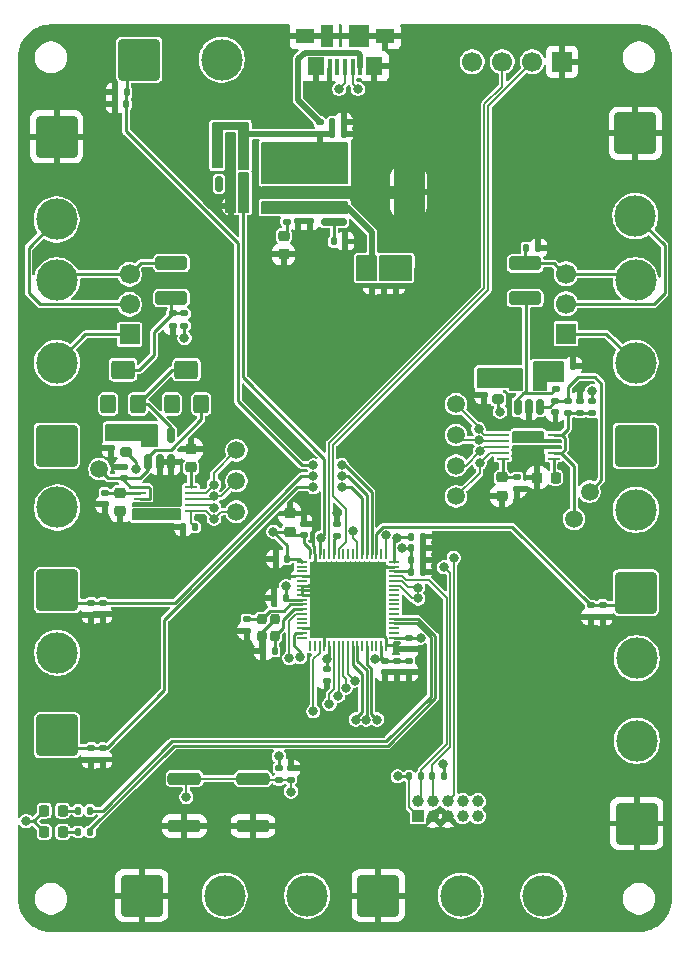
<source format=gbr>
%TF.GenerationSoftware,KiCad,Pcbnew,9.0.6*%
%TF.CreationDate,2026-01-25T18:40:06+01:00*%
%TF.ProjectId,dispo-board,64697370-6f2d-4626-9f61-72642e6b6963,rev?*%
%TF.SameCoordinates,Original*%
%TF.FileFunction,Copper,L1,Top*%
%TF.FilePolarity,Positive*%
%FSLAX46Y46*%
G04 Gerber Fmt 4.6, Leading zero omitted, Abs format (unit mm)*
G04 Created by KiCad (PCBNEW 9.0.6) date 2026-01-25 18:40:06*
%MOMM*%
%LPD*%
G01*
G04 APERTURE LIST*
G04 Aperture macros list*
%AMRoundRect*
0 Rectangle with rounded corners*
0 $1 Rounding radius*
0 $2 $3 $4 $5 $6 $7 $8 $9 X,Y pos of 4 corners*
0 Add a 4 corners polygon primitive as box body*
4,1,4,$2,$3,$4,$5,$6,$7,$8,$9,$2,$3,0*
0 Add four circle primitives for the rounded corners*
1,1,$1+$1,$2,$3*
1,1,$1+$1,$4,$5*
1,1,$1+$1,$6,$7*
1,1,$1+$1,$8,$9*
0 Add four rect primitives between the rounded corners*
20,1,$1+$1,$2,$3,$4,$5,0*
20,1,$1+$1,$4,$5,$6,$7,0*
20,1,$1+$1,$6,$7,$8,$9,0*
20,1,$1+$1,$8,$9,$2,$3,0*%
G04 Aperture macros list end*
%TA.AperFunction,Conductor*%
%ADD10C,0.200000*%
%TD*%
%TA.AperFunction,SMDPad,CuDef*%
%ADD11RoundRect,0.140000X-0.170000X0.140000X-0.170000X-0.140000X0.170000X-0.140000X0.170000X0.140000X0*%
%TD*%
%TA.AperFunction,SMDPad,CuDef*%
%ADD12RoundRect,0.200000X-0.200000X0.250000X-0.200000X-0.250000X0.200000X-0.250000X0.200000X0.250000X0*%
%TD*%
%TA.AperFunction,SMDPad,CuDef*%
%ADD13RoundRect,0.135000X-0.135000X-0.185000X0.135000X-0.185000X0.135000X0.185000X-0.135000X0.185000X0*%
%TD*%
%TA.AperFunction,SMDPad,CuDef*%
%ADD14RoundRect,0.140000X0.140000X0.170000X-0.140000X0.170000X-0.140000X-0.170000X0.140000X-0.170000X0*%
%TD*%
%TA.AperFunction,SMDPad,CuDef*%
%ADD15RoundRect,0.140000X-0.140000X-0.170000X0.140000X-0.170000X0.140000X0.170000X-0.140000X0.170000X0*%
%TD*%
%TA.AperFunction,ComponentPad*%
%ADD16RoundRect,0.250002X-1.499998X1.499998X-1.499998X-1.499998X1.499998X-1.499998X1.499998X1.499998X0*%
%TD*%
%TA.AperFunction,ComponentPad*%
%ADD17C,3.500000*%
%TD*%
%TA.AperFunction,SMDPad,CuDef*%
%ADD18RoundRect,0.150000X0.150000X-0.512500X0.150000X0.512500X-0.150000X0.512500X-0.150000X-0.512500X0*%
%TD*%
%TA.AperFunction,ComponentPad*%
%ADD19R,1.000000X1.000000*%
%TD*%
%TA.AperFunction,ComponentPad*%
%ADD20C,1.000000*%
%TD*%
%TA.AperFunction,SMDPad,CuDef*%
%ADD21RoundRect,0.140000X0.170000X-0.140000X0.170000X0.140000X-0.170000X0.140000X-0.170000X-0.140000X0*%
%TD*%
%TA.AperFunction,SMDPad,CuDef*%
%ADD22RoundRect,0.200000X0.275000X-0.200000X0.275000X0.200000X-0.275000X0.200000X-0.275000X-0.200000X0*%
%TD*%
%TA.AperFunction,SMDPad,CuDef*%
%ADD23RoundRect,0.062500X-0.400000X-0.062500X0.400000X-0.062500X0.400000X0.062500X-0.400000X0.062500X0*%
%TD*%
%TA.AperFunction,SMDPad,CuDef*%
%ADD24RoundRect,0.062500X-0.062500X-0.400000X0.062500X-0.400000X0.062500X0.400000X-0.062500X0.400000X0*%
%TD*%
%TA.AperFunction,HeatsinkPad*%
%ADD25R,6.400000X6.400000*%
%TD*%
%TA.AperFunction,SMDPad,CuDef*%
%ADD26R,0.450000X1.380000*%
%TD*%
%TA.AperFunction,SMDPad,CuDef*%
%ADD27R,1.650000X1.300000*%
%TD*%
%TA.AperFunction,SMDPad,CuDef*%
%ADD28R,1.425000X1.550000*%
%TD*%
%TA.AperFunction,SMDPad,CuDef*%
%ADD29R,1.800000X1.900000*%
%TD*%
%TA.AperFunction,SMDPad,CuDef*%
%ADD30R,1.000000X1.900000*%
%TD*%
%TA.AperFunction,SMDPad,CuDef*%
%ADD31RoundRect,0.135000X-0.185000X0.135000X-0.185000X-0.135000X0.185000X-0.135000X0.185000X0.135000X0*%
%TD*%
%TA.AperFunction,SMDPad,CuDef*%
%ADD32C,1.500000*%
%TD*%
%TA.AperFunction,SMDPad,CuDef*%
%ADD33RoundRect,0.150000X-0.950000X-0.150000X0.950000X-0.150000X0.950000X0.150000X-0.950000X0.150000X0*%
%TD*%
%TA.AperFunction,SMDPad,CuDef*%
%ADD34RoundRect,0.537500X-0.537500X-1.187500X0.537500X-1.187500X0.537500X1.187500X-0.537500X1.187500X0*%
%TD*%
%TA.AperFunction,ComponentPad*%
%ADD35RoundRect,0.250002X1.499998X-1.499998X1.499998X1.499998X-1.499998X1.499998X-1.499998X-1.499998X0*%
%TD*%
%TA.AperFunction,SMDPad,CuDef*%
%ADD36RoundRect,0.218750X0.256250X-0.218750X0.256250X0.218750X-0.256250X0.218750X-0.256250X-0.218750X0*%
%TD*%
%TA.AperFunction,ComponentPad*%
%ADD37RoundRect,0.250002X-1.499998X-1.499998X1.499998X-1.499998X1.499998X1.499998X-1.499998X1.499998X0*%
%TD*%
%TA.AperFunction,SMDPad,CuDef*%
%ADD38RoundRect,0.225000X-0.250000X0.225000X-0.250000X-0.225000X0.250000X-0.225000X0.250000X0.225000X0*%
%TD*%
%TA.AperFunction,SMDPad,CuDef*%
%ADD39RoundRect,0.218750X0.218750X0.256250X-0.218750X0.256250X-0.218750X-0.256250X0.218750X-0.256250X0*%
%TD*%
%TA.AperFunction,SMDPad,CuDef*%
%ADD40RoundRect,0.135000X0.185000X-0.135000X0.185000X0.135000X-0.185000X0.135000X-0.185000X-0.135000X0*%
%TD*%
%TA.AperFunction,SMDPad,CuDef*%
%ADD41R,1.100000X0.250000*%
%TD*%
%TA.AperFunction,SMDPad,CuDef*%
%ADD42RoundRect,0.250000X0.400000X0.550000X-0.400000X0.550000X-0.400000X-0.550000X0.400000X-0.550000X0*%
%TD*%
%TA.AperFunction,SMDPad,CuDef*%
%ADD43RoundRect,0.250000X0.750000X0.550000X-0.750000X0.550000X-0.750000X-0.550000X0.750000X-0.550000X0*%
%TD*%
%TA.AperFunction,SMDPad,CuDef*%
%ADD44RoundRect,0.225000X0.250000X-0.225000X0.250000X0.225000X-0.250000X0.225000X-0.250000X-0.225000X0*%
%TD*%
%TA.AperFunction,SMDPad,CuDef*%
%ADD45RoundRect,0.135000X0.135000X0.185000X-0.135000X0.185000X-0.135000X-0.185000X0.135000X-0.185000X0*%
%TD*%
%TA.AperFunction,SMDPad,CuDef*%
%ADD46RoundRect,0.250000X1.100000X-0.325000X1.100000X0.325000X-1.100000X0.325000X-1.100000X-0.325000X0*%
%TD*%
%TA.AperFunction,ComponentPad*%
%ADD47R,1.700000X1.700000*%
%TD*%
%TA.AperFunction,ComponentPad*%
%ADD48C,1.700000*%
%TD*%
%TA.AperFunction,SMDPad,CuDef*%
%ADD49RoundRect,0.225000X0.225000X0.250000X-0.225000X0.250000X-0.225000X-0.250000X0.225000X-0.250000X0*%
%TD*%
%TA.AperFunction,SMDPad,CuDef*%
%ADD50RoundRect,0.150000X-0.150000X0.512500X-0.150000X-0.512500X0.150000X-0.512500X0.150000X0.512500X0*%
%TD*%
%TA.AperFunction,SMDPad,CuDef*%
%ADD51RoundRect,0.250000X-1.150000X-0.250000X1.150000X-0.250000X1.150000X0.250000X-1.150000X0.250000X0*%
%TD*%
%TA.AperFunction,ViaPad*%
%ADD52C,0.800000*%
%TD*%
%TA.AperFunction,Conductor*%
%ADD53C,0.250000*%
%TD*%
%TA.AperFunction,Conductor*%
%ADD54C,0.500000*%
%TD*%
%TA.AperFunction,Conductor*%
%ADD55C,0.180000*%
%TD*%
G04 APERTURE END LIST*
%TO.N,+1V0*%
D10*
X50750000Y-36950000D02*
X51500000Y-36950000D01*
X51500000Y-40200000D01*
X50750000Y-40200000D01*
X50750000Y-36950000D01*
%TA.AperFunction,Conductor*%
G36*
X50750000Y-36950000D02*
G01*
X51500000Y-36950000D01*
X51500000Y-40200000D01*
X50750000Y-40200000D01*
X50750000Y-36950000D01*
G37*
%TD.AperFunction*%
%TO.N,+3.3VA*%
X41750000Y-65396936D02*
X45750000Y-65396936D01*
X45750000Y-66249235D01*
X41750000Y-66249235D01*
X41750000Y-65396936D01*
%TA.AperFunction,Conductor*%
G36*
X41750000Y-65396936D02*
G01*
X45750000Y-65396936D01*
X45750000Y-66249235D01*
X41750000Y-66249235D01*
X41750000Y-65396936D01*
G37*
%TD.AperFunction*%
X65271042Y-45953144D02*
X62682298Y-45970487D01*
X62682298Y-43960000D01*
X65273298Y-43960000D01*
X65271042Y-45953144D01*
%TA.AperFunction,Conductor*%
G36*
X65271042Y-45953144D02*
G01*
X62682298Y-45970487D01*
X62682298Y-43960000D01*
X65273298Y-43960000D01*
X65271042Y-45953144D01*
G37*
%TD.AperFunction*%
%TO.N,GND*%
X66388316Y-43020000D02*
X63888370Y-43020000D01*
X63888370Y-39020000D01*
X52687500Y-39020000D01*
X52687500Y-38120000D01*
X63888369Y-38120000D01*
X63888369Y-35020000D01*
X66388316Y-35020000D01*
X66388316Y-43020000D01*
%TA.AperFunction,Conductor*%
G36*
X66388316Y-43020000D02*
G01*
X63888370Y-43020000D01*
X63888370Y-39020000D01*
X52687500Y-39020000D01*
X52687500Y-38120000D01*
X63888369Y-38120000D01*
X63888369Y-35020000D01*
X66388316Y-35020000D01*
X66388316Y-43020000D01*
G37*
%TD.AperFunction*%
%TO.N,+3.3VA*%
X76450000Y-59505867D02*
X77950000Y-59505867D01*
X77950000Y-59712822D01*
X73950000Y-59712822D01*
X73950000Y-58850000D01*
X76450000Y-58850000D01*
X76450000Y-59505867D01*
%TA.AperFunction,Conductor*%
G36*
X76450000Y-59505867D02*
G01*
X77950000Y-59505867D01*
X77950000Y-59712822D01*
X73950000Y-59712822D01*
X73950000Y-58850000D01*
X76450000Y-58850000D01*
X76450000Y-59505867D01*
G37*
%TD.AperFunction*%
%TO.N,+5V*%
X59887500Y-37760094D02*
X52687500Y-37760094D01*
X52687500Y-34400000D01*
X54400000Y-34400000D01*
X59887500Y-34400000D01*
X59887500Y-37760094D01*
%TA.AperFunction,Conductor*%
G36*
X59887500Y-37760094D02*
G01*
X52687500Y-37760094D01*
X52687500Y-34400000D01*
X54400000Y-34400000D01*
X59887500Y-34400000D01*
X59887500Y-37760094D01*
G37*
%TD.AperFunction*%
%TO.N,Net-(U4--)*%
X78185741Y-54515041D02*
X76685741Y-54515041D01*
X76685741Y-55265041D01*
X75685741Y-55265041D01*
X75685741Y-52965041D01*
X78185741Y-52965041D01*
X78185741Y-54515041D01*
%TA.AperFunction,Conductor*%
G36*
X78185741Y-54515041D02*
G01*
X76685741Y-54515041D01*
X76685741Y-55265041D01*
X75685741Y-55265041D01*
X75685741Y-52965041D01*
X78185741Y-52965041D01*
X78185741Y-54515041D01*
G37*
%TD.AperFunction*%
%TO.N,GND*%
X45750000Y-65092354D02*
X43750000Y-65092354D01*
X43750000Y-65093256D01*
X41750000Y-65093256D01*
X41750000Y-64861526D01*
X43500000Y-64861526D01*
X43500000Y-63250000D01*
X45750000Y-63250000D01*
X45750000Y-65092354D01*
%TA.AperFunction,Conductor*%
G36*
X45750000Y-65092354D02*
G01*
X43750000Y-65092354D01*
X43750000Y-65093256D01*
X41750000Y-65093256D01*
X41750000Y-64861526D01*
X43500000Y-64861526D01*
X43500000Y-63250000D01*
X45750000Y-63250000D01*
X45750000Y-65092354D01*
G37*
%TD.AperFunction*%
%TO.N,Net-(U5-V+)*%
X43750000Y-60000000D02*
X42500000Y-60000000D01*
X42500000Y-59500000D01*
X39500000Y-59500000D01*
X39500000Y-58250000D01*
X43750000Y-58250000D01*
X43750000Y-60000000D01*
%TA.AperFunction,Conductor*%
G36*
X43750000Y-60000000D02*
G01*
X42500000Y-60000000D01*
X42500000Y-59500000D01*
X39500000Y-59500000D01*
X39500000Y-58250000D01*
X43750000Y-58250000D01*
X43750000Y-60000000D01*
G37*
%TD.AperFunction*%
%TO.N,+5V*%
X51500000Y-36600000D02*
X50750000Y-36600000D01*
X50750000Y-33200000D01*
X49250000Y-33200000D01*
X49250000Y-36450000D01*
X48500000Y-36450000D01*
X48500000Y-32700000D01*
X51500000Y-32700000D01*
X51500000Y-36600000D01*
%TA.AperFunction,Conductor*%
G36*
X51500000Y-36600000D02*
G01*
X50750000Y-36600000D01*
X50750000Y-33200000D01*
X49250000Y-33200000D01*
X49250000Y-36450000D01*
X48500000Y-36450000D01*
X48500000Y-32700000D01*
X51500000Y-32700000D01*
X51500000Y-36600000D01*
G37*
%TD.AperFunction*%
%TO.N,Net-(U4-V+)*%
X74685741Y-55265041D02*
X73685741Y-55265041D01*
X73685741Y-55015041D01*
X70935741Y-55015041D01*
X70935741Y-53515041D01*
X74685741Y-53515041D01*
X74685741Y-55265041D01*
%TA.AperFunction,Conductor*%
G36*
X74685741Y-55265041D02*
G01*
X73685741Y-55265041D01*
X73685741Y-55015041D01*
X70935741Y-55015041D01*
X70935741Y-53515041D01*
X74685741Y-53515041D01*
X74685741Y-55265041D01*
G37*
%TD.AperFunction*%
%TO.N,+3V3*%
X62341928Y-45961043D02*
X60750000Y-45971709D01*
X60750000Y-43960000D01*
X62344193Y-43960000D01*
X62341928Y-45961043D01*
%TA.AperFunction,Conductor*%
G36*
X62341928Y-45961043D02*
G01*
X60750000Y-45971709D01*
X60750000Y-43960000D01*
X62344193Y-43960000D01*
X62341928Y-45961043D01*
G37*
%TD.AperFunction*%
%TO.N,GND*%
X77950000Y-60184778D02*
X76450000Y-60184778D01*
X76450000Y-61350000D01*
X73950000Y-61350000D01*
X73950000Y-60027314D01*
X75950000Y-60027314D01*
X77950000Y-60027314D01*
X77950000Y-60184778D01*
%TA.AperFunction,Conductor*%
G36*
X77950000Y-60184778D02*
G01*
X76450000Y-60184778D01*
X76450000Y-61350000D01*
X73950000Y-61350000D01*
X73950000Y-60027314D01*
X75950000Y-60027314D01*
X77950000Y-60027314D01*
X77950000Y-60184778D01*
G37*
%TD.AperFunction*%
%TO.N,+3V3*%
X52687500Y-39404536D02*
X59887500Y-39404536D01*
X59887500Y-40304536D01*
X52687500Y-40304536D01*
X52687500Y-39404536D01*
%TA.AperFunction,Conductor*%
G36*
X52687500Y-39404536D02*
G01*
X59887500Y-39404536D01*
X59887500Y-40304536D01*
X52687500Y-40304536D01*
X52687500Y-39404536D01*
G37*
%TD.AperFunction*%
%TO.N,GND*%
X50400000Y-40200000D02*
X49600000Y-40200000D01*
X49600000Y-36800000D01*
X49600000Y-33550000D01*
X50400000Y-33550000D01*
X50400000Y-40200000D01*
%TA.AperFunction,Conductor*%
G36*
X50400000Y-40200000D02*
G01*
X49600000Y-40200000D01*
X49600000Y-36800000D01*
X49600000Y-33550000D01*
X50400000Y-33550000D01*
X50400000Y-40200000D01*
G37*
%TD.AperFunction*%
%TD*%
D11*
%TO.P,C34,1*%
%TO.N,+3.3VA*%
X64000000Y-45500000D03*
%TO.P,C34,2*%
%TO.N,GND*%
X64000000Y-46460000D03*
%TD*%
%TO.P,C2,1*%
%TO.N,+1V0*%
X65100000Y-78220000D03*
%TO.P,C2,2*%
%TO.N,GND*%
X65100000Y-79180000D03*
%TD*%
D12*
%TO.P,Y1,1,1*%
%TO.N,HSE_IN*%
X52650000Y-74700000D03*
%TO.P,Y1,2,2*%
%TO.N,GND*%
X52650000Y-76100000D03*
%TO.P,Y1,3,3*%
%TO.N,HSE_OUT*%
X53750000Y-76100000D03*
%TO.P,Y1,4,4*%
%TO.N,GND*%
X53750000Y-74700000D03*
%TD*%
D13*
%TO.P,R11,1*%
%TO.N,GND*%
X45990000Y-66900000D03*
%TO.P,R11,2*%
%TO.N,I2S6_SDI*%
X47010000Y-66900000D03*
%TD*%
D14*
%TO.P,C11,1*%
%TO.N,+3V3*%
X54780000Y-69575000D03*
%TO.P,C11,2*%
%TO.N,GND*%
X53820000Y-69575000D03*
%TD*%
%TO.P,C36,1*%
%TO.N,+5V*%
X51080288Y-33977569D03*
%TO.P,C36,2*%
%TO.N,GND*%
X50120288Y-33977569D03*
%TD*%
D15*
%TO.P,C8,1*%
%TO.N,+1V0*%
X65320000Y-70700000D03*
%TO.P,C8,2*%
%TO.N,GND*%
X66280000Y-70700000D03*
%TD*%
D11*
%TO.P,C1,1*%
%TO.N,+3V3*%
X65104541Y-76253046D03*
%TO.P,C1,2*%
%TO.N,GND*%
X65104541Y-77213046D03*
%TD*%
D16*
%TO.P,J2,1,Pin_1*%
%TO.N,GND*%
X35276658Y-33857607D03*
D17*
%TO.P,J2,2,Pin_2*%
%TO.N,GUITAR_IN*%
X35276658Y-40857607D03*
%TD*%
D11*
%TO.P,C20,1*%
%TO.N,DIG_IN4*%
X39200000Y-85620000D03*
%TO.P,C20,2*%
%TO.N,GND*%
X39200000Y-86580000D03*
%TD*%
D18*
%TO.P,U5,1,OUT*%
%TO.N,Net-(U2-AINL)*%
X43050000Y-61387500D03*
%TO.P,U5,2,V-*%
%TO.N,GND*%
X44000000Y-61387500D03*
%TO.P,U5,3,+*%
X44950000Y-61387500D03*
%TO.P,U5,4,-*%
%TO.N,Net-(U5--)*%
X44950000Y-59112500D03*
%TO.P,U5,5,V+*%
%TO.N,Net-(U5-V+)*%
X43050000Y-59112500D03*
%TD*%
D19*
%TO.P,J3,1,VTref*%
%TO.N,+3V3*%
X65860000Y-91370000D03*
D20*
%TO.P,J3,2,SWDIO/TMS*%
%TO.N,SWDIO*%
X65860000Y-90100000D03*
%TO.P,J3,3,GND*%
%TO.N,GND*%
X67130000Y-91370000D03*
%TO.P,J3,4,SWCLK/TCK*%
%TO.N,SWCLK*%
X67130000Y-90100000D03*
%TO.P,J3,5,GND*%
%TO.N,GND*%
X68400000Y-91370000D03*
%TO.P,J3,6,SWO/TDO*%
%TO.N,SWO*%
X68400000Y-90100000D03*
%TO.P,J3,7,KEY*%
%TO.N,unconnected-(J3-KEY-Pad7)*%
X69670000Y-91370000D03*
%TO.P,J3,8,NC/TDI*%
%TO.N,unconnected-(J3-NC{slash}TDI-Pad8)*%
X69670000Y-90100000D03*
%TO.P,J3,9,GNDDetect*%
%TO.N,unconnected-(J3-GNDDetect-Pad9)*%
X70940000Y-91370000D03*
%TO.P,J3,10,~{RESET}*%
%TO.N,NRST*%
X70940000Y-90100000D03*
%TD*%
D21*
%TO.P,C27,1*%
%TO.N,Net-(U2-AINL)*%
X40945204Y-62766285D03*
%TO.P,C27,2*%
%TO.N,GND*%
X40945204Y-61806285D03*
%TD*%
D22*
%TO.P,R15,1*%
%TO.N,+3.3VA*%
X72685741Y-56090041D03*
%TO.P,R15,2*%
%TO.N,Net-(U4-V+)*%
X72685741Y-54440041D03*
%TD*%
D23*
%TO.P,U1,1,VBAT*%
%TO.N,+3V3*%
X56062500Y-69850000D03*
%TO.P,U1,2,PC14*%
%TO.N,unconnected-(U1-PC14-Pad2)*%
X56062500Y-70250000D03*
%TO.P,U1,3,PC15*%
%TO.N,unconnected-(U1-PC15-Pad3)*%
X56062500Y-70650000D03*
%TO.P,U1,4,VSSSMPS*%
%TO.N,GND*%
X56062500Y-71050000D03*
%TO.P,U1,5,VLXSMPS*%
%TO.N,unconnected-(U1-VLXSMPS-Pad5)*%
X56062500Y-71450000D03*
%TO.P,U1,6,VDDSMPS*%
%TO.N,GND*%
X56062500Y-71850000D03*
%TO.P,U1,7,VFBSMPS*%
X56062500Y-72250000D03*
%TO.P,U1,8,VSS*%
X56062500Y-72650000D03*
%TO.P,U1,9,VDD*%
%TO.N,+3V3*%
X56062500Y-73050000D03*
%TO.P,U1,10,PH0*%
%TO.N,HSE_IN*%
X56062500Y-73450000D03*
%TO.P,U1,11,PH1*%
%TO.N,HSE_OUT*%
X56062500Y-73850000D03*
%TO.P,U1,12,NRST*%
%TO.N,NRST*%
X56062500Y-74250000D03*
%TO.P,U1,13,PC0*%
%TO.N,unconnected-(U1-PC0-Pad13)*%
X56062500Y-74650000D03*
%TO.P,U1,14,PC1*%
%TO.N,unconnected-(U1-PC1-Pad14)*%
X56062500Y-75050000D03*
%TO.P,U1,15,VSSA*%
%TO.N,GND*%
X56062500Y-75450000D03*
%TO.P,U1,16,VDDA*%
%TO.N,+3.3VA*%
X56062500Y-75850000D03*
%TO.P,U1,17,PA0*%
%TO.N,unconnected-(U1-PA0-Pad17)*%
X56062500Y-76250000D03*
D24*
%TO.P,U1,18,PA1*%
%TO.N,unconnected-(U1-PA1-Pad18)*%
X56750000Y-76937500D03*
%TO.P,U1,19,PA2*%
%TO.N,unconnected-(U1-PA2-Pad19)*%
X57150000Y-76937500D03*
%TO.P,U1,20,PA3*%
%TO.N,I2S6_MCK*%
X57550000Y-76937500D03*
%TO.P,U1,21,VSS*%
%TO.N,GND*%
X57950000Y-76937500D03*
%TO.P,U1,22,VDD*%
%TO.N,+3V3*%
X58350000Y-76937500D03*
%TO.P,U1,23,PA4*%
%TO.N,I2S6_WS*%
X58750000Y-76937500D03*
%TO.P,U1,24,PA5*%
%TO.N,I2S6_CK*%
X59150000Y-76937500D03*
%TO.P,U1,25,PA6*%
%TO.N,I2S6_SDI*%
X59550000Y-76937500D03*
%TO.P,U1,26,PA7*%
%TO.N,I2S6_SDO*%
X59950000Y-76937500D03*
%TO.P,U1,27,PC4*%
%TO.N,ADC1_INP4*%
X60350000Y-76937500D03*
%TO.P,U1,28,PC5*%
%TO.N,ADC1_INP8*%
X60750000Y-76937500D03*
%TO.P,U1,29,PB0*%
%TO.N,unconnected-(U1-PB0-Pad29)*%
X61150000Y-76937500D03*
%TO.P,U1,30,PB1*%
%TO.N,ADC1_INP5*%
X61550000Y-76937500D03*
%TO.P,U1,31,PB2*%
%TO.N,unconnected-(U1-PB2-Pad31)*%
X61950000Y-76937500D03*
%TO.P,U1,32,PB10*%
%TO.N,unconnected-(U1-PB10-Pad32)*%
X62350000Y-76937500D03*
%TO.P,U1,33,VCAP*%
%TO.N,+1V0*%
X62750000Y-76937500D03*
%TO.P,U1,34,VSS*%
%TO.N,GND*%
X63150000Y-76937500D03*
D23*
%TO.P,U1,35,VDD*%
%TO.N,+3V3*%
X63837500Y-76250000D03*
%TO.P,U1,36,PB12*%
%TO.N,unconnected-(U1-PB12-Pad36)*%
X63837500Y-75850000D03*
%TO.P,U1,37,PB13*%
%TO.N,unconnected-(U1-PB13-Pad37)*%
X63837500Y-75450000D03*
%TO.P,U1,38,PB14*%
%TO.N,LED_STATUS1*%
X63837500Y-75050000D03*
%TO.P,U1,39,PB15*%
%TO.N,LED_STATUS2*%
X63837500Y-74650000D03*
%TO.P,U1,40,PC6*%
%TO.N,unconnected-(U1-PC6-Pad40)*%
X63837500Y-74250000D03*
%TO.P,U1,41,PC7*%
%TO.N,unconnected-(U1-PC7-Pad41)*%
X63837500Y-73850000D03*
%TO.P,U1,42,PC9*%
%TO.N,unconnected-(U1-PC9-Pad42)*%
X63837500Y-73450000D03*
%TO.P,U1,43,PA8*%
%TO.N,unconnected-(U1-PA8-Pad43)*%
X63837500Y-73050000D03*
%TO.P,U1,44,PA9*%
%TO.N,unconnected-(U1-PA9-Pad44)*%
X63837500Y-72650000D03*
%TO.P,U1,45,PA10*%
%TO.N,unconnected-(U1-PA10-Pad45)*%
X63837500Y-72250000D03*
%TO.P,U1,46,PA11*%
%TO.N,USBD-*%
X63837500Y-71850000D03*
%TO.P,U1,47,PA12*%
%TO.N,USBD+*%
X63837500Y-71450000D03*
%TO.P,U1,48,PA13(JTMS*%
%TO.N,SWDIO*%
X63837500Y-71050000D03*
%TO.P,U1,49,VCAP*%
%TO.N,+1V0*%
X63837500Y-70650000D03*
%TO.P,U1,50,VSS*%
%TO.N,GND*%
X63837500Y-70250000D03*
%TO.P,U1,51,VDD*%
%TO.N,+3V3*%
X63837500Y-69850000D03*
D24*
%TO.P,U1,52,PA14(JTCK*%
%TO.N,SWCLK*%
X63150000Y-69162500D03*
%TO.P,U1,53,PA15(JTDI)*%
%TO.N,unconnected-(U1-PA15(JTDI)-Pad53)*%
X62750000Y-69162500D03*
%TO.P,U1,54,PC10*%
%TO.N,DIG_IN1*%
X62350000Y-69162500D03*
%TO.P,U1,55,PC11*%
%TO.N,DIG_IN2*%
X61950000Y-69162500D03*
%TO.P,U1,56,PC12*%
%TO.N,DIG_IN3*%
X61550000Y-69162500D03*
%TO.P,U1,57,PD2*%
%TO.N,DIG_IN4*%
X61150000Y-69162500D03*
%TO.P,U1,58,PB3(JTDO*%
%TO.N,SWO*%
X60750000Y-69162500D03*
%TO.P,U1,59,PB4(NJTRST)*%
%TO.N,unconnected-(U1-PB4(NJTRST)-Pad59)*%
X60350000Y-69162500D03*
%TO.P,U1,60,PB5*%
%TO.N,unconnected-(U1-PB5-Pad60)*%
X59950000Y-69162500D03*
%TO.P,U1,61,PB6*%
%TO.N,unconnected-(U1-PB6-Pad61)*%
X59550000Y-69162500D03*
%TO.P,U1,62,PB7*%
%TO.N,I2C1_SDA*%
X59150000Y-69162500D03*
%TO.P,U1,63,BOOT0*%
%TO.N,Net-(U1-BOOT0)*%
X58750000Y-69162500D03*
%TO.P,U1,64,PB8*%
%TO.N,I2C1_SCL*%
X58350000Y-69162500D03*
%TO.P,U1,65,PB9*%
%TO.N,unconnected-(U1-PB9-Pad65)*%
X57950000Y-69162500D03*
%TO.P,U1,66,VCAP*%
%TO.N,+1V0*%
X57550000Y-69162500D03*
%TO.P,U1,67,VSS*%
%TO.N,GND*%
X57150000Y-69162500D03*
%TO.P,U1,68,VDD*%
%TO.N,+3V3*%
X56750000Y-69162500D03*
D25*
%TO.P,U1,69,VSS*%
%TO.N,GND*%
X59950000Y-73050000D03*
%TD*%
D26*
%TO.P,J14,1,VBUS*%
%TO.N,5V_USB*%
X61000000Y-27960000D03*
%TO.P,J14,2,D-*%
%TO.N,USBD-*%
X60350000Y-27960000D03*
%TO.P,J14,3,D+*%
%TO.N,USBD+*%
X59700000Y-27960000D03*
%TO.P,J14,4,ID*%
%TO.N,unconnected-(J14-ID-Pad4)*%
X59050000Y-27960000D03*
%TO.P,J14,5,GND*%
%TO.N,GND*%
X58400000Y-27960000D03*
D27*
%TO.P,J14,6,Shield*%
X63075000Y-25300000D03*
D28*
X62187500Y-27875000D03*
D29*
X60850000Y-25300000D03*
D30*
X58150000Y-25300000D03*
D28*
X57212500Y-27875000D03*
D27*
X56325000Y-25300000D03*
%TD*%
D13*
%TO.P,R19,1*%
%TO.N,GUITAR_OUT_\u00B5C*%
X75040000Y-43250000D03*
%TO.P,R19,2*%
%TO.N,GND*%
X76060000Y-43250000D03*
%TD*%
D11*
%TO.P,C7,1*%
%TO.N,+1V0*%
X64100000Y-78220000D03*
%TO.P,C7,2*%
%TO.N,GND*%
X64100000Y-79180000D03*
%TD*%
D31*
%TO.P,R22,1*%
%TO.N,+3V3*%
X54750000Y-40010000D03*
%TO.P,R22,2*%
%TO.N,Net-(D3-A)*%
X54750000Y-41030000D03*
%TD*%
D32*
%TO.P,TP10,1,1*%
%TO.N,Net-(U4-+)*%
X80400000Y-63900000D03*
%TD*%
D14*
%TO.P,C10,1*%
%TO.N,+3V3*%
X54680000Y-72900000D03*
%TO.P,C10,2*%
%TO.N,GND*%
X53720000Y-72900000D03*
%TD*%
D33*
%TO.P,U7,1,EN*%
%TO.N,+5V*%
X58750000Y-35980000D03*
%TO.P,U7,2,IN*%
X58750000Y-37250000D03*
%TO.P,U7,3,GND*%
%TO.N,GND*%
X58750000Y-38520000D03*
%TO.P,U7,4,OUT*%
%TO.N,+3V3*%
X58750000Y-39790000D03*
%TO.P,U7,5,NR/FB*%
%TO.N,Net-(U7-NR{slash}FB)*%
X58750000Y-41060000D03*
D34*
%TO.P,U7,6,GND*%
%TO.N,GND*%
X65050000Y-38520000D03*
%TD*%
D35*
%TO.P,J7,1,Pin_1*%
%TO.N,GUITAR_bypass*%
X35300000Y-60000000D03*
D17*
%TO.P,J7,2,Pin_2*%
%TO.N,GUITAR_IN_switch*%
X35300000Y-53000000D03*
%TO.P,J7,3,Pin_3*%
%TO.N,GUITAR_IN_\u00B5C*%
X35300000Y-46000000D03*
%TD*%
D35*
%TO.P,J13,1,Pin_1*%
%TO.N,DIG_IN4*%
X35323342Y-84542393D03*
D17*
%TO.P,J13,2,Pin_2*%
%TO.N,+3V3*%
X35323342Y-77542393D03*
%TD*%
D11*
%TO.P,C17,1*%
%TO.N,DIG_IN1*%
X80500000Y-73520000D03*
%TO.P,C17,2*%
%TO.N,GND*%
X80500000Y-74480000D03*
%TD*%
D13*
%TO.P,R2,1*%
%TO.N,Net-(D1-K)*%
X37090000Y-90900000D03*
%TO.P,R2,2*%
%TO.N,LED_STATUS1*%
X38110000Y-90900000D03*
%TD*%
D36*
%TO.P,D3,1,K*%
%TO.N,GND*%
X54500000Y-43807500D03*
%TO.P,D3,2,A*%
%TO.N,Net-(D3-A)*%
X54500000Y-42232500D03*
%TD*%
D37*
%TO.P,J6,1,Pin_1*%
%TO.N,DIG_IN2*%
X42257607Y-27323342D03*
D17*
%TO.P,J6,2,Pin_2*%
%TO.N,+3V3*%
X49257607Y-27323342D03*
%TD*%
D22*
%TO.P,R16,1*%
%TO.N,+3.3VA*%
X41186679Y-60574196D03*
%TO.P,R16,2*%
%TO.N,Net-(U5-V+)*%
X41186679Y-58924196D03*
%TD*%
D11*
%TO.P,C4,1*%
%TO.N,+1V0*%
X63100000Y-78220000D03*
%TO.P,C4,2*%
%TO.N,GND*%
X63100000Y-79180000D03*
%TD*%
D15*
%TO.P,C40,1*%
%TO.N,+5V*%
X58627775Y-33650615D03*
%TO.P,C40,2*%
%TO.N,GND*%
X59587775Y-33650615D03*
%TD*%
D38*
%TO.P,C23,1*%
%TO.N,Net-(U2-VQ)*%
X40667599Y-63995878D03*
%TO.P,C23,2*%
%TO.N,GND*%
X40667599Y-65545878D03*
%TD*%
D39*
%TO.P,D1,1,K*%
%TO.N,Net-(D1-K)*%
X35787500Y-90900000D03*
%TO.P,D1,2,A*%
%TO.N,+3V3*%
X34212500Y-90900000D03*
%TD*%
D14*
%TO.P,C16,1*%
%TO.N,HSE_OUT*%
X53746267Y-77424557D03*
%TO.P,C16,2*%
%TO.N,GND*%
X52786267Y-77424557D03*
%TD*%
D11*
%TO.P,C14,1*%
%TO.N,HSE_IN*%
X51362519Y-74702289D03*
%TO.P,C14,2*%
%TO.N,GND*%
X51362519Y-75662289D03*
%TD*%
D40*
%TO.P,R1,1*%
%TO.N,Net-(U1-BOOT0)*%
X59025000Y-67685000D03*
%TO.P,R1,2*%
%TO.N,GND*%
X59025000Y-66665000D03*
%TD*%
D41*
%TO.P,U2,1,SDOUT*%
%TO.N,I2S6_SDI*%
X46650000Y-65500000D03*
%TO.P,U2,2,SCLK*%
%TO.N,I2S6_CK*%
X46650000Y-65000000D03*
%TO.P,U2,3,LRCK*%
%TO.N,I2S6_WS*%
X46650000Y-64500000D03*
%TO.P,U2,4,MCLK*%
%TO.N,I2S6_MCK*%
X46650000Y-64000000D03*
%TO.P,U2,5,FILT+*%
%TO.N,Net-(U2-FILT+)*%
X46650000Y-63500000D03*
%TO.P,U2,6,AINL*%
%TO.N,Net-(U2-AINL)*%
X42350000Y-63500000D03*
%TO.P,U2,7,VQ*%
%TO.N,Net-(U2-VQ)*%
X42350000Y-64000000D03*
%TO.P,U2,8,AINR*%
%TO.N,Net-(U2-AINL)*%
X42350000Y-64500000D03*
%TO.P,U2,9,GND*%
%TO.N,GND*%
X42350000Y-65000000D03*
%TO.P,U2,10,VA*%
%TO.N,+3.3VA*%
X42350000Y-65500000D03*
%TD*%
D14*
%TO.P,C42,1*%
%TO.N,+1V0*%
X51030000Y-39700000D03*
%TO.P,C42,2*%
%TO.N,GND*%
X50070000Y-39700000D03*
%TD*%
D40*
%TO.P,R13,1*%
%TO.N,Net-(U3-AOUTL)*%
X79600000Y-57210000D03*
%TO.P,R13,2*%
%TO.N,GND*%
X79600000Y-56190000D03*
%TD*%
D13*
%TO.P,R7,1*%
%TO.N,+3V3*%
X65129043Y-88000000D03*
%TO.P,R7,2*%
%TO.N,SWDIO*%
X66149043Y-88000000D03*
%TD*%
D11*
%TO.P,C44,1*%
%TO.N,+3V3*%
X56750000Y-40040000D03*
%TO.P,C44,2*%
%TO.N,GND*%
X56750000Y-41000000D03*
%TD*%
D39*
%TO.P,D2,1,K*%
%TO.N,Net-(D2-K)*%
X35800000Y-92700000D03*
%TO.P,D2,2,A*%
%TO.N,+3V3*%
X34225000Y-92700000D03*
%TD*%
D11*
%TO.P,C9,1*%
%TO.N,+3V3*%
X58147773Y-78945000D03*
%TO.P,C9,2*%
%TO.N,GND*%
X58147773Y-79905000D03*
%TD*%
D42*
%TO.P,RV2,1,1*%
%TO.N,unconnected-(RV2-Pad1)*%
X39650000Y-56476481D03*
D43*
%TO.P,RV2,2,2*%
%TO.N,Net-(C32-Pad1)*%
X40900000Y-53576481D03*
D42*
%TO.P,RV2,3,3*%
%TO.N,Net-(U5--)*%
X42150000Y-56476481D03*
%TD*%
D11*
%TO.P,C43,1*%
%TO.N,+3V3*%
X62017833Y-45490034D03*
%TO.P,C43,2*%
%TO.N,GND*%
X62017833Y-46450034D03*
%TD*%
D37*
%TO.P,J11,1,Pin_1*%
%TO.N,GND*%
X62500000Y-98100000D03*
D17*
%TO.P,J11,2,Pin_2*%
%TO.N,ADC1_INP8*%
X69500000Y-98100000D03*
%TO.P,J11,3,Pin_3*%
%TO.N,+3.3VA*%
X76500000Y-98100000D03*
%TD*%
D31*
%TO.P,R9,1*%
%TO.N,DIG_IN3*%
X38200000Y-73290000D03*
%TO.P,R9,2*%
%TO.N,GND*%
X38200000Y-74310000D03*
%TD*%
D32*
%TO.P,TP5,1,1*%
%TO.N,I2S6_WS*%
X50500000Y-63000000D03*
%TD*%
D44*
%TO.P,C13,1*%
%TO.N,+3V3*%
X55000000Y-67300000D03*
%TO.P,C13,2*%
%TO.N,GND*%
X55000000Y-65750000D03*
%TD*%
D21*
%TO.P,C15,1*%
%TO.N,NRST*%
X55100000Y-88280000D03*
%TO.P,C15,2*%
%TO.N,GND*%
X55100000Y-87320000D03*
%TD*%
D11*
%TO.P,C19,1*%
%TO.N,DIG_IN3*%
X39200000Y-73320000D03*
%TO.P,C19,2*%
%TO.N,GND*%
X39200000Y-74280000D03*
%TD*%
D32*
%TO.P,TP3,1,1*%
%TO.N,I2S6_CK*%
X69100000Y-59100000D03*
%TD*%
D40*
%TO.P,R17,1*%
%TO.N,Net-(U4-OUT)*%
X77544848Y-55188701D03*
%TO.P,R17,2*%
%TO.N,Net-(U4--)*%
X77544848Y-54168701D03*
%TD*%
D32*
%TO.P,TP4,1,1*%
%TO.N,I2S6_WS*%
X69100000Y-61700000D03*
%TD*%
D40*
%TO.P,R20,1*%
%TO.N,+3.3VA*%
X46100000Y-49835000D03*
%TO.P,R20,2*%
%TO.N,Net-(C32-Pad1)*%
X46100000Y-48815000D03*
%TD*%
D45*
%TO.P,R8,1*%
%TO.N,DIG_IN2*%
X41210000Y-30100000D03*
%TO.P,R8,2*%
%TO.N,GND*%
X40190000Y-30100000D03*
%TD*%
D35*
%TO.P,J8,1,Pin_1*%
%TO.N,GUITAR_bypass*%
X84300000Y-60000000D03*
D17*
%TO.P,J8,2,Pin_2*%
%TO.N,GUITAR_OUT_switch*%
X84300000Y-53000000D03*
%TO.P,J8,3,Pin_3*%
%TO.N,GUITAR_OUT_\u00B5C*%
X84300000Y-46000000D03*
%TD*%
D31*
%TO.P,R21,1*%
%TO.N,Net-(C32-Pad1)*%
X45100000Y-48815000D03*
%TO.P,R21,2*%
%TO.N,GND*%
X45100000Y-49835000D03*
%TD*%
D11*
%TO.P,C33,1*%
%TO.N,+5V*%
X56838197Y-37477251D03*
%TO.P,C33,2*%
%TO.N,GND*%
X56838197Y-38437251D03*
%TD*%
%TO.P,C39,1*%
%TO.N,+5V*%
X54838197Y-37477251D03*
%TO.P,C39,2*%
%TO.N,GND*%
X54838197Y-38437251D03*
%TD*%
%TO.P,C29,1*%
%TO.N,Net-(U4-V+)*%
X71435741Y-54785041D03*
%TO.P,C29,2*%
%TO.N,GND*%
X71435741Y-55745041D03*
%TD*%
D31*
%TO.P,FB1,1*%
%TO.N,5V_USB*%
X57546470Y-32588154D03*
%TO.P,FB1,2*%
%TO.N,+5V*%
X57546470Y-33608154D03*
%TD*%
%TO.P,R10,1*%
%TO.N,DIG_IN4*%
X38200000Y-85590000D03*
%TO.P,R10,2*%
%TO.N,GND*%
X38200000Y-86610000D03*
%TD*%
D11*
%TO.P,C30,1*%
%TO.N,Net-(U5-V+)*%
X39889524Y-59274308D03*
%TO.P,C30,2*%
%TO.N,GND*%
X39889524Y-60234308D03*
%TD*%
D46*
%TO.P,C31,1*%
%TO.N,Net-(U4-OUT)*%
X74950000Y-47525000D03*
%TO.P,C31,2*%
%TO.N,GUITAR_OUT_\u00B5C*%
X74950000Y-44575000D03*
%TD*%
D11*
%TO.P,C22,1*%
%TO.N,Net-(U3-VQ)*%
X74284962Y-62679728D03*
%TO.P,C22,2*%
%TO.N,GND*%
X74284962Y-63639728D03*
%TD*%
D37*
%TO.P,J5,1,Pin_1*%
%TO.N,GND*%
X42500000Y-98100000D03*
D17*
%TO.P,J5,2,Pin_2*%
%TO.N,ADC1_INP4*%
X49500000Y-98100000D03*
%TO.P,J5,3,Pin_3*%
%TO.N,+3.3VA*%
X56500000Y-98100000D03*
%TD*%
D35*
%TO.P,J9,1,Pin_1*%
%TO.N,GND*%
X84400000Y-92000000D03*
D17*
%TO.P,J9,2,Pin_2*%
%TO.N,ADC1_INP5*%
X84400000Y-85000000D03*
%TO.P,J9,3,Pin_3*%
%TO.N,+3.3VA*%
X84400000Y-78000000D03*
%TD*%
D45*
%TO.P,R6,1*%
%TO.N,+3V3*%
X68110000Y-88000000D03*
%TO.P,R6,2*%
%TO.N,SWCLK*%
X67090000Y-88000000D03*
%TD*%
D42*
%TO.P,RV1,1,1*%
%TO.N,unconnected-(RV1-Pad1)*%
X45023621Y-56473561D03*
D43*
%TO.P,RV1,2,2*%
%TO.N,Net-(U5--)*%
X46273621Y-53573561D03*
D42*
%TO.P,RV1,3,3*%
%TO.N,Net-(U2-AINL)*%
X47523621Y-56473561D03*
%TD*%
D15*
%TO.P,C5,1*%
%TO.N,+1V0*%
X65320000Y-69700000D03*
%TO.P,C5,2*%
%TO.N,GND*%
X66280000Y-69700000D03*
%TD*%
D40*
%TO.P,R14,1*%
%TO.N,Net-(U3-AOUTL)*%
X78570167Y-57242862D03*
%TO.P,R14,2*%
%TO.N,Net-(U4-+)*%
X78570167Y-56222862D03*
%TD*%
D47*
%TO.P,J12,1,Pin_1*%
%TO.N,GND*%
X78080000Y-27500000D03*
D48*
%TO.P,J12,2,Pin_2*%
%TO.N,I2C1_SDA*%
X75540000Y-27500000D03*
%TO.P,J12,3,Pin_3*%
%TO.N,I2C1_SCL*%
X73000000Y-27500000D03*
%TO.P,J12,4,Pin_4*%
%TO.N,+3V3*%
X70460000Y-27500000D03*
%TD*%
D11*
%TO.P,C45,1*%
%TO.N,+3V3*%
X55750000Y-40040000D03*
%TO.P,C45,2*%
%TO.N,GND*%
X55750000Y-41000000D03*
%TD*%
D31*
%TO.P,R12,1*%
%TO.N,Net-(U4-V+)*%
X80600000Y-56190000D03*
%TO.P,R12,2*%
%TO.N,Net-(U3-AOUTL)*%
X80600000Y-57210000D03*
%TD*%
D21*
%TO.P,C12,1*%
%TO.N,+3V3*%
X56250000Y-67580000D03*
%TO.P,C12,2*%
%TO.N,GND*%
X56250000Y-66620000D03*
%TD*%
D13*
%TO.P,R18,1*%
%TO.N,Net-(U4--)*%
X77990000Y-53250000D03*
%TO.P,R18,2*%
%TO.N,GND*%
X79010000Y-53250000D03*
%TD*%
D46*
%TO.P,C32,1*%
%TO.N,Net-(C32-Pad1)*%
X45000000Y-47500000D03*
%TO.P,C32,2*%
%TO.N,GUITAR_IN_\u00B5C*%
X45000000Y-44550000D03*
%TD*%
D49*
%TO.P,C25,1*%
%TO.N,Net-(U3-FILT+)*%
X77525000Y-62705867D03*
%TO.P,C25,2*%
%TO.N,GND*%
X75975000Y-62705867D03*
%TD*%
D14*
%TO.P,C18,1*%
%TO.N,DIG_IN2*%
X41180000Y-31100000D03*
%TO.P,C18,2*%
%TO.N,GND*%
X40220000Y-31100000D03*
%TD*%
D44*
%TO.P,C26,1*%
%TO.N,Net-(U2-FILT+)*%
X46679268Y-61853453D03*
%TO.P,C26,2*%
%TO.N,GND*%
X46679268Y-60303453D03*
%TD*%
D32*
%TO.P,TP2,1,1*%
%TO.N,I2S6_SDI*%
X50500000Y-65600000D03*
%TD*%
D15*
%TO.P,C6,1*%
%TO.N,+3V3*%
X65320000Y-67700000D03*
%TO.P,C6,2*%
%TO.N,GND*%
X66280000Y-67700000D03*
%TD*%
D16*
%TO.P,J4,1,Pin_1*%
%TO.N,GND*%
X84276658Y-33557607D03*
D17*
%TO.P,J4,2,Pin_2*%
%TO.N,GUITAR_OUT*%
X84276658Y-40557607D03*
%TD*%
D35*
%TO.P,J10,1,Pin_1*%
%TO.N,DIG_IN3*%
X35323342Y-72242393D03*
D17*
%TO.P,J10,2,Pin_2*%
%TO.N,+3V3*%
X35323342Y-65242393D03*
%TD*%
D31*
%TO.P,R3,1*%
%TO.N,+3V3*%
X54100000Y-87290000D03*
%TO.P,R3,2*%
%TO.N,NRST*%
X54100000Y-88310000D03*
%TD*%
D32*
%TO.P,TP9,1,1*%
%TO.N,Net-(U2-AINL)*%
X38900000Y-62000000D03*
%TD*%
D35*
%TO.P,J1,1,Pin_1*%
%TO.N,DIG_IN1*%
X84323342Y-72442393D03*
D17*
%TO.P,J1,2,Pin_2*%
%TO.N,+3V3*%
X84323342Y-65442393D03*
%TD*%
D11*
%TO.P,C35,1*%
%TO.N,+5V*%
X55838197Y-37477251D03*
%TO.P,C35,2*%
%TO.N,GND*%
X55838197Y-38437251D03*
%TD*%
D32*
%TO.P,TP1,1,1*%
%TO.N,I2S6_SDO*%
X69100000Y-56500000D03*
%TD*%
D11*
%TO.P,C21,1*%
%TO.N,Net-(U2-VQ)*%
X39352628Y-64023665D03*
%TO.P,C21,2*%
%TO.N,GND*%
X39352628Y-64983665D03*
%TD*%
%TO.P,C38,1*%
%TO.N,+3.3VA*%
X63002157Y-45493953D03*
%TO.P,C38,2*%
%TO.N,GND*%
X63002157Y-46453953D03*
%TD*%
D32*
%TO.P,TP7,1,1*%
%TO.N,I2S6_MCK*%
X69100000Y-64300000D03*
%TD*%
D50*
%TO.P,U6,1,IN*%
%TO.N,+5V*%
X50950000Y-35562500D03*
%TO.P,U6,2,GND*%
%TO.N,GND*%
X50000000Y-35562500D03*
%TO.P,U6,3,EN*%
%TO.N,+5V*%
X49050000Y-35562500D03*
%TO.P,U6,4,NC*%
%TO.N,unconnected-(U6-NC-Pad4)*%
X49050000Y-37837500D03*
%TO.P,U6,5,OUT*%
%TO.N,+1V0*%
X50950000Y-37837500D03*
%TD*%
D47*
%TO.P,JP1,1,A*%
%TO.N,GUITAR_IN_switch*%
X41450000Y-50580000D03*
D48*
%TO.P,JP1,2,C*%
%TO.N,GUITAR_IN*%
X41450000Y-48040000D03*
%TO.P,JP1,3,B*%
%TO.N,GUITAR_IN_\u00B5C*%
X41450000Y-45500000D03*
%TD*%
D15*
%TO.P,C37,1*%
%TO.N,+5V*%
X58627775Y-32635709D03*
%TO.P,C37,2*%
%TO.N,GND*%
X59587775Y-32635709D03*
%TD*%
%TO.P,C41,1*%
%TO.N,Net-(U7-NR{slash}FB)*%
X58752599Y-42721370D03*
%TO.P,C41,2*%
%TO.N,GND*%
X59712599Y-42721370D03*
%TD*%
D18*
%TO.P,U4,1,OUT*%
%TO.N,Net-(U4-OUT)*%
X74300000Y-56731633D03*
%TO.P,U4,2,V-*%
%TO.N,GND*%
X75250000Y-56731633D03*
%TO.P,U4,3,+*%
%TO.N,Net-(U4-+)*%
X76200000Y-56731633D03*
%TO.P,U4,4,-*%
%TO.N,Net-(U4--)*%
X76200000Y-54456633D03*
%TO.P,U4,5,V+*%
%TO.N,Net-(U4-V+)*%
X74300000Y-54456633D03*
%TD*%
D38*
%TO.P,C24,1*%
%TO.N,Net-(U3-VQ)*%
X72975297Y-62690147D03*
%TO.P,C24,2*%
%TO.N,GND*%
X72975297Y-64240147D03*
%TD*%
D32*
%TO.P,TP8,1,1*%
%TO.N,Net-(U3-AOUTL)*%
X79100000Y-66200000D03*
%TD*%
D51*
%TO.P,SW1,1,1*%
%TO.N,NRST*%
X46100000Y-88200000D03*
X51900000Y-88200000D03*
%TO.P,SW1,2,2*%
%TO.N,GND*%
X46100000Y-92200000D03*
X51900000Y-92200000D03*
%TD*%
D11*
%TO.P,C28,1*%
%TO.N,Net-(U4-+)*%
X77514396Y-56229269D03*
%TO.P,C28,2*%
%TO.N,GND*%
X77514396Y-57189269D03*
%TD*%
D47*
%TO.P,JP2,1,A*%
%TO.N,GUITAR_OUT_switch*%
X78400000Y-50530000D03*
D48*
%TO.P,JP2,2,C*%
%TO.N,GUITAR_OUT*%
X78400000Y-47990000D03*
%TO.P,JP2,3,B*%
%TO.N,GUITAR_OUT_\u00B5C*%
X78400000Y-45450000D03*
%TD*%
D13*
%TO.P,R4,1*%
%TO.N,Net-(D2-K)*%
X37102500Y-92700000D03*
%TO.P,R4,2*%
%TO.N,LED_STATUS2*%
X38122500Y-92700000D03*
%TD*%
D41*
%TO.P,U3,1,SDIN*%
%TO.N,I2S6_SDO*%
X73050000Y-59100000D03*
%TO.P,U3,2,~{DEM}/SCLK*%
%TO.N,I2S6_CK*%
X73050000Y-59600000D03*
%TO.P,U3,3,LRCK*%
%TO.N,I2S6_WS*%
X73050000Y-60100000D03*
%TO.P,U3,4,MCLK*%
%TO.N,I2S6_MCK*%
X73050000Y-60600000D03*
%TO.P,U3,5,VQ*%
%TO.N,Net-(U3-VQ)*%
X73050000Y-61100000D03*
%TO.P,U3,6,FILT+*%
%TO.N,Net-(U3-FILT+)*%
X77350000Y-61100000D03*
%TO.P,U3,7,AOUTL*%
%TO.N,Net-(U3-AOUTL)*%
X77350000Y-60600000D03*
%TO.P,U3,8,GND*%
%TO.N,GND*%
X77350000Y-60100000D03*
%TO.P,U3,9,VA*%
%TO.N,+3.3VA*%
X77350000Y-59600000D03*
%TO.P,U3,10,AOUTR*%
%TO.N,Net-(U3-AOUTL)*%
X77350000Y-59100000D03*
%TD*%
D32*
%TO.P,TP6,1,1*%
%TO.N,I2S6_MCK*%
X50500000Y-60400000D03*
%TD*%
D15*
%TO.P,C3,1*%
%TO.N,+1V0*%
X65300000Y-68700000D03*
%TO.P,C3,2*%
%TO.N,GND*%
X66260000Y-68700000D03*
%TD*%
D45*
%TO.P,FB2,1*%
%TO.N,+3.3VA*%
X63007736Y-44494147D03*
%TO.P,FB2,2*%
%TO.N,+3V3*%
X61987736Y-44494147D03*
%TD*%
D31*
%TO.P,R5,1*%
%TO.N,DIG_IN1*%
X81500000Y-73490000D03*
%TO.P,R5,2*%
%TO.N,GND*%
X81500000Y-74510000D03*
%TD*%
D52*
%TO.N,+3V3*%
X61071418Y-45613286D03*
X53625000Y-67300000D03*
X32700000Y-91800000D03*
X64100000Y-67820000D03*
X54700000Y-71900000D03*
X64150000Y-88000000D03*
X54098895Y-86307032D03*
X68000000Y-87000000D03*
X66097364Y-76252636D03*
X58150000Y-78079000D03*
X53900000Y-39900000D03*
X61102768Y-44516022D03*
X53051780Y-39895863D03*
%TO.N,GND*%
X52000000Y-96900000D03*
X65800000Y-36350000D03*
X41400000Y-85200000D03*
X71500000Y-49100000D03*
X51650000Y-55950000D03*
X77350000Y-80450000D03*
X47900000Y-31800000D03*
X75300000Y-66500000D03*
X51750000Y-81650000D03*
X35100000Y-49700000D03*
X47650000Y-38550000D03*
X84250000Y-37300000D03*
X64100000Y-86200000D03*
X68500000Y-27900000D03*
X48100000Y-59100000D03*
X66800000Y-29500000D03*
X53051780Y-38495863D03*
X62000000Y-33900000D03*
X45150000Y-94300000D03*
X58300000Y-31000000D03*
X63000000Y-54000000D03*
X40600000Y-40400000D03*
X80650000Y-35700000D03*
X76100000Y-94250000D03*
X45175000Y-63650000D03*
X52100000Y-42100000D03*
X57800000Y-46950000D03*
X62900000Y-57100000D03*
X64500000Y-41400000D03*
X66000000Y-93500000D03*
X65800000Y-35400000D03*
X80300000Y-96800000D03*
X72900000Y-79950000D03*
X59900000Y-74600000D03*
X38600000Y-98400000D03*
X52100000Y-50300000D03*
X57300000Y-57000000D03*
X84350000Y-56600000D03*
X62000000Y-71200000D03*
X53900000Y-38500000D03*
X69700000Y-83600000D03*
X59025000Y-65700000D03*
X52200000Y-52100000D03*
X57400000Y-74900000D03*
X62400000Y-41000000D03*
X54300000Y-45500000D03*
X52200000Y-99200000D03*
X39900000Y-83700000D03*
X77350000Y-33650000D03*
X64100000Y-63200000D03*
X60500000Y-91300000D03*
X35300000Y-88500000D03*
X63100000Y-80225000D03*
X54400000Y-50400000D03*
X65400000Y-34200000D03*
X73500000Y-68400000D03*
X73500000Y-31800000D03*
X44900000Y-72100000D03*
X66125000Y-78325000D03*
X67300000Y-74400000D03*
X39600000Y-67200000D03*
X66000000Y-54200000D03*
X78100000Y-64400000D03*
X63250000Y-59150000D03*
X45600000Y-28500000D03*
X57400000Y-58950000D03*
X78700000Y-73600000D03*
X63900000Y-94800000D03*
X63100000Y-50900000D03*
X61200000Y-55700000D03*
X46550000Y-40400000D03*
X37900000Y-56700000D03*
X72950000Y-97900000D03*
X54700000Y-52500000D03*
X55000000Y-56300000D03*
X51650000Y-59100000D03*
X80200000Y-94000000D03*
X72300000Y-51500000D03*
X77500000Y-76300000D03*
X68700000Y-44700000D03*
X76050000Y-25400000D03*
X81100000Y-25550000D03*
X56850000Y-64900000D03*
X60400000Y-60000000D03*
X65000000Y-65400000D03*
X80800000Y-31800000D03*
X61700000Y-72600000D03*
X35200000Y-68800000D03*
X40900000Y-74300000D03*
X61600000Y-48600000D03*
X70500000Y-29650000D03*
X49200000Y-67800000D03*
X64000000Y-27500000D03*
X64075000Y-80250000D03*
X46200000Y-68600000D03*
X61200000Y-36000000D03*
X50000000Y-30300000D03*
X65800000Y-41400000D03*
X50000000Y-36700000D03*
X54600000Y-31300000D03*
X47400000Y-86300000D03*
X80700000Y-28900000D03*
X43400000Y-79200000D03*
X41050000Y-35450000D03*
X54300000Y-63100000D03*
X50450000Y-94350000D03*
X62700000Y-37300000D03*
X55750000Y-42020000D03*
X68500000Y-47400000D03*
X62900000Y-90500000D03*
X75450000Y-29300000D03*
X58500000Y-83375000D03*
X38000000Y-29100000D03*
X51900000Y-71350000D03*
X62700000Y-36000000D03*
X68800000Y-41900000D03*
X80800000Y-40550000D03*
X80250000Y-60600000D03*
X47400000Y-83900000D03*
X61200000Y-37300000D03*
X49900000Y-70800000D03*
X65050000Y-28800000D03*
X35100000Y-81000000D03*
X68700000Y-31700000D03*
X34400000Y-37600000D03*
X49100000Y-58800000D03*
X68600000Y-33900000D03*
X80000000Y-91250000D03*
X38600000Y-32100000D03*
X64500000Y-42400000D03*
X66600000Y-97500000D03*
X73100000Y-40600000D03*
X72700000Y-44800000D03*
X60859617Y-42717050D03*
X48200000Y-79950000D03*
X45225000Y-64650000D03*
X38200000Y-63900000D03*
X57300000Y-30000000D03*
X50100000Y-41100000D03*
X66700000Y-83700000D03*
X54300000Y-61900000D03*
X39700000Y-79050000D03*
X61200000Y-75300000D03*
X64500000Y-35400000D03*
X64500000Y-36300000D03*
X54400000Y-47700000D03*
X49200000Y-46000000D03*
X84150000Y-68850000D03*
X51400000Y-82900000D03*
X49200000Y-50250000D03*
X40600000Y-72200000D03*
X61800000Y-62300000D03*
X68200000Y-95600000D03*
X40700000Y-87800000D03*
X84250000Y-81850000D03*
X67400000Y-82700000D03*
X77350000Y-39450000D03*
X53750000Y-78950000D03*
X62300000Y-60100000D03*
X38100000Y-59300000D03*
X45400000Y-79700000D03*
X56700000Y-95500000D03*
X70000000Y-81700000D03*
X55600000Y-84100000D03*
X49000000Y-42750000D03*
X67300000Y-73300000D03*
X73800000Y-34300000D03*
X61400000Y-59000000D03*
X58700000Y-90400000D03*
X49150000Y-52350000D03*
X42700000Y-89600000D03*
X59900000Y-70600000D03*
X68700000Y-37900000D03*
X65800000Y-42500000D03*
X68400000Y-54600000D03*
X81200000Y-86500000D03*
X80200000Y-71600000D03*
X54200000Y-29600000D03*
X71500000Y-65600000D03*
X69800000Y-86600000D03*
X79500000Y-68500000D03*
X59000000Y-52400000D03*
X66000000Y-50300000D03*
X79550000Y-55050000D03*
X52100000Y-63800000D03*
X46250000Y-98300000D03*
X73100000Y-75450000D03*
X45900000Y-74400000D03*
X66100000Y-47200000D03*
X62000000Y-31500000D03*
X75400000Y-86500000D03*
X42600000Y-69400000D03*
X71900000Y-70700000D03*
X58800000Y-50200000D03*
X50000000Y-38850000D03*
X54100000Y-94800000D03*
X63200000Y-41400000D03*
X51900000Y-45900000D03*
X63800000Y-56200000D03*
X58100000Y-71800000D03*
X84600000Y-49650000D03*
X60150000Y-94200000D03*
X56750000Y-42020000D03*
X81200000Y-83500000D03*
X55700000Y-59950000D03*
X62600000Y-88200000D03*
X64800000Y-31400000D03*
X66000000Y-55900000D03*
X43600000Y-32100000D03*
X54650000Y-58900000D03*
X73500000Y-38000000D03*
X75600000Y-91200000D03*
X52100000Y-62000000D03*
X73600000Y-50700000D03*
X71950000Y-25550000D03*
X49500000Y-73600000D03*
X75300000Y-83800000D03*
X58700000Y-88300000D03*
X50000000Y-37850000D03*
X65025000Y-80250000D03*
X68600000Y-51800000D03*
X35100000Y-56800000D03*
X39300000Y-94300000D03*
X66100000Y-44600000D03*
X84350000Y-88300000D03*
%TO.N,+1V0*%
X64489500Y-68700000D03*
X57625000Y-67825000D03*
X62202000Y-78100000D03*
%TO.N,NRST*%
X55126983Y-89298241D03*
X54978667Y-78002370D03*
X46250000Y-89750000D03*
%TO.N,DIG_IN2*%
X59425000Y-61650000D03*
X57000000Y-61672998D03*
%TO.N,DIG_IN3*%
X57000000Y-62600000D03*
X59425000Y-62575000D03*
%TO.N,DIG_IN4*%
X57000000Y-63500000D03*
X59450000Y-63525000D03*
%TO.N,Net-(U4-V+)*%
X73585325Y-53842495D03*
X80600000Y-55400000D03*
%TO.N,+3.3VA*%
X44310475Y-65750000D03*
X64929445Y-45589634D03*
X45332507Y-65750000D03*
X55900000Y-77900000D03*
X64904247Y-44511158D03*
X75575895Y-59278165D03*
X42000000Y-62000000D03*
X72811232Y-57140532D03*
X46100000Y-50900000D03*
X74385741Y-59270908D03*
%TO.N,+5V*%
X53051780Y-36395863D03*
X53900000Y-35500000D03*
X53900000Y-36400000D03*
X53900000Y-37300000D03*
X53051780Y-35495863D03*
X53051780Y-37295863D03*
%TO.N,SWCLK*%
X63200000Y-67548000D03*
X68083000Y-70300000D03*
%TO.N,SWO*%
X60400000Y-67200000D03*
X68900000Y-69500000D03*
%TO.N,ADC1_INP4*%
X60600000Y-83200000D03*
%TO.N,ADC1_INP5*%
X62400003Y-83200000D03*
%TO.N,ADC1_INP8*%
X61500000Y-83200000D03*
%TO.N,USBD-*%
X60800000Y-29800000D03*
X65900000Y-72944003D03*
%TO.N,USBD+*%
X65900000Y-72017000D03*
X59200000Y-29800000D03*
%TO.N,I2S6_SDI*%
X48600000Y-66200000D03*
X59767000Y-80500000D03*
%TO.N,I2S6_SDO*%
X60500000Y-79900000D03*
X71000000Y-58600000D03*
%TO.N,I2S6_CK*%
X71040184Y-59526132D03*
X59100000Y-81183000D03*
X48600000Y-65272997D03*
%TO.N,I2S6_WS*%
X58379906Y-81883000D03*
X71100000Y-60500000D03*
X48600000Y-64300000D03*
%TO.N,I2S6_MCK*%
X48600000Y-63300000D03*
X57000000Y-82500000D03*
X71100000Y-61500000D03*
%TD*%
D53*
%TO.N,+3V3*%
X58150000Y-78079000D02*
X58254000Y-78079000D01*
X54100000Y-86308137D02*
X54098895Y-86307032D01*
X56750000Y-69162500D02*
X56750000Y-68750000D01*
X58350000Y-77983000D02*
X58350000Y-76937500D01*
X65553456Y-76252636D02*
X65553046Y-76253046D01*
X65101495Y-76250000D02*
X65104541Y-76253046D01*
X58147773Y-78945000D02*
X58147773Y-78081227D01*
X54780000Y-68455000D02*
X54780000Y-69575000D01*
X56250000Y-68250000D02*
X56250000Y-67580000D01*
X58147773Y-78081227D02*
X58150000Y-78079000D01*
X58150000Y-78212546D02*
X58147773Y-78214773D01*
D10*
X65129043Y-90639043D02*
X65860000Y-91370000D01*
D53*
X63837500Y-76250000D02*
X65101495Y-76250000D01*
X56250000Y-67580000D02*
X55280000Y-67580000D01*
X58345396Y-76942104D02*
X58350000Y-76937500D01*
D54*
X59849999Y-39790000D02*
X61987736Y-41927737D01*
D53*
X33325000Y-91800000D02*
X34225000Y-92700000D01*
X53625000Y-67300000D02*
X54780000Y-68455000D01*
X55000000Y-67300000D02*
X53625000Y-67300000D01*
X64220000Y-67700000D02*
X64100000Y-67820000D01*
X54830000Y-73050000D02*
X56062500Y-73050000D01*
X54680000Y-71920000D02*
X54700000Y-71900000D01*
X58254000Y-78079000D02*
X58350000Y-77983000D01*
X54780000Y-69575000D02*
X55787500Y-69575000D01*
X33312500Y-91800000D02*
X34212500Y-90900000D01*
X65320000Y-67700000D02*
X64220000Y-67700000D01*
X54680000Y-72900000D02*
X54830000Y-73050000D01*
X54100000Y-87290000D02*
X54100000Y-86308137D01*
X68110000Y-88000000D02*
X68110000Y-87110000D01*
D54*
X61987736Y-41927737D02*
X61987736Y-44494147D01*
D53*
X56750000Y-68750000D02*
X56250000Y-68250000D01*
X32700000Y-91800000D02*
X33325000Y-91800000D01*
D54*
X58750000Y-39790000D02*
X59849999Y-39790000D01*
D53*
X58150000Y-78079000D02*
X58150000Y-78212546D01*
X65553046Y-76253046D02*
X65104541Y-76253046D01*
X63837500Y-69850000D02*
X63837500Y-68082500D01*
X63837500Y-68082500D02*
X64100000Y-67820000D01*
D10*
X65129043Y-88000000D02*
X65129043Y-90639043D01*
D53*
X55280000Y-67580000D02*
X55000000Y-67300000D01*
X64150000Y-88000000D02*
X65129043Y-88000000D01*
X66097364Y-76252636D02*
X65553456Y-76252636D01*
X55787500Y-69575000D02*
X56062500Y-69850000D01*
X34225000Y-90912500D02*
X34212500Y-90900000D01*
X54680000Y-72900000D02*
X54680000Y-71920000D01*
X68110000Y-87110000D02*
X68000000Y-87000000D01*
X32700000Y-91800000D02*
X33312500Y-91800000D01*
%TO.N,GND*%
X56750000Y-41000000D02*
X56750000Y-42020000D01*
X57150000Y-69162500D02*
X57150000Y-70250000D01*
X56950000Y-68453612D02*
X56950000Y-65000000D01*
X57950000Y-75050000D02*
X59950000Y-73050000D01*
X63150000Y-76250000D02*
X59950000Y-73050000D01*
X52650000Y-76100000D02*
X52650000Y-75800000D01*
X59550000Y-72650000D02*
X59950000Y-73050000D01*
X56062500Y-71850000D02*
X58750000Y-71850000D01*
X59025000Y-66665000D02*
X59025000Y-65700000D01*
X59150000Y-72250000D02*
X59950000Y-73050000D01*
X56062500Y-72250000D02*
X59150000Y-72250000D01*
X57150000Y-69162500D02*
X57101000Y-69113500D01*
X57950000Y-71050000D02*
X59950000Y-73050000D01*
X63150000Y-76937500D02*
X63150000Y-76250000D01*
X57101000Y-68604611D02*
X56950000Y-68453612D01*
X57550000Y-75450000D02*
X59950000Y-73050000D01*
X56062500Y-75450000D02*
X57550000Y-75450000D01*
X57101000Y-69113500D02*
X57101000Y-68604611D01*
X59712599Y-42721370D02*
X60855297Y-42721370D01*
X56062500Y-71050000D02*
X57950000Y-71050000D01*
X60855297Y-42721370D02*
X60859617Y-42717050D01*
X63837500Y-70250000D02*
X62750000Y-70250000D01*
X57150000Y-70250000D02*
X59950000Y-73050000D01*
X62750000Y-70250000D02*
X59950000Y-73050000D01*
X52650000Y-75800000D02*
X53750000Y-74700000D01*
X58800000Y-65717000D02*
X58783000Y-65700000D01*
X56950000Y-65000000D02*
X56850000Y-64900000D01*
X57950000Y-76937500D02*
X57950000Y-75050000D01*
X55750000Y-41000000D02*
X55750000Y-42020000D01*
X56062500Y-72650000D02*
X59550000Y-72650000D01*
X58750000Y-71850000D02*
X59950000Y-73050000D01*
%TO.N,+1V0*%
X65320000Y-70700000D02*
X65320000Y-69700000D01*
X65320000Y-68720000D02*
X65300000Y-68700000D01*
X65300000Y-68700000D02*
X64489500Y-68700000D01*
X63837500Y-70650000D02*
X65270000Y-70650000D01*
X57950000Y-67500000D02*
X57625000Y-67825000D01*
X57625000Y-67825000D02*
X57550000Y-67900000D01*
X62980000Y-78100000D02*
X63100000Y-78220000D01*
X57950000Y-61100000D02*
X57950000Y-67500000D01*
X51030000Y-39700000D02*
X51030000Y-54180000D01*
X65320000Y-69700000D02*
X65320000Y-68720000D01*
X64100000Y-78220000D02*
X65100000Y-78220000D01*
X65270000Y-70650000D02*
X65320000Y-70700000D01*
X63100000Y-78220000D02*
X62750000Y-77870000D01*
X51030000Y-54180000D02*
X57950000Y-61100000D01*
X62202000Y-78100000D02*
X62980000Y-78100000D01*
X62750000Y-77870000D02*
X62750000Y-76937500D01*
X57550000Y-67900000D02*
X57550000Y-69162500D01*
X63100000Y-78220000D02*
X64100000Y-78220000D01*
%TO.N,HSE_IN*%
X53353000Y-73997000D02*
X52650000Y-74700000D01*
X55050000Y-73450000D02*
X54503000Y-73997000D01*
X52650000Y-74700000D02*
X51364808Y-74700000D01*
X55050000Y-73450000D02*
X56062500Y-73450000D01*
X54503000Y-73997000D02*
X53353000Y-73997000D01*
X52764156Y-74706496D02*
X52766445Y-74704207D01*
X51364808Y-74700000D02*
X51362519Y-74702289D01*
D10*
%TO.N,NRST*%
X54130000Y-88280000D02*
X54100000Y-88310000D01*
X55126983Y-89298241D02*
X55126983Y-88306983D01*
X54969000Y-77992703D02*
X54969000Y-74833082D01*
X51900000Y-88200000D02*
X46100000Y-88200000D01*
X46250000Y-88350000D02*
X46100000Y-88200000D01*
X54969000Y-74833082D02*
X55552082Y-74250000D01*
X55100000Y-88280000D02*
X54130000Y-88280000D01*
X54978667Y-78002370D02*
X54969000Y-77992703D01*
X46250000Y-89750000D02*
X46250000Y-88350000D01*
X54100000Y-88310000D02*
X52010000Y-88310000D01*
X52010000Y-88310000D02*
X51900000Y-88200000D01*
X46100000Y-88200000D02*
X45900000Y-88000000D01*
X55070000Y-88310000D02*
X55100000Y-88280000D01*
X55552082Y-74250000D02*
X56062500Y-74250000D01*
X55126983Y-88306983D02*
X55100000Y-88280000D01*
D53*
%TO.N,HSE_OUT*%
X54403000Y-74796999D02*
X54403000Y-75447000D01*
X53750000Y-77420824D02*
X53746267Y-77424557D01*
X54403000Y-75447000D02*
X53750000Y-76100000D01*
X56062500Y-73850000D02*
X55349999Y-73850000D01*
X55349999Y-73850000D02*
X54403000Y-74796999D01*
X53750000Y-76100000D02*
X53750000Y-77420824D01*
X53862712Y-76107940D02*
X53866445Y-76104207D01*
X53866445Y-76104207D02*
X53866445Y-75868881D01*
%TO.N,DIG_IN1*%
X62350000Y-69162500D02*
X62350000Y-67474518D01*
X62929518Y-66895000D02*
X73875000Y-66895000D01*
X62350000Y-67474518D02*
X62929518Y-66895000D01*
X81470000Y-73520000D02*
X81500000Y-73490000D01*
X83275735Y-73490000D02*
X84323342Y-72442393D01*
X73875000Y-66895000D02*
X80500000Y-73520000D01*
X80500000Y-73520000D02*
X81470000Y-73520000D01*
X81500000Y-73490000D02*
X83275735Y-73490000D01*
%TO.N,DIG_IN2*%
X59673119Y-61673119D02*
X61950000Y-63950000D01*
X50650000Y-42850000D02*
X41180000Y-33380000D01*
X61950000Y-63950000D02*
X61950000Y-69162500D01*
X59650000Y-61650000D02*
X59425000Y-61650000D01*
X41180000Y-33380000D02*
X41180000Y-31100000D01*
X56072998Y-61672998D02*
X50650000Y-56250000D01*
X41180000Y-30130000D02*
X41210000Y-30100000D01*
X50650000Y-56250000D02*
X50650000Y-42850000D01*
X41210000Y-28370949D02*
X41210000Y-30100000D01*
X42110000Y-27420949D02*
X42157607Y-27373342D01*
X57000000Y-61672998D02*
X56072998Y-61672998D01*
D55*
X42080000Y-27450949D02*
X42157607Y-27373342D01*
D53*
X41180000Y-31100000D02*
X41180000Y-30130000D01*
X42257607Y-27323342D02*
X41210000Y-28370949D01*
X59673119Y-61673119D02*
X59650000Y-61650000D01*
%TO.N,DIG_IN3*%
X36370949Y-73290000D02*
X35323342Y-72242393D01*
X38230000Y-73320000D02*
X38200000Y-73290000D01*
X57000000Y-62600000D02*
X56000000Y-62600000D01*
X59975000Y-62575000D02*
X61550000Y-64150000D01*
X59425000Y-62575000D02*
X59975000Y-62575000D01*
X61550000Y-64150000D02*
X61550000Y-69162500D01*
X39200000Y-73320000D02*
X38230000Y-73320000D01*
X56000000Y-62600000D02*
X45280000Y-73320000D01*
X38200000Y-73290000D02*
X36370949Y-73290000D01*
X45280000Y-73320000D02*
X39200000Y-73320000D01*
%TO.N,DIG_IN4*%
X56972997Y-63527003D02*
X55622997Y-63527003D01*
X60225000Y-63525000D02*
X61150000Y-64450000D01*
X57000000Y-63500000D02*
X56972997Y-63527003D01*
X38230000Y-85620000D02*
X38200000Y-85590000D01*
X44400000Y-74750000D02*
X44400000Y-80729999D01*
X55622997Y-63527003D02*
X44400000Y-74750000D01*
X44400000Y-80729999D02*
X39509999Y-85620000D01*
X36370949Y-85590000D02*
X35323342Y-84542393D01*
X39509999Y-85620000D02*
X39200000Y-85620000D01*
X59450000Y-63525000D02*
X60225000Y-63525000D01*
X39200000Y-85620000D02*
X38230000Y-85620000D01*
X61150000Y-64450000D02*
X61150000Y-69162500D01*
X38200000Y-85590000D02*
X36370949Y-85590000D01*
%TO.N,Net-(U2-VQ)*%
X42342257Y-64007743D02*
X42350000Y-64000000D01*
X40562558Y-64015840D02*
X40570655Y-64007743D01*
X40667599Y-63995878D02*
X39380415Y-63995878D01*
X42345878Y-63995878D02*
X42350000Y-64000000D01*
X39380415Y-63995878D02*
X39352628Y-64023665D01*
X40667599Y-63995878D02*
X42345878Y-63995878D01*
%TO.N,Net-(U3-VQ)*%
X74274543Y-62690147D02*
X74284962Y-62679728D01*
X73050000Y-62615444D02*
X72975297Y-62690147D01*
X72975297Y-62690147D02*
X74274543Y-62690147D01*
X73050000Y-61100000D02*
X73050000Y-62615444D01*
%TO.N,Net-(U3-FILT+)*%
X77350000Y-61100000D02*
X77350000Y-62530867D01*
X77350000Y-62530867D02*
X77525000Y-62705867D01*
%TO.N,Net-(U2-FILT+)*%
X46650000Y-61882721D02*
X46679268Y-61853453D01*
X46650000Y-63500000D02*
X46650000Y-61882721D01*
%TO.N,Net-(U2-AINL)*%
X43050000Y-62049999D02*
X43050000Y-61387500D01*
X40945204Y-62766285D02*
X40945204Y-62945204D01*
X40945204Y-62945204D02*
X41500000Y-63500000D01*
X42333714Y-62766285D02*
X43050000Y-62049999D01*
X40945204Y-62766285D02*
X39666285Y-62766285D01*
X43050000Y-60950000D02*
X43647000Y-60353000D01*
X42350000Y-63500000D02*
X43031000Y-63500000D01*
X43150000Y-64500000D02*
X42350000Y-64500000D01*
X39666285Y-62766285D02*
X38900000Y-62000000D01*
X43153000Y-63622000D02*
X43153000Y-64497000D01*
X43031000Y-63500000D02*
X43153000Y-63622000D01*
X43153000Y-64497000D02*
X43150000Y-64500000D01*
X43050000Y-61387500D02*
X43050000Y-60950000D01*
X41500000Y-63500000D02*
X42350000Y-63500000D01*
X43647000Y-60353000D02*
X44946084Y-60353000D01*
X44946084Y-60353000D02*
X47523621Y-57775463D01*
X40945204Y-62766285D02*
X42333714Y-62766285D01*
X47523621Y-57775463D02*
X47523621Y-56473561D01*
%TO.N,Net-(U4-+)*%
X77012032Y-56731633D02*
X77514396Y-56229269D01*
X78570167Y-56222862D02*
X77520803Y-56222862D01*
X81400000Y-62900000D02*
X81400000Y-54750000D01*
X78563760Y-56229269D02*
X78570167Y-56222862D01*
X77520803Y-56222862D02*
X77514396Y-56229269D01*
X76200000Y-56731633D02*
X77012032Y-56731633D01*
X80400000Y-63900000D02*
X81400000Y-62900000D01*
X81400000Y-54750000D02*
X80850000Y-54200000D01*
X78570167Y-55029833D02*
X78570167Y-56222862D01*
X79400000Y-54200000D02*
X78570167Y-55029833D01*
X80850000Y-54200000D02*
X79400000Y-54200000D01*
%TO.N,Net-(U4-V+)*%
X80600000Y-55400000D02*
X80600000Y-56190000D01*
X74283408Y-54440041D02*
X74300000Y-54456633D01*
%TO.N,GUITAR_OUT_\u00B5C*%
X74950000Y-44575000D02*
X74950000Y-43340000D01*
X84200000Y-46000000D02*
X83650000Y-45450000D01*
X78250000Y-45450000D02*
X77375000Y-44575000D01*
X77375000Y-44575000D02*
X74950000Y-44575000D01*
X74950000Y-43340000D02*
X75040000Y-43250000D01*
X78400000Y-45450000D02*
X78250000Y-45450000D01*
X84300000Y-46000000D02*
X84200000Y-46000000D01*
X83650000Y-45450000D02*
X78400000Y-45450000D01*
X84500000Y-45500000D02*
X85000000Y-46000000D01*
X83560000Y-45260000D02*
X84300000Y-46000000D01*
%TO.N,Net-(U4-OUT)*%
X74300000Y-56731633D02*
X74300000Y-56069134D01*
X75038741Y-47613741D02*
X74950000Y-47525000D01*
X74820775Y-55591041D02*
X75038741Y-55373075D01*
X75038741Y-55373075D02*
X75038741Y-47613741D01*
X74778093Y-55591041D02*
X77142508Y-55591041D01*
X74300000Y-56069134D02*
X74778093Y-55591041D01*
X74778093Y-55591041D02*
X74820775Y-55591041D01*
X77142508Y-55591041D02*
X77544848Y-55188701D01*
%TO.N,Net-(C32-Pad1)*%
X45100000Y-48815000D02*
X43550000Y-50365000D01*
X43550000Y-52300000D02*
X42273519Y-53576481D01*
X45000000Y-48715000D02*
X45100000Y-48815000D01*
X45100000Y-48815000D02*
X46100000Y-48815000D01*
X43550000Y-50365000D02*
X43550000Y-52300000D01*
X42273519Y-53576481D02*
X40900000Y-53576481D01*
X45000000Y-47500000D02*
X45000000Y-48715000D01*
%TO.N,GUITAR_IN_\u00B5C*%
X41450000Y-45500000D02*
X35900000Y-45500000D01*
X41450000Y-45500000D02*
X42400000Y-44550000D01*
X35900000Y-45500000D02*
X35400000Y-46000000D01*
X35400000Y-46000000D02*
X35300000Y-46000000D01*
X42400000Y-44550000D02*
X45000000Y-44550000D01*
%TO.N,+3.3VA*%
X41186679Y-60574196D02*
X42000000Y-61387517D01*
X42000000Y-61387517D02*
X42000000Y-62000000D01*
X55552082Y-75850000D02*
X55347000Y-76055082D01*
X55347000Y-76055082D02*
X55347000Y-76923518D01*
X72685741Y-56090041D02*
X72685741Y-57015041D01*
X56062500Y-75850000D02*
X55552082Y-75850000D01*
X46100000Y-49835000D02*
X46100000Y-50900000D01*
X55347000Y-76923518D02*
X55900000Y-77476518D01*
X55900000Y-77476518D02*
X55900000Y-77900000D01*
D54*
%TO.N,+5V*%
X50978000Y-33722000D02*
X51091846Y-33608154D01*
X58627775Y-33650615D02*
X58627775Y-32635709D01*
X57546470Y-34881077D02*
X56027547Y-36400000D01*
X57546470Y-33608154D02*
X58585314Y-33608154D01*
D53*
X54159953Y-36140047D02*
X53900000Y-36400000D01*
D54*
X56027547Y-36400000D02*
X53900000Y-36400000D01*
X57546470Y-33608154D02*
X57546470Y-34881077D01*
X51091846Y-33608154D02*
X57546470Y-33608154D01*
X58585314Y-33608154D02*
X58627775Y-33650615D01*
X50978000Y-34700000D02*
X50978000Y-33722000D01*
D53*
%TO.N,Net-(D1-K)*%
X35787500Y-90900000D02*
X37090000Y-90900000D01*
%TO.N,Net-(D2-K)*%
X35800000Y-92700000D02*
X37102500Y-92700000D01*
D54*
%TO.N,5V_USB*%
X55700000Y-27300000D02*
X55700000Y-30741684D01*
X55700000Y-30741684D02*
X57546470Y-32588154D01*
X61000000Y-26939000D02*
X60783000Y-26722000D01*
X60783000Y-26722000D02*
X56278000Y-26722000D01*
X56278000Y-26722000D02*
X55700000Y-27300000D01*
X61000000Y-27960000D02*
X61000000Y-26939000D01*
D53*
%TO.N,GUITAR_IN*%
X41450000Y-48040000D02*
X33890000Y-48040000D01*
X33890000Y-48040000D02*
X32900000Y-47050000D01*
X32900000Y-43234265D02*
X35276658Y-40857607D01*
X32900000Y-47050000D02*
X32900000Y-43234265D01*
D10*
%TO.N,SWCLK*%
X68083000Y-70300000D02*
X68600000Y-70817000D01*
X68600000Y-70817000D02*
X68600000Y-85500000D01*
X63150000Y-69162500D02*
X63150000Y-67598000D01*
X67090000Y-88000000D02*
X67090000Y-88190000D01*
X67130000Y-88230000D02*
X67130000Y-90100000D01*
X67090000Y-87010000D02*
X67090000Y-88000000D01*
X68600000Y-85500000D02*
X67090000Y-87010000D01*
X63150000Y-67598000D02*
X63200000Y-67548000D01*
X67090000Y-88190000D02*
X67130000Y-88230000D01*
%TO.N,SWDIO*%
X66149043Y-87450957D02*
X66149043Y-88000000D01*
X66149043Y-88000000D02*
X66149043Y-89810957D01*
X64550000Y-71050000D02*
X64900000Y-71400000D01*
X63837500Y-71050000D02*
X64550000Y-71050000D01*
X66149043Y-89810957D02*
X65860000Y-90100000D01*
X68299000Y-85301000D02*
X66149043Y-87450957D01*
X68299000Y-72899000D02*
X68299000Y-85301000D01*
X64900000Y-71400000D02*
X66800000Y-71400000D01*
X66800000Y-71400000D02*
X68299000Y-72899000D01*
%TO.N,SWO*%
X68900000Y-89600000D02*
X68400000Y-90100000D01*
X68900000Y-69500000D02*
X68900000Y-89600000D01*
X60400000Y-67800000D02*
X60750000Y-68150000D01*
X60750000Y-68150000D02*
X60750000Y-69162500D01*
X60400000Y-67200000D02*
X60400000Y-67800000D01*
D53*
%TO.N,GUITAR_OUT*%
X85860000Y-47990000D02*
X86750000Y-47100000D01*
X86750000Y-43030949D02*
X84276658Y-40557607D01*
X86750000Y-47100000D02*
X86750000Y-43030949D01*
X78400000Y-47990000D02*
X85860000Y-47990000D01*
%TO.N,ADC1_INP4*%
X61153000Y-82547000D02*
X61153000Y-79353000D01*
X60600000Y-83200000D02*
X60600000Y-83100000D01*
X61153000Y-79353000D02*
X60350000Y-78550000D01*
X60350000Y-78550000D02*
X60350000Y-76937500D01*
X60600000Y-83100000D02*
X61153000Y-82547000D01*
%TO.N,GUITAR_IN_switch*%
X37720000Y-50580000D02*
X35300000Y-53000000D01*
X41450000Y-50580000D02*
X37720000Y-50580000D01*
%TO.N,GUITAR_OUT_switch*%
X81830000Y-50530000D02*
X84300000Y-53000000D01*
X78400000Y-50530000D02*
X81830000Y-50530000D01*
%TO.N,ADC1_INP5*%
X61909000Y-82709000D02*
X61909000Y-78874428D01*
X62400000Y-83200000D02*
X61909000Y-82709000D01*
X61909000Y-78874428D02*
X61550000Y-78515428D01*
X62400003Y-83200000D02*
X62400000Y-83200000D01*
X61550000Y-78515428D02*
X61550000Y-76937500D01*
%TO.N,ADC1_INP8*%
X61531000Y-79031000D02*
X60750000Y-78250000D01*
X60750000Y-78250000D02*
X60750000Y-76937500D01*
X61531000Y-83169000D02*
X61531000Y-79031000D01*
X61500000Y-83200000D02*
X61531000Y-83169000D01*
D10*
%TO.N,I2C1_SDA*%
X71808000Y-46792000D02*
X58651000Y-59949000D01*
X71808000Y-31232000D02*
X71808000Y-46792000D01*
X58651000Y-64282910D02*
X59750000Y-65381910D01*
X59750000Y-65381910D02*
X59750000Y-68125000D01*
X59150000Y-68725000D02*
X59150000Y-69162500D01*
X58651000Y-59949000D02*
X58651000Y-64282910D01*
X59750000Y-68125000D02*
X59150000Y-68725000D01*
X75540000Y-27500000D02*
X71808000Y-31232000D01*
%TO.N,I2C1_SCL*%
X58350000Y-69162500D02*
X58350000Y-59814422D01*
X71500000Y-46664422D02*
X71500000Y-31104422D01*
X58350000Y-59814422D02*
X71500000Y-46664422D01*
X71500000Y-31104422D02*
X73000000Y-29604422D01*
X73000000Y-29604422D02*
X73000000Y-27500000D01*
%TO.N,USBD-*%
X65406565Y-72944003D02*
X64312562Y-71850000D01*
X64312562Y-71850000D02*
X63837500Y-71850000D01*
X60350000Y-29350000D02*
X60350000Y-27960000D01*
X60800000Y-29800000D02*
X60350000Y-29350000D01*
X65900000Y-72944003D02*
X65406565Y-72944003D01*
%TO.N,USBD+*%
X59700000Y-27960000D02*
X59700000Y-29300000D01*
X65883000Y-72000000D02*
X65050280Y-72000000D01*
X65050280Y-72000000D02*
X64500280Y-71450000D01*
X65900000Y-72017000D02*
X65883000Y-72000000D01*
X59700000Y-29300000D02*
X59200000Y-29800000D01*
X64500280Y-71450000D02*
X63837500Y-71450000D01*
D53*
%TO.N,Net-(U1-BOOT0)*%
X58750000Y-67960000D02*
X59025000Y-67685000D01*
X58750000Y-69162500D02*
X58750000Y-67960000D01*
%TO.N,LED_STATUS1*%
X63154612Y-85049000D02*
X45054611Y-85049000D01*
X63837500Y-75050000D02*
X65778612Y-75050000D01*
X45054611Y-85049000D02*
X44903611Y-85200000D01*
X44903611Y-85200000D02*
X44865428Y-85200000D01*
X44865428Y-85200000D02*
X39165428Y-90900000D01*
X66944000Y-76215388D02*
X66944000Y-81259612D01*
X66944000Y-81259612D02*
X63154612Y-85049000D01*
X39165428Y-90900000D02*
X38110000Y-90900000D01*
X65778612Y-75050000D02*
X66944000Y-76215388D01*
%TO.N,LED_STATUS2*%
X63300000Y-85400000D02*
X45200000Y-85400000D01*
X38122500Y-92477500D02*
X38122500Y-92700000D01*
X67322000Y-81378000D02*
X63300000Y-85400000D01*
X65875000Y-74650000D02*
X67325000Y-76100000D01*
X63837500Y-74650000D02*
X65875000Y-74650000D01*
X67325000Y-76100000D02*
X67325000Y-76519000D01*
X67322000Y-76522000D02*
X67322000Y-81378000D01*
X45200000Y-85400000D02*
X38122500Y-92477500D01*
X67325000Y-76519000D02*
X67322000Y-76522000D01*
D10*
%TO.N,I2S6_SDI*%
X59767000Y-79767000D02*
X59550000Y-79550000D01*
X59767000Y-80500000D02*
X59767000Y-79767000D01*
X46650000Y-66540000D02*
X47010000Y-66900000D01*
X47010000Y-66900000D02*
X47200000Y-67090000D01*
X49200000Y-65600000D02*
X50500000Y-65600000D01*
X48600000Y-66200000D02*
X49200000Y-65600000D01*
X48600000Y-66200000D02*
X47900000Y-65500000D01*
X47900000Y-65500000D02*
X46650000Y-65500000D01*
X59550000Y-79550000D02*
X59550000Y-76937500D01*
X46650000Y-65500000D02*
X46650000Y-66540000D01*
D53*
%TO.N,Net-(U3-AOUTL)*%
X78043350Y-59100000D02*
X78570167Y-58573183D01*
X77350000Y-60600000D02*
X77977000Y-60600000D01*
X79567138Y-57242862D02*
X79600000Y-57210000D01*
X78303000Y-60330995D02*
X78033995Y-60600000D01*
X77350000Y-59100000D02*
X78043350Y-59100000D01*
X79600000Y-57210000D02*
X80600000Y-57210000D01*
X78043350Y-59100000D02*
X78303000Y-59359650D01*
X78303000Y-59359650D02*
X78303000Y-60330995D01*
X79100000Y-61723000D02*
X79100000Y-66200000D01*
X78613029Y-57200000D02*
X78570167Y-57242862D01*
X77977000Y-60600000D02*
X79100000Y-61723000D01*
X78033995Y-60600000D02*
X77350000Y-60600000D01*
X78570167Y-58573183D02*
X78570167Y-57242862D01*
X78570167Y-57242862D02*
X79567138Y-57242862D01*
%TO.N,Net-(U5--)*%
X44950000Y-59112500D02*
X44950000Y-58450001D01*
X42150000Y-56476481D02*
X45052920Y-53573561D01*
X45052920Y-53573561D02*
X46273621Y-53573561D01*
X42976480Y-56476481D02*
X42150000Y-56476481D01*
X44950000Y-58450001D02*
X42976480Y-56476481D01*
D10*
%TO.N,I2S6_SDO*%
X69100000Y-56500000D02*
X71000000Y-58400000D01*
X71500000Y-59100000D02*
X73050000Y-59100000D01*
X71000000Y-58400000D02*
X71000000Y-58600000D01*
X59950000Y-76937500D02*
X59950000Y-79350000D01*
X71000000Y-58600000D02*
X71500000Y-59100000D01*
X59950000Y-79350000D02*
X60500000Y-79900000D01*
X71000000Y-58600000D02*
X71005867Y-58594133D01*
%TO.N,I2S6_CK*%
X71040184Y-59526132D02*
X71114052Y-59600000D01*
X59150000Y-76937500D02*
X59150000Y-81133000D01*
X59150000Y-81133000D02*
X59100000Y-81183000D01*
X46650000Y-65000000D02*
X48327003Y-65000000D01*
X69100000Y-59100000D02*
X69526132Y-59526132D01*
X71114052Y-59600000D02*
X73050000Y-59600000D01*
X69526132Y-59526132D02*
X71040184Y-59526132D01*
X48327003Y-65000000D02*
X48600000Y-65272997D01*
%TO.N,I2S6_WS*%
X58379906Y-81883000D02*
X58379906Y-81020094D01*
X48400000Y-64500000D02*
X46650000Y-64500000D01*
X71100000Y-60500000D02*
X71500000Y-60100000D01*
X58379906Y-81020094D02*
X58750000Y-80650000D01*
X58750000Y-80650000D02*
X58750000Y-76937500D01*
X69100000Y-61700000D02*
X69900000Y-61700000D01*
X71500000Y-60100000D02*
X73050000Y-60100000D01*
X49200000Y-64300000D02*
X50500000Y-63000000D01*
X48600000Y-64300000D02*
X48400000Y-64500000D01*
X69900000Y-61700000D02*
X71100000Y-60500000D01*
X48600000Y-64300000D02*
X49200000Y-64300000D01*
%TO.N,I2S6_MCK*%
X48600000Y-63300000D02*
X48600000Y-62300000D01*
X57000000Y-82500000D02*
X57000000Y-78100000D01*
X72000000Y-60600000D02*
X73050000Y-60600000D01*
X48600000Y-63300000D02*
X47900000Y-64000000D01*
X57550000Y-77550000D02*
X57550000Y-76937500D01*
X47900000Y-64000000D02*
X46650000Y-64000000D01*
X69100000Y-64300000D02*
X71100000Y-62300000D01*
X71100000Y-61500000D02*
X72000000Y-60600000D01*
X57000000Y-78100000D02*
X57550000Y-77550000D01*
X48600000Y-62300000D02*
X50500000Y-60400000D01*
X71100000Y-62300000D02*
X71100000Y-61500000D01*
D53*
%TO.N,Net-(U7-NR{slash}FB)*%
X58750000Y-41060000D02*
X58750000Y-42718771D01*
X58750000Y-42718771D02*
X58752599Y-42721370D01*
%TO.N,Net-(D3-A)*%
X54750000Y-41030000D02*
X54750000Y-41982500D01*
X54750000Y-41982500D02*
X54500000Y-42232500D01*
%TD*%
%TA.AperFunction,Conductor*%
%TO.N,GND*%
G36*
X57171442Y-69614090D02*
G01*
X57186239Y-69614989D01*
X57199002Y-69625499D01*
X57214279Y-69631824D01*
X57225607Y-69647409D01*
X57233470Y-69653885D01*
X57239364Y-69663127D01*
X57239760Y-69665117D01*
X57258920Y-69693793D01*
X57259471Y-69694656D01*
X57275000Y-69747888D01*
X57275000Y-70121625D01*
X57359339Y-70110522D01*
X57359346Y-70110520D01*
X57496174Y-70053844D01*
X57496175Y-70053844D01*
X57613674Y-69963684D01*
X57613683Y-69963675D01*
X57701021Y-69849854D01*
X57751445Y-69815198D01*
X57798878Y-69813024D01*
X57857984Y-69824781D01*
X57861599Y-69825500D01*
X58038400Y-69825499D01*
X58115117Y-69810240D01*
X58115116Y-69810240D01*
X58124680Y-69808338D01*
X58125102Y-69810462D01*
X58173100Y-69806680D01*
X58182759Y-69809817D01*
X58184881Y-69810239D01*
X58184883Y-69810240D01*
X58261599Y-69825500D01*
X58438400Y-69825499D01*
X58515117Y-69810240D01*
X58515116Y-69810240D01*
X58524680Y-69808338D01*
X58525102Y-69810462D01*
X58573100Y-69806680D01*
X58582759Y-69809817D01*
X58584881Y-69810239D01*
X58584883Y-69810240D01*
X58661599Y-69825500D01*
X58838400Y-69825499D01*
X58915117Y-69810240D01*
X58915116Y-69810240D01*
X58924680Y-69808338D01*
X58925102Y-69810462D01*
X58973100Y-69806680D01*
X58982759Y-69809817D01*
X58984881Y-69810239D01*
X58984883Y-69810240D01*
X59061599Y-69825500D01*
X59238400Y-69825499D01*
X59315117Y-69810240D01*
X59315116Y-69810240D01*
X59324680Y-69808338D01*
X59325102Y-69810462D01*
X59373100Y-69806680D01*
X59382759Y-69809817D01*
X59384881Y-69810239D01*
X59384883Y-69810240D01*
X59461599Y-69825500D01*
X59638400Y-69825499D01*
X59715117Y-69810240D01*
X59715116Y-69810240D01*
X59724680Y-69808338D01*
X59725102Y-69810462D01*
X59773100Y-69806680D01*
X59782759Y-69809817D01*
X59784881Y-69810239D01*
X59784883Y-69810240D01*
X59861599Y-69825500D01*
X60038400Y-69825499D01*
X60115117Y-69810240D01*
X60115116Y-69810240D01*
X60124680Y-69808338D01*
X60125102Y-69810462D01*
X60173100Y-69806680D01*
X60182759Y-69809817D01*
X60184881Y-69810239D01*
X60184883Y-69810240D01*
X60261599Y-69825500D01*
X60438400Y-69825499D01*
X60515117Y-69810240D01*
X60515116Y-69810240D01*
X60524680Y-69808338D01*
X60525102Y-69810462D01*
X60573100Y-69806680D01*
X60582759Y-69809817D01*
X60584881Y-69810239D01*
X60584883Y-69810240D01*
X60661599Y-69825500D01*
X60838400Y-69825499D01*
X60915117Y-69810240D01*
X60915116Y-69810240D01*
X60924680Y-69808338D01*
X60925102Y-69810462D01*
X60973100Y-69806680D01*
X60982759Y-69809817D01*
X60984881Y-69810239D01*
X60984883Y-69810240D01*
X61061599Y-69825500D01*
X61238400Y-69825499D01*
X61315117Y-69810240D01*
X61315116Y-69810240D01*
X61324680Y-69808338D01*
X61325102Y-69810462D01*
X61373100Y-69806680D01*
X61382759Y-69809817D01*
X61384881Y-69810239D01*
X61384883Y-69810240D01*
X61461599Y-69825500D01*
X61638400Y-69825499D01*
X61715117Y-69810240D01*
X61715116Y-69810240D01*
X61724680Y-69808338D01*
X61725102Y-69810462D01*
X61773100Y-69806680D01*
X61782759Y-69809817D01*
X61784881Y-69810239D01*
X61784883Y-69810240D01*
X61861599Y-69825500D01*
X62038400Y-69825499D01*
X62115117Y-69810240D01*
X62115116Y-69810240D01*
X62124680Y-69808338D01*
X62125102Y-69810462D01*
X62173100Y-69806680D01*
X62182759Y-69809817D01*
X62184881Y-69810239D01*
X62184883Y-69810240D01*
X62261599Y-69825500D01*
X62438400Y-69825499D01*
X62515117Y-69810240D01*
X62515116Y-69810240D01*
X62524680Y-69808338D01*
X62525102Y-69810462D01*
X62573100Y-69806680D01*
X62582759Y-69809817D01*
X62584881Y-69810239D01*
X62584883Y-69810240D01*
X62661599Y-69825500D01*
X62830434Y-69825499D01*
X62888625Y-69844406D01*
X62924589Y-69893906D01*
X62924590Y-69955091D01*
X62921899Y-69962384D01*
X62889478Y-70040656D01*
X62889477Y-70040657D01*
X62878373Y-70124999D01*
X62878374Y-70125000D01*
X63252111Y-70125000D01*
X63305341Y-70140528D01*
X63306235Y-70141098D01*
X63334883Y-70160240D01*
X63336873Y-70160635D01*
X63346113Y-70166528D01*
X63360310Y-70183766D01*
X63377293Y-70198270D01*
X63379366Y-70206904D01*
X63385010Y-70213757D01*
X63386363Y-70236048D01*
X63391578Y-70257765D01*
X63388180Y-70265967D01*
X63388719Y-70274830D01*
X63376710Y-70293661D01*
X63368165Y-70314293D01*
X63359572Y-70320536D01*
X63355821Y-70326419D01*
X63346346Y-70330146D01*
X63342199Y-70333159D01*
X63342991Y-70334343D01*
X63334883Y-70339759D01*
X63334883Y-70339760D01*
X63307112Y-70358316D01*
X63252111Y-70375000D01*
X62878374Y-70375000D01*
X62889478Y-70459342D01*
X62946155Y-70596174D01*
X62946155Y-70596175D01*
X63036315Y-70713674D01*
X63036324Y-70713683D01*
X63150145Y-70801020D01*
X63184801Y-70851444D01*
X63186976Y-70898876D01*
X63174500Y-70961596D01*
X63174500Y-71138397D01*
X63174501Y-71138404D01*
X63191662Y-71224680D01*
X63189539Y-71225102D01*
X63193313Y-71273121D01*
X63190183Y-71282751D01*
X63174500Y-71361596D01*
X63174500Y-71538397D01*
X63174501Y-71538404D01*
X63191662Y-71624680D01*
X63189539Y-71625102D01*
X63193313Y-71673121D01*
X63190183Y-71682751D01*
X63174500Y-71761596D01*
X63174500Y-71938397D01*
X63174501Y-71938404D01*
X63191662Y-72024680D01*
X63189539Y-72025102D01*
X63193313Y-72073121D01*
X63190183Y-72082751D01*
X63174500Y-72161596D01*
X63174500Y-72338397D01*
X63174501Y-72338404D01*
X63191662Y-72424680D01*
X63189539Y-72425102D01*
X63193313Y-72473121D01*
X63190183Y-72482751D01*
X63174500Y-72561596D01*
X63174500Y-72738397D01*
X63174501Y-72738404D01*
X63191662Y-72824680D01*
X63189539Y-72825102D01*
X63193313Y-72873121D01*
X63190183Y-72882751D01*
X63174500Y-72961596D01*
X63174500Y-73138397D01*
X63174501Y-73138404D01*
X63191662Y-73224680D01*
X63189539Y-73225102D01*
X63193313Y-73273121D01*
X63190183Y-73282751D01*
X63174500Y-73361596D01*
X63174500Y-73538397D01*
X63174501Y-73538404D01*
X63191662Y-73624680D01*
X63189539Y-73625102D01*
X63193313Y-73673121D01*
X63190183Y-73682751D01*
X63174500Y-73761596D01*
X63174500Y-73938397D01*
X63174501Y-73938404D01*
X63191662Y-74024680D01*
X63189539Y-74025102D01*
X63193313Y-74073121D01*
X63190183Y-74082751D01*
X63174500Y-74161596D01*
X63174500Y-74338397D01*
X63174501Y-74338404D01*
X63191662Y-74424680D01*
X63189539Y-74425102D01*
X63193313Y-74473121D01*
X63190183Y-74482751D01*
X63174500Y-74561596D01*
X63174500Y-74738397D01*
X63174501Y-74738404D01*
X63191662Y-74824680D01*
X63189539Y-74825102D01*
X63193313Y-74873121D01*
X63190183Y-74882751D01*
X63174500Y-74961596D01*
X63174500Y-75138397D01*
X63174501Y-75138404D01*
X63191662Y-75224680D01*
X63189539Y-75225102D01*
X63193313Y-75273121D01*
X63190183Y-75282751D01*
X63174500Y-75361596D01*
X63174500Y-75538397D01*
X63174501Y-75538404D01*
X63191662Y-75624680D01*
X63189539Y-75625102D01*
X63193313Y-75673121D01*
X63190183Y-75682751D01*
X63174500Y-75761596D01*
X63174500Y-75890985D01*
X63155593Y-75949176D01*
X63106093Y-75985140D01*
X63044907Y-75985140D01*
X63031503Y-75977517D01*
X62940657Y-75989477D01*
X62940657Y-75989478D01*
X62803825Y-76046155D01*
X62803824Y-76046155D01*
X62686325Y-76136315D01*
X62686318Y-76136322D01*
X62598978Y-76250146D01*
X62548553Y-76284801D01*
X62501122Y-76286976D01*
X62438402Y-76274500D01*
X62261602Y-76274500D01*
X62261595Y-76274501D01*
X62175320Y-76291662D01*
X62174897Y-76289539D01*
X62126873Y-76293312D01*
X62117244Y-76290182D01*
X62038402Y-76274500D01*
X61861602Y-76274500D01*
X61861595Y-76274501D01*
X61775320Y-76291662D01*
X61774897Y-76289539D01*
X61726873Y-76293312D01*
X61717244Y-76290182D01*
X61638402Y-76274500D01*
X61461602Y-76274500D01*
X61461595Y-76274501D01*
X61375320Y-76291662D01*
X61374897Y-76289539D01*
X61326873Y-76293312D01*
X61317244Y-76290182D01*
X61238402Y-76274500D01*
X61061602Y-76274500D01*
X61061595Y-76274501D01*
X60975320Y-76291662D01*
X60974897Y-76289539D01*
X60926873Y-76293312D01*
X60917244Y-76290182D01*
X60838402Y-76274500D01*
X60661602Y-76274500D01*
X60661595Y-76274501D01*
X60575320Y-76291662D01*
X60574897Y-76289539D01*
X60526873Y-76293312D01*
X60517244Y-76290182D01*
X60438402Y-76274500D01*
X60261602Y-76274500D01*
X60261595Y-76274501D01*
X60175320Y-76291662D01*
X60174897Y-76289539D01*
X60126873Y-76293312D01*
X60117244Y-76290182D01*
X60038402Y-76274500D01*
X59861602Y-76274500D01*
X59861595Y-76274501D01*
X59775320Y-76291662D01*
X59774897Y-76289539D01*
X59726873Y-76293312D01*
X59717244Y-76290182D01*
X59638402Y-76274500D01*
X59461602Y-76274500D01*
X59461595Y-76274501D01*
X59375320Y-76291662D01*
X59374897Y-76289539D01*
X59326873Y-76293312D01*
X59317244Y-76290182D01*
X59238402Y-76274500D01*
X59061602Y-76274500D01*
X59061595Y-76274501D01*
X58975320Y-76291662D01*
X58974897Y-76289539D01*
X58926873Y-76293312D01*
X58917244Y-76290182D01*
X58838402Y-76274500D01*
X58661602Y-76274500D01*
X58661592Y-76274501D01*
X58598875Y-76286976D01*
X58538114Y-76279783D01*
X58501021Y-76250145D01*
X58413684Y-76136325D01*
X58413674Y-76136315D01*
X58296174Y-76046155D01*
X58159342Y-75989478D01*
X58159342Y-75989477D01*
X58075000Y-75978373D01*
X58075000Y-76352110D01*
X58059472Y-76405340D01*
X58058887Y-76406256D01*
X58039760Y-76434883D01*
X58039364Y-76436871D01*
X58033471Y-76446113D01*
X58016226Y-76460315D01*
X58001714Y-76477302D01*
X57993088Y-76479371D01*
X57986241Y-76485011D01*
X57963942Y-76486364D01*
X57942217Y-76491577D01*
X57934020Y-76488180D01*
X57925168Y-76488718D01*
X57906333Y-76476707D01*
X57885693Y-76468154D01*
X57879456Y-76459567D01*
X57873580Y-76455820D01*
X57869853Y-76446346D01*
X57866840Y-76442197D01*
X57865656Y-76442989D01*
X57841683Y-76407109D01*
X57825000Y-76352110D01*
X57825000Y-75978374D01*
X57824999Y-75978373D01*
X57740657Y-75989477D01*
X57740657Y-75989478D01*
X57603825Y-76046155D01*
X57603824Y-76046155D01*
X57486325Y-76136315D01*
X57486318Y-76136322D01*
X57398978Y-76250146D01*
X57348553Y-76284801D01*
X57301122Y-76286976D01*
X57238402Y-76274500D01*
X57061602Y-76274500D01*
X57061595Y-76274501D01*
X56975320Y-76291662D01*
X56974981Y-76289960D01*
X56933245Y-76294623D01*
X56918642Y-76292115D01*
X56915117Y-76289760D01*
X56838401Y-76274500D01*
X56816060Y-76274500D01*
X56807744Y-76273072D01*
X56787772Y-76262566D01*
X56766308Y-76255593D01*
X56761232Y-76248607D01*
X56753593Y-76244589D01*
X56743611Y-76224353D01*
X56730344Y-76206093D01*
X56728329Y-76193374D01*
X56726525Y-76189716D01*
X56727162Y-76186003D01*
X56725499Y-76175500D01*
X56725499Y-76161602D01*
X56725498Y-76161595D01*
X56713023Y-76098876D01*
X56720215Y-76038115D01*
X56749854Y-76001021D01*
X56863675Y-75913683D01*
X56863684Y-75913674D01*
X56953844Y-75796175D01*
X56953844Y-75796174D01*
X57010521Y-75659342D01*
X57010522Y-75659342D01*
X57021626Y-75575000D01*
X56647889Y-75575000D01*
X56594659Y-75559472D01*
X56593764Y-75558901D01*
X56565117Y-75539760D01*
X56563127Y-75539364D01*
X56553886Y-75533471D01*
X56539683Y-75516226D01*
X56522701Y-75501720D01*
X56520630Y-75493091D01*
X56514988Y-75486241D01*
X56513634Y-75463943D01*
X56508422Y-75442224D01*
X56511818Y-75434025D01*
X56511281Y-75425168D01*
X56523291Y-75406334D01*
X56531841Y-75385698D01*
X56540429Y-75379459D01*
X56544179Y-75373580D01*
X56553659Y-75369850D01*
X56557800Y-75366842D01*
X56557009Y-75365657D01*
X56565116Y-75360240D01*
X56565117Y-75360240D01*
X56592888Y-75341683D01*
X56647889Y-75325000D01*
X57021626Y-75325000D01*
X57021626Y-75324999D01*
X57010521Y-75240657D01*
X56953844Y-75103825D01*
X56953844Y-75103824D01*
X56863684Y-74986325D01*
X56863674Y-74986315D01*
X56749854Y-74898978D01*
X56715198Y-74848553D01*
X56713024Y-74801120D01*
X56725499Y-74738408D01*
X56725499Y-74738404D01*
X56725500Y-74738401D01*
X56725499Y-74561600D01*
X56710240Y-74484883D01*
X56708338Y-74475320D01*
X56710461Y-74474897D01*
X56706681Y-74426893D01*
X56709818Y-74417237D01*
X56714661Y-74392893D01*
X56725500Y-74338401D01*
X56725499Y-74161600D01*
X56710240Y-74084883D01*
X56708338Y-74075320D01*
X56710461Y-74074897D01*
X56706681Y-74026893D01*
X56709818Y-74017237D01*
X56713148Y-74000500D01*
X56725500Y-73938401D01*
X56725499Y-73761600D01*
X56710240Y-73684883D01*
X56708338Y-73675320D01*
X56710461Y-73674897D01*
X56706681Y-73626893D01*
X56709818Y-73617237D01*
X56712632Y-73603093D01*
X56725500Y-73538401D01*
X56725499Y-73361600D01*
X56713023Y-73298875D01*
X56720215Y-73238115D01*
X56749854Y-73201021D01*
X56863675Y-73113683D01*
X56863684Y-73113674D01*
X56953844Y-72996175D01*
X56953844Y-72996174D01*
X57010521Y-72859342D01*
X57010522Y-72859342D01*
X57021626Y-72775000D01*
X56647889Y-72775000D01*
X56592887Y-72758315D01*
X56565120Y-72739762D01*
X56565119Y-72739761D01*
X56565117Y-72739760D01*
X56565113Y-72739759D01*
X56488411Y-72724501D01*
X56488401Y-72724500D01*
X56488400Y-72724500D01*
X56161500Y-72724500D01*
X56146588Y-72719655D01*
X56130907Y-72719655D01*
X56118221Y-72710438D01*
X56103309Y-72705593D01*
X56094092Y-72692907D01*
X56081407Y-72683691D01*
X56076561Y-72668778D01*
X56067345Y-72656093D01*
X56066380Y-72650000D01*
X56036500Y-72650000D01*
X55978309Y-72631093D01*
X55942345Y-72581593D01*
X55937500Y-72551000D01*
X55937500Y-72375001D01*
X56187500Y-72375001D01*
X56187500Y-72525000D01*
X57021625Y-72525000D01*
X57013452Y-72462924D01*
X57013452Y-72437076D01*
X57021625Y-72375000D01*
X56187501Y-72375000D01*
X56187500Y-72375001D01*
X55937500Y-72375001D01*
X55937500Y-71975001D01*
X56187500Y-71975001D01*
X56187500Y-72124999D01*
X56187501Y-72125000D01*
X57021625Y-72125000D01*
X57013452Y-72062924D01*
X57013452Y-72037076D01*
X57021625Y-71975000D01*
X56187501Y-71975000D01*
X56187500Y-71975001D01*
X55937500Y-71975001D01*
X55937500Y-71874499D01*
X55956407Y-71816308D01*
X56005907Y-71780344D01*
X56036496Y-71775499D01*
X56488400Y-71775499D01*
X56565117Y-71760240D01*
X56592888Y-71741683D01*
X56647889Y-71725000D01*
X57021626Y-71725000D01*
X57021626Y-71724999D01*
X57010521Y-71640657D01*
X56953845Y-71503827D01*
X56951350Y-71499506D01*
X56938625Y-71439659D01*
X56951350Y-71400494D01*
X56953845Y-71396172D01*
X57010521Y-71259342D01*
X57010522Y-71259342D01*
X57021626Y-71175000D01*
X56647889Y-71175000D01*
X56594659Y-71159472D01*
X56593764Y-71158901D01*
X56565117Y-71139760D01*
X56563127Y-71139364D01*
X56553886Y-71133471D01*
X56539683Y-71116226D01*
X56522701Y-71101720D01*
X56520630Y-71093091D01*
X56514988Y-71086241D01*
X56513634Y-71063943D01*
X56508422Y-71042224D01*
X56511818Y-71034025D01*
X56511281Y-71025168D01*
X56523291Y-71006334D01*
X56531841Y-70985698D01*
X56540429Y-70979459D01*
X56544179Y-70973580D01*
X56553659Y-70969850D01*
X56557800Y-70966842D01*
X56557009Y-70965657D01*
X56565116Y-70960240D01*
X56565117Y-70960240D01*
X56592888Y-70941683D01*
X56647889Y-70925000D01*
X57021626Y-70925000D01*
X57021626Y-70924999D01*
X57010521Y-70840657D01*
X56953844Y-70703825D01*
X56953844Y-70703824D01*
X56863684Y-70586325D01*
X56863674Y-70586315D01*
X56749854Y-70498978D01*
X56715198Y-70448553D01*
X56713024Y-70401120D01*
X56725499Y-70338408D01*
X56725499Y-70338406D01*
X56725500Y-70338401D01*
X56725499Y-70169564D01*
X56744406Y-70111374D01*
X56793906Y-70075410D01*
X56855091Y-70075409D01*
X56862385Y-70078100D01*
X56940656Y-70110520D01*
X56940660Y-70110522D01*
X57024999Y-70121625D01*
X57025000Y-70121624D01*
X57025000Y-69747888D01*
X57041684Y-69692887D01*
X57060240Y-69665117D01*
X57060240Y-69665116D01*
X57065658Y-69657008D01*
X57067772Y-69658420D01*
X57068152Y-69657975D01*
X57073579Y-69644181D01*
X57087519Y-69635290D01*
X57098255Y-69622716D01*
X57112667Y-69619252D01*
X57125166Y-69611282D01*
X57141670Y-69612283D01*
X57157746Y-69608421D01*
X57171442Y-69614090D01*
G37*
%TD.AperFunction*%
%TA.AperFunction,Conductor*%
G36*
X53959191Y-74341407D02*
G01*
X53995155Y-74390907D01*
X54000000Y-74421500D01*
X54000000Y-74601000D01*
X53981093Y-74659191D01*
X53931593Y-74695155D01*
X53901000Y-74700000D01*
X53599000Y-74700000D01*
X53584088Y-74695155D01*
X53568407Y-74695155D01*
X53555721Y-74685938D01*
X53540809Y-74681093D01*
X53531592Y-74668407D01*
X53518907Y-74659191D01*
X53514061Y-74644278D01*
X53504845Y-74631593D01*
X53500000Y-74601000D01*
X53500000Y-74421500D01*
X53518907Y-74363309D01*
X53568407Y-74327345D01*
X53599000Y-74322500D01*
X53901000Y-74322500D01*
X53959191Y-74341407D01*
G37*
%TD.AperFunction*%
%TA.AperFunction,Conductor*%
G36*
X58819504Y-64876385D02*
G01*
X59420504Y-65477385D01*
X59448281Y-65531902D01*
X59449500Y-65547389D01*
X59449500Y-65806469D01*
X59430593Y-65864660D01*
X59381093Y-65900624D01*
X59322884Y-65901539D01*
X59310126Y-65897833D01*
X59275000Y-65895068D01*
X59275000Y-66566000D01*
X59256093Y-66624191D01*
X59206593Y-66660155D01*
X59176000Y-66665000D01*
X58874000Y-66665000D01*
X58815809Y-66646093D01*
X58779845Y-66596593D01*
X58775000Y-66566000D01*
X58775000Y-65895068D01*
X58774999Y-65895067D01*
X58757267Y-65896463D01*
X58697773Y-65882179D01*
X58658036Y-65835654D01*
X58650500Y-65797768D01*
X58650500Y-64946389D01*
X58669407Y-64888198D01*
X58718907Y-64852234D01*
X58780093Y-64852234D01*
X58819504Y-64876385D01*
G37*
%TD.AperFunction*%
%TA.AperFunction,Conductor*%
G36*
X51144504Y-54754831D02*
G01*
X57343006Y-60953333D01*
X57370783Y-61007850D01*
X57361212Y-61068282D01*
X57317947Y-61111547D01*
X57257515Y-61121118D01*
X57235119Y-61114802D01*
X57231789Y-61113422D01*
X57145954Y-61090423D01*
X57079057Y-61072498D01*
X56920943Y-61072498D01*
X56814475Y-61101026D01*
X56768216Y-61113421D01*
X56631284Y-61192478D01*
X56519476Y-61304286D01*
X56516040Y-61308765D01*
X56504162Y-61316928D01*
X56495689Y-61328591D01*
X56479576Y-61333826D01*
X56465616Y-61343421D01*
X56437498Y-61347498D01*
X56248833Y-61347498D01*
X56190642Y-61328591D01*
X56178829Y-61318502D01*
X51004496Y-56144169D01*
X50976719Y-56089652D01*
X50975500Y-56074165D01*
X50975500Y-54824835D01*
X50994407Y-54766644D01*
X51043907Y-54730680D01*
X51105093Y-54730680D01*
X51144504Y-54754831D01*
G37*
%TD.AperFunction*%
%TA.AperFunction,Conductor*%
G36*
X45919004Y-61043493D02*
G01*
X45976537Y-61101026D01*
X46104019Y-61179659D01*
X46143620Y-61226300D01*
X46148243Y-61287310D01*
X46122050Y-61333922D01*
X46080741Y-61375231D01*
X46080738Y-61375235D01*
X46019551Y-61495320D01*
X46019549Y-61495327D01*
X46003768Y-61594963D01*
X46003768Y-62111942D01*
X46019549Y-62211578D01*
X46019551Y-62211585D01*
X46080738Y-62331670D01*
X46080740Y-62331673D01*
X46176048Y-62426981D01*
X46270446Y-62475079D01*
X46313710Y-62518343D01*
X46324500Y-62563288D01*
X46324500Y-63075500D01*
X46305593Y-63133691D01*
X46256093Y-63169655D01*
X46225500Y-63174500D01*
X46080252Y-63174500D01*
X46080251Y-63174500D01*
X46080241Y-63174501D01*
X46021772Y-63186132D01*
X46021766Y-63186134D01*
X45955451Y-63230445D01*
X45955445Y-63230451D01*
X45911134Y-63296766D01*
X45911132Y-63296772D01*
X45899501Y-63355241D01*
X45899500Y-63355253D01*
X45899500Y-63644746D01*
X45899501Y-63644758D01*
X45911132Y-63703230D01*
X45914814Y-63712119D01*
X45919611Y-63773116D01*
X45914814Y-63787881D01*
X45911132Y-63796769D01*
X45899501Y-63855241D01*
X45899500Y-63855253D01*
X45899500Y-64144746D01*
X45899501Y-64144758D01*
X45911132Y-64203230D01*
X45914814Y-64212119D01*
X45919611Y-64273116D01*
X45914814Y-64287881D01*
X45911132Y-64296769D01*
X45899501Y-64355241D01*
X45899500Y-64355253D01*
X45899500Y-64644746D01*
X45899501Y-64644758D01*
X45911132Y-64703230D01*
X45914814Y-64712119D01*
X45919611Y-64773116D01*
X45914814Y-64787881D01*
X45911132Y-64796769D01*
X45899501Y-64855241D01*
X45899500Y-64855253D01*
X45899500Y-64998021D01*
X45880593Y-65056212D01*
X45831093Y-65092176D01*
X45796051Y-65095398D01*
X45796051Y-65096436D01*
X42449000Y-65096436D01*
X42434088Y-65091591D01*
X42418407Y-65091591D01*
X42405721Y-65082374D01*
X42390809Y-65077529D01*
X42381592Y-65064843D01*
X42368907Y-65055627D01*
X42364061Y-65040714D01*
X42354845Y-65028029D01*
X42350000Y-64997436D01*
X42350000Y-64974000D01*
X42368907Y-64915809D01*
X42418407Y-64879845D01*
X42449000Y-64875000D01*
X43399999Y-64875000D01*
X43400000Y-64874999D01*
X43400000Y-64827175D01*
X43393603Y-64767672D01*
X43403584Y-64712623D01*
X43409528Y-64700798D01*
X43410465Y-64699862D01*
X43413465Y-64696862D01*
X43456318Y-64622638D01*
X43462250Y-64600500D01*
X43478501Y-64539853D01*
X43478501Y-64454147D01*
X43478501Y-64448085D01*
X43478500Y-64448067D01*
X43478500Y-63579149D01*
X43478500Y-63579147D01*
X43473825Y-63561698D01*
X43456318Y-63496361D01*
X43456316Y-63496358D01*
X43456316Y-63496356D01*
X43413468Y-63422142D01*
X43413466Y-63422140D01*
X43413465Y-63422138D01*
X43230862Y-63239535D01*
X43230859Y-63239533D01*
X43230857Y-63239531D01*
X43156642Y-63196683D01*
X43156644Y-63196683D01*
X43122094Y-63187426D01*
X43073853Y-63174500D01*
X43073851Y-63174500D01*
X42624833Y-63174500D01*
X42566642Y-63155593D01*
X42530678Y-63106093D01*
X42530678Y-63044907D01*
X42554827Y-63005498D01*
X43225543Y-62334782D01*
X43280056Y-62307008D01*
X43340488Y-62316579D01*
X43365547Y-62334785D01*
X43448447Y-62417685D01*
X43589799Y-62501280D01*
X43747506Y-62547098D01*
X43747513Y-62547100D01*
X43750000Y-62547295D01*
X43750000Y-61637501D01*
X44250000Y-61637501D01*
X44250000Y-62547295D01*
X44252486Y-62547100D01*
X44252493Y-62547098D01*
X44410198Y-62501281D01*
X44424604Y-62492762D01*
X44484316Y-62479414D01*
X44525396Y-62492762D01*
X44539801Y-62501281D01*
X44697506Y-62547098D01*
X44697513Y-62547100D01*
X44700000Y-62547295D01*
X44700000Y-61637501D01*
X45200000Y-61637501D01*
X45200000Y-62547295D01*
X45202486Y-62547100D01*
X45202493Y-62547098D01*
X45360200Y-62501280D01*
X45360201Y-62501280D01*
X45501552Y-62417685D01*
X45617685Y-62301552D01*
X45701280Y-62160201D01*
X45701280Y-62160200D01*
X45747100Y-62002489D01*
X45750000Y-61965636D01*
X45750000Y-61637501D01*
X45749999Y-61637500D01*
X45200001Y-61637500D01*
X45200000Y-61637501D01*
X44700000Y-61637501D01*
X44699999Y-61637500D01*
X44250001Y-61637500D01*
X44250000Y-61637501D01*
X43750000Y-61637501D01*
X43750000Y-61486500D01*
X43768907Y-61428309D01*
X43818407Y-61392345D01*
X43849000Y-61387500D01*
X43999999Y-61387500D01*
X44000000Y-61387499D01*
X44000000Y-61236500D01*
X44018907Y-61178309D01*
X44068407Y-61142345D01*
X44099000Y-61137500D01*
X45749999Y-61137500D01*
X45750000Y-61137499D01*
X45750000Y-61113497D01*
X45768907Y-61055306D01*
X45818407Y-61019342D01*
X45879593Y-61019342D01*
X45919004Y-61043493D01*
G37*
%TD.AperFunction*%
%TA.AperFunction,Conductor*%
G36*
X80144945Y-57556266D02*
G01*
X80170000Y-57574469D01*
X80219596Y-57624065D01*
X80219597Y-57624065D01*
X80219598Y-57624066D01*
X80326824Y-57674067D01*
X80326825Y-57674067D01*
X80326827Y-57674068D01*
X80375684Y-57680500D01*
X80375685Y-57680500D01*
X80824314Y-57680500D01*
X80824316Y-57680500D01*
X80873173Y-57674068D01*
X80933661Y-57645862D01*
X80994390Y-57638405D01*
X81047904Y-57668068D01*
X81073762Y-57723521D01*
X81074500Y-57735586D01*
X81074500Y-62724165D01*
X81055593Y-62782356D01*
X81045503Y-62794169D01*
X80848754Y-62990917D01*
X80794238Y-63018694D01*
X80740866Y-63012377D01*
X80677251Y-62986027D01*
X80493618Y-62949500D01*
X80493616Y-62949500D01*
X80306384Y-62949500D01*
X80306381Y-62949500D01*
X80122750Y-62986026D01*
X79949770Y-63057677D01*
X79949761Y-63057681D01*
X79794092Y-63161698D01*
X79794088Y-63161701D01*
X79661697Y-63294092D01*
X79606815Y-63376229D01*
X79558765Y-63414108D01*
X79497626Y-63416510D01*
X79446753Y-63382516D01*
X79425576Y-63325113D01*
X79425500Y-63321227D01*
X79425500Y-61680149D01*
X79425499Y-61680145D01*
X79418385Y-61653592D01*
X79403318Y-61597361D01*
X79380143Y-61557221D01*
X79360465Y-61523138D01*
X79299862Y-61462535D01*
X79299859Y-61462533D01*
X78535826Y-60698499D01*
X78508050Y-60643984D01*
X78517621Y-60583552D01*
X78535826Y-60558495D01*
X78563465Y-60530857D01*
X78606318Y-60456633D01*
X78615881Y-60420943D01*
X78628501Y-60373847D01*
X78628501Y-60288142D01*
X78628500Y-60288138D01*
X78628500Y-59410490D01*
X78628501Y-59410477D01*
X78628501Y-59316797D01*
X78628500Y-59316795D01*
X78606319Y-59234015D01*
X78606318Y-59234013D01*
X78606318Y-59234012D01*
X78593378Y-59211599D01*
X78593377Y-59211597D01*
X78593377Y-59211596D01*
X78560221Y-59154170D01*
X78561681Y-59153327D01*
X78543976Y-59103334D01*
X78561352Y-59044668D01*
X78572933Y-59030741D01*
X78770026Y-58833649D01*
X78770029Y-58833648D01*
X78830632Y-58773045D01*
X78863574Y-58715988D01*
X78873485Y-58698822D01*
X78895668Y-58616036D01*
X78895668Y-58530330D01*
X78895668Y-58524268D01*
X78895667Y-58524250D01*
X78895667Y-57745599D01*
X78914574Y-57687408D01*
X78927824Y-57672571D01*
X78939042Y-57662302D01*
X78950571Y-57656927D01*
X79011694Y-57595803D01*
X79013300Y-57594334D01*
X79039251Y-57582524D01*
X79064656Y-57569581D01*
X79068332Y-57569291D01*
X79068991Y-57568992D01*
X79069867Y-57569170D01*
X79080143Y-57568362D01*
X79122885Y-57568362D01*
X79181076Y-57587269D01*
X79192888Y-57597357D01*
X79219596Y-57624065D01*
X79219597Y-57624065D01*
X79219598Y-57624066D01*
X79326824Y-57674067D01*
X79326825Y-57674067D01*
X79326827Y-57674068D01*
X79375684Y-57680500D01*
X79375685Y-57680500D01*
X79824314Y-57680500D01*
X79824316Y-57680500D01*
X79873173Y-57674068D01*
X79980404Y-57624065D01*
X80029998Y-57574470D01*
X80084513Y-57546695D01*
X80144945Y-57556266D01*
G37*
%TD.AperFunction*%
%TA.AperFunction,Conductor*%
G36*
X80732356Y-54544407D02*
G01*
X80744169Y-54554496D01*
X80841425Y-54651752D01*
X80869202Y-54706269D01*
X80859631Y-54766701D01*
X80816366Y-54809966D01*
X80755934Y-54819537D01*
X80745799Y-54817383D01*
X80704618Y-54806349D01*
X80679057Y-54799500D01*
X80520943Y-54799500D01*
X80368216Y-54840423D01*
X80231284Y-54919480D01*
X80119480Y-55031284D01*
X80040423Y-55168216D01*
X80004144Y-55303614D01*
X79999500Y-55320944D01*
X79999500Y-55325003D01*
X79980593Y-55383194D01*
X79931093Y-55419158D01*
X79890273Y-55421887D01*
X79890168Y-55423230D01*
X79850000Y-55420068D01*
X79850000Y-56091000D01*
X79831093Y-56149191D01*
X79781593Y-56185155D01*
X79751000Y-56190000D01*
X79449000Y-56190000D01*
X79390809Y-56171093D01*
X79354845Y-56121593D01*
X79350000Y-56091000D01*
X79350000Y-55420068D01*
X79314875Y-55422833D01*
X79160804Y-55467595D01*
X79160803Y-55467595D01*
X79045062Y-55536045D01*
X78985350Y-55549393D01*
X78929197Y-55525093D01*
X78898051Y-55472428D01*
X78895667Y-55450832D01*
X78895667Y-55205668D01*
X78914574Y-55147477D01*
X78924663Y-55135664D01*
X79505831Y-54554496D01*
X79560348Y-54526719D01*
X79575835Y-54525500D01*
X80674165Y-54525500D01*
X80732356Y-54544407D01*
G37*
%TD.AperFunction*%
%TA.AperFunction,Conductor*%
G36*
X54998886Y-24355407D02*
G01*
X55034850Y-24404907D01*
X55034850Y-24466093D01*
X55033453Y-24470096D01*
X55006403Y-24542618D01*
X55006401Y-24542629D01*
X55000000Y-24602175D01*
X55000000Y-25049999D01*
X55000001Y-25050000D01*
X59149999Y-25050000D01*
X59150000Y-25049999D01*
X59150000Y-24435500D01*
X59154845Y-24420588D01*
X59154845Y-24404907D01*
X59164061Y-24392221D01*
X59168907Y-24377309D01*
X59181592Y-24368092D01*
X59190809Y-24355407D01*
X59205721Y-24350561D01*
X59218407Y-24341345D01*
X59249000Y-24336500D01*
X59351000Y-24336500D01*
X59409191Y-24355407D01*
X59445155Y-24404907D01*
X59450000Y-24435500D01*
X59450000Y-25049999D01*
X59450001Y-25050000D01*
X64399999Y-25050000D01*
X64400000Y-25049999D01*
X64400000Y-24602175D01*
X64393598Y-24542629D01*
X64393596Y-24542618D01*
X64366547Y-24470096D01*
X64363927Y-24408967D01*
X64397738Y-24357973D01*
X64455066Y-24336591D01*
X64459305Y-24336500D01*
X84520108Y-24336500D01*
X84583227Y-24336500D01*
X84588777Y-24336655D01*
X84894121Y-24353803D01*
X84905144Y-24355045D01*
X85203921Y-24405809D01*
X85214715Y-24408272D01*
X85505940Y-24492173D01*
X85516411Y-24495837D01*
X85722776Y-24581317D01*
X85796390Y-24611809D01*
X85806392Y-24616626D01*
X86071619Y-24763211D01*
X86081020Y-24769117D01*
X86223372Y-24870122D01*
X86328172Y-24944481D01*
X86336849Y-24951401D01*
X86562822Y-25153342D01*
X86570657Y-25161177D01*
X86588164Y-25180767D01*
X86772596Y-25387147D01*
X86779518Y-25395827D01*
X86954882Y-25642980D01*
X86960788Y-25652380D01*
X87107373Y-25917607D01*
X87112190Y-25927609D01*
X87228160Y-26207584D01*
X87231827Y-26218063D01*
X87315723Y-26509269D01*
X87318193Y-26520093D01*
X87368953Y-26818850D01*
X87370196Y-26829882D01*
X87387344Y-27135222D01*
X87387500Y-27140773D01*
X87387500Y-98359226D01*
X87387344Y-98364777D01*
X87370196Y-98670117D01*
X87368953Y-98681149D01*
X87318193Y-98979906D01*
X87315723Y-98990730D01*
X87231827Y-99281936D01*
X87228160Y-99292415D01*
X87112190Y-99572390D01*
X87107373Y-99582392D01*
X86960788Y-99847619D01*
X86954882Y-99857019D01*
X86779518Y-100104172D01*
X86772596Y-100112852D01*
X86570665Y-100338814D01*
X86562814Y-100346665D01*
X86336852Y-100548596D01*
X86328172Y-100555518D01*
X86081019Y-100730882D01*
X86071619Y-100736788D01*
X85806392Y-100883373D01*
X85796390Y-100888190D01*
X85516415Y-101004160D01*
X85505936Y-101007827D01*
X85214730Y-101091723D01*
X85203906Y-101094193D01*
X84905149Y-101144953D01*
X84894117Y-101146196D01*
X84588778Y-101163344D01*
X84583227Y-101163500D01*
X34804773Y-101163500D01*
X34799222Y-101163344D01*
X34493882Y-101146196D01*
X34482850Y-101144953D01*
X34184093Y-101094193D01*
X34173271Y-101091723D01*
X34099728Y-101070536D01*
X33882063Y-101007827D01*
X33871584Y-101004160D01*
X33591609Y-100888190D01*
X33581607Y-100883373D01*
X33316380Y-100736788D01*
X33306980Y-100730882D01*
X33059827Y-100555518D01*
X33051147Y-100548596D01*
X32825177Y-100346657D01*
X32817342Y-100338822D01*
X32615401Y-100112849D01*
X32608481Y-100104172D01*
X32433117Y-99857019D01*
X32427211Y-99847619D01*
X32280626Y-99582392D01*
X32275809Y-99572390D01*
X32159839Y-99292415D01*
X32156172Y-99281936D01*
X32095062Y-99069820D01*
X32072272Y-98990715D01*
X32069809Y-98979921D01*
X32019045Y-98681144D01*
X32017803Y-98670117D01*
X32013530Y-98594034D01*
X32000656Y-98364777D01*
X32000500Y-98359226D01*
X32000500Y-98255710D01*
X33451499Y-98255710D01*
X33451499Y-98468291D01*
X33484751Y-98678239D01*
X33550442Y-98880413D01*
X33646947Y-99069816D01*
X33646949Y-99069820D01*
X33771890Y-99241787D01*
X33771892Y-99241789D01*
X33771895Y-99241793D01*
X33922207Y-99392105D01*
X33922210Y-99392107D01*
X33922212Y-99392109D01*
X34094179Y-99517050D01*
X34094183Y-99517052D01*
X34283587Y-99613558D01*
X34485756Y-99679247D01*
X34485757Y-99679247D01*
X34485760Y-99679248D01*
X34695709Y-99712501D01*
X34695712Y-99712501D01*
X34908289Y-99712501D01*
X35118237Y-99679248D01*
X35118238Y-99679247D01*
X35118242Y-99679247D01*
X35320411Y-99613558D01*
X35509815Y-99517052D01*
X35681791Y-99392105D01*
X35832103Y-99241793D01*
X35957050Y-99069817D01*
X36053556Y-98880413D01*
X36119245Y-98678244D01*
X36132583Y-98594034D01*
X36152499Y-98468291D01*
X36152499Y-98255710D01*
X36130329Y-98115743D01*
X36119245Y-98045758D01*
X36111474Y-98021842D01*
X36104218Y-97999508D01*
X36104218Y-97999505D01*
X36053559Y-97843595D01*
X36053557Y-97843592D01*
X36053556Y-97843591D01*
X36053556Y-97843589D01*
X35957050Y-97654185D01*
X35957048Y-97654181D01*
X35832107Y-97482214D01*
X35832105Y-97482212D01*
X35832103Y-97482209D01*
X35681791Y-97331897D01*
X35681787Y-97331894D01*
X35681785Y-97331892D01*
X35509818Y-97206951D01*
X35509814Y-97206949D01*
X35320411Y-97110444D01*
X35118237Y-97044753D01*
X34908289Y-97011501D01*
X34908286Y-97011501D01*
X34695712Y-97011501D01*
X34695709Y-97011501D01*
X34485760Y-97044753D01*
X34283586Y-97110444D01*
X34094183Y-97206949D01*
X34094179Y-97206951D01*
X33922212Y-97331892D01*
X33771890Y-97482214D01*
X33646949Y-97654181D01*
X33646947Y-97654185D01*
X33550442Y-97843588D01*
X33484751Y-98045762D01*
X33451499Y-98255710D01*
X32000500Y-98255710D01*
X32000500Y-96550014D01*
X40250000Y-96550014D01*
X40250000Y-97849999D01*
X40250001Y-97850000D01*
X41764700Y-97850000D01*
X41754783Y-97873941D01*
X41725000Y-98023669D01*
X41725000Y-98176331D01*
X41754783Y-98326059D01*
X41764700Y-98350000D01*
X40250002Y-98350000D01*
X40250001Y-98350001D01*
X40250001Y-99649984D01*
X40260492Y-99752685D01*
X40260495Y-99752697D01*
X40315643Y-99919122D01*
X40407680Y-100068339D01*
X40531660Y-100192319D01*
X40680877Y-100284356D01*
X40847308Y-100339506D01*
X40950014Y-100349999D01*
X42249998Y-100349999D01*
X42250000Y-100349998D01*
X42250000Y-98835300D01*
X42273941Y-98845217D01*
X42423669Y-98875000D01*
X42576331Y-98875000D01*
X42726059Y-98845217D01*
X42750000Y-98835300D01*
X42750000Y-100349998D01*
X42750001Y-100349999D01*
X44049984Y-100349999D01*
X44152685Y-100339507D01*
X44152697Y-100339504D01*
X44319122Y-100284356D01*
X44468339Y-100192319D01*
X44592319Y-100068339D01*
X44684356Y-99919122D01*
X44739506Y-99752691D01*
X44750000Y-99649985D01*
X44750000Y-98350001D01*
X44749999Y-98350000D01*
X43235300Y-98350000D01*
X43245217Y-98326059D01*
X43275000Y-98176331D01*
X43275000Y-98023669D01*
X43264753Y-97972156D01*
X47549500Y-97972156D01*
X47549500Y-98227843D01*
X47582873Y-98481332D01*
X47582873Y-98481337D01*
X47649050Y-98728314D01*
X47746892Y-98964527D01*
X47746894Y-98964531D01*
X47746896Y-98964535D01*
X47874739Y-99185965D01*
X47874741Y-99185968D01*
X48030384Y-99388806D01*
X48030386Y-99388808D01*
X48030390Y-99388813D01*
X48211187Y-99569610D01*
X48211191Y-99569613D01*
X48211193Y-99569615D01*
X48354068Y-99679247D01*
X48414035Y-99725261D01*
X48635465Y-99853104D01*
X48635471Y-99853106D01*
X48635472Y-99853107D01*
X48722733Y-99889251D01*
X48871687Y-99950950D01*
X49118660Y-100017126D01*
X49372157Y-100050500D01*
X49372158Y-100050500D01*
X49627842Y-100050500D01*
X49627843Y-100050500D01*
X49881340Y-100017126D01*
X50128313Y-99950950D01*
X50364535Y-99853104D01*
X50585965Y-99725261D01*
X50788813Y-99569610D01*
X50969610Y-99388813D01*
X51125261Y-99185965D01*
X51253104Y-98964535D01*
X51350950Y-98728313D01*
X51417126Y-98481340D01*
X51450500Y-98227843D01*
X51450500Y-97972157D01*
X51450500Y-97972156D01*
X54549500Y-97972156D01*
X54549500Y-98227843D01*
X54582873Y-98481332D01*
X54582873Y-98481337D01*
X54649050Y-98728314D01*
X54746892Y-98964527D01*
X54746894Y-98964531D01*
X54746896Y-98964535D01*
X54874739Y-99185965D01*
X54874741Y-99185968D01*
X55030384Y-99388806D01*
X55030386Y-99388808D01*
X55030390Y-99388813D01*
X55211187Y-99569610D01*
X55211191Y-99569613D01*
X55211193Y-99569615D01*
X55354068Y-99679247D01*
X55414035Y-99725261D01*
X55635465Y-99853104D01*
X55635471Y-99853106D01*
X55635472Y-99853107D01*
X55722733Y-99889251D01*
X55871687Y-99950950D01*
X56118660Y-100017126D01*
X56372157Y-100050500D01*
X56372158Y-100050500D01*
X56627842Y-100050500D01*
X56627843Y-100050500D01*
X56881340Y-100017126D01*
X57128313Y-99950950D01*
X57364535Y-99853104D01*
X57585965Y-99725261D01*
X57788813Y-99569610D01*
X57969610Y-99388813D01*
X58125261Y-99185965D01*
X58253104Y-98964535D01*
X58350950Y-98728313D01*
X58417126Y-98481340D01*
X58450500Y-98227843D01*
X58450500Y-97972157D01*
X58417126Y-97718660D01*
X58350950Y-97471687D01*
X58253104Y-97235465D01*
X58125261Y-97014035D01*
X57969610Y-96811187D01*
X57788813Y-96630390D01*
X57788808Y-96630386D01*
X57788807Y-96630385D01*
X57783152Y-96626046D01*
X57783151Y-96626045D01*
X57684066Y-96550014D01*
X60250000Y-96550014D01*
X60250000Y-97849999D01*
X60250001Y-97850000D01*
X61764700Y-97850000D01*
X61754783Y-97873941D01*
X61725000Y-98023669D01*
X61725000Y-98176331D01*
X61754783Y-98326059D01*
X61764700Y-98350000D01*
X60250002Y-98350000D01*
X60250001Y-98350001D01*
X60250001Y-99649984D01*
X60260492Y-99752685D01*
X60260495Y-99752697D01*
X60315643Y-99919122D01*
X60407680Y-100068339D01*
X60531660Y-100192319D01*
X60680877Y-100284356D01*
X60847308Y-100339506D01*
X60950014Y-100349999D01*
X62249998Y-100349999D01*
X62250000Y-100349998D01*
X62250000Y-98835300D01*
X62273941Y-98845217D01*
X62423669Y-98875000D01*
X62576331Y-98875000D01*
X62726059Y-98845217D01*
X62750000Y-98835300D01*
X62750000Y-100349998D01*
X62750001Y-100349999D01*
X64049984Y-100349999D01*
X64152685Y-100339507D01*
X64152697Y-100339504D01*
X64319122Y-100284356D01*
X64468339Y-100192319D01*
X64592319Y-100068339D01*
X64684356Y-99919122D01*
X64739506Y-99752691D01*
X64750000Y-99649985D01*
X64750000Y-98350001D01*
X64749999Y-98350000D01*
X63235300Y-98350000D01*
X63245217Y-98326059D01*
X63275000Y-98176331D01*
X63275000Y-98023669D01*
X63264753Y-97972156D01*
X67549500Y-97972156D01*
X67549500Y-98227843D01*
X67582873Y-98481332D01*
X67582873Y-98481337D01*
X67649050Y-98728314D01*
X67746892Y-98964527D01*
X67746894Y-98964531D01*
X67746896Y-98964535D01*
X67874739Y-99185965D01*
X67874741Y-99185968D01*
X68030384Y-99388806D01*
X68030386Y-99388808D01*
X68030390Y-99388813D01*
X68211187Y-99569610D01*
X68211191Y-99569613D01*
X68211193Y-99569615D01*
X68354068Y-99679247D01*
X68414035Y-99725261D01*
X68635465Y-99853104D01*
X68635471Y-99853106D01*
X68635472Y-99853107D01*
X68722733Y-99889251D01*
X68871687Y-99950950D01*
X69118660Y-100017126D01*
X69372157Y-100050500D01*
X69372158Y-100050500D01*
X69627842Y-100050500D01*
X69627843Y-100050500D01*
X69881340Y-100017126D01*
X70128313Y-99950950D01*
X70364535Y-99853104D01*
X70585965Y-99725261D01*
X70788813Y-99569610D01*
X70969610Y-99388813D01*
X71125261Y-99185965D01*
X71253104Y-98964535D01*
X71350950Y-98728313D01*
X71417126Y-98481340D01*
X71450500Y-98227843D01*
X71450500Y-97972157D01*
X71450500Y-97972156D01*
X74549500Y-97972156D01*
X74549500Y-98227843D01*
X74582873Y-98481332D01*
X74582873Y-98481337D01*
X74649050Y-98728314D01*
X74746892Y-98964527D01*
X74746894Y-98964531D01*
X74746896Y-98964535D01*
X74874739Y-99185965D01*
X74874741Y-99185968D01*
X75030384Y-99388806D01*
X75030386Y-99388808D01*
X75030390Y-99388813D01*
X75211187Y-99569610D01*
X75211191Y-99569613D01*
X75211193Y-99569615D01*
X75354068Y-99679247D01*
X75414035Y-99725261D01*
X75635465Y-99853104D01*
X75635471Y-99853106D01*
X75635472Y-99853107D01*
X75722733Y-99889251D01*
X75871687Y-99950950D01*
X76118660Y-100017126D01*
X76372157Y-100050500D01*
X76372158Y-100050500D01*
X76627842Y-100050500D01*
X76627843Y-100050500D01*
X76881340Y-100017126D01*
X77128313Y-99950950D01*
X77364535Y-99853104D01*
X77585965Y-99725261D01*
X77788813Y-99569610D01*
X77969610Y-99388813D01*
X78125261Y-99185965D01*
X78253104Y-98964535D01*
X78350950Y-98728313D01*
X78417126Y-98481340D01*
X78446831Y-98255710D01*
X83235501Y-98255710D01*
X83235501Y-98468291D01*
X83268753Y-98678239D01*
X83334444Y-98880413D01*
X83430949Y-99069816D01*
X83430951Y-99069820D01*
X83555892Y-99241787D01*
X83555894Y-99241789D01*
X83555897Y-99241793D01*
X83706209Y-99392105D01*
X83706212Y-99392107D01*
X83706214Y-99392109D01*
X83878181Y-99517050D01*
X83878185Y-99517052D01*
X84067589Y-99613558D01*
X84269758Y-99679247D01*
X84269759Y-99679247D01*
X84269762Y-99679248D01*
X84479711Y-99712501D01*
X84479714Y-99712501D01*
X84692291Y-99712501D01*
X84902239Y-99679248D01*
X84902240Y-99679247D01*
X84902244Y-99679247D01*
X85104413Y-99613558D01*
X85293817Y-99517052D01*
X85465793Y-99392105D01*
X85616105Y-99241793D01*
X85741052Y-99069817D01*
X85837558Y-98880413D01*
X85903247Y-98678244D01*
X85916585Y-98594034D01*
X85936501Y-98468291D01*
X85936501Y-98255710D01*
X85903248Y-98045762D01*
X85903247Y-98045758D01*
X85837558Y-97843589D01*
X85741052Y-97654185D01*
X85741050Y-97654181D01*
X85616109Y-97482214D01*
X85616107Y-97482212D01*
X85616105Y-97482209D01*
X85465793Y-97331897D01*
X85465789Y-97331894D01*
X85465787Y-97331892D01*
X85293820Y-97206951D01*
X85293816Y-97206949D01*
X85104413Y-97110444D01*
X84902239Y-97044753D01*
X84692291Y-97011501D01*
X84692288Y-97011501D01*
X84479714Y-97011501D01*
X84479711Y-97011501D01*
X84269762Y-97044753D01*
X84067588Y-97110444D01*
X83878185Y-97206949D01*
X83878181Y-97206951D01*
X83706214Y-97331892D01*
X83555892Y-97482214D01*
X83430951Y-97654181D01*
X83430949Y-97654185D01*
X83334444Y-97843588D01*
X83268753Y-98045762D01*
X83235501Y-98255710D01*
X78446831Y-98255710D01*
X78450500Y-98227843D01*
X78450500Y-97972157D01*
X78417126Y-97718660D01*
X78350950Y-97471687D01*
X78253104Y-97235465D01*
X78125261Y-97014035D01*
X77969610Y-96811187D01*
X77788813Y-96630390D01*
X77788808Y-96630386D01*
X77788806Y-96630384D01*
X77585968Y-96474741D01*
X77585965Y-96474739D01*
X77364535Y-96346896D01*
X77364531Y-96346894D01*
X77364527Y-96346892D01*
X77128314Y-96249050D01*
X77019413Y-96219870D01*
X76881340Y-96182874D01*
X76881337Y-96182873D01*
X76881335Y-96182873D01*
X76627843Y-96149500D01*
X76372157Y-96149500D01*
X76372156Y-96149500D01*
X76118667Y-96182873D01*
X76118662Y-96182873D01*
X75871685Y-96249050D01*
X75635472Y-96346892D01*
X75414031Y-96474741D01*
X75211193Y-96630384D01*
X75030384Y-96811193D01*
X74874741Y-97014031D01*
X74746892Y-97235472D01*
X74649050Y-97471685D01*
X74582873Y-97718662D01*
X74582873Y-97718667D01*
X74549500Y-97972156D01*
X71450500Y-97972156D01*
X71417126Y-97718660D01*
X71350950Y-97471687D01*
X71253104Y-97235465D01*
X71125261Y-97014035D01*
X70969610Y-96811187D01*
X70788813Y-96630390D01*
X70788808Y-96630386D01*
X70788806Y-96630384D01*
X70585968Y-96474741D01*
X70585965Y-96474739D01*
X70364535Y-96346896D01*
X70364531Y-96346894D01*
X70364527Y-96346892D01*
X70128314Y-96249050D01*
X70019413Y-96219870D01*
X69881340Y-96182874D01*
X69881337Y-96182873D01*
X69881335Y-96182873D01*
X69627843Y-96149500D01*
X69372157Y-96149500D01*
X69372156Y-96149500D01*
X69118667Y-96182873D01*
X69118662Y-96182873D01*
X68871685Y-96249050D01*
X68635472Y-96346892D01*
X68414031Y-96474741D01*
X68211193Y-96630384D01*
X68030384Y-96811193D01*
X67874741Y-97014031D01*
X67746892Y-97235472D01*
X67649050Y-97471685D01*
X67582873Y-97718662D01*
X67582873Y-97718667D01*
X67549500Y-97972156D01*
X63264753Y-97972156D01*
X63245217Y-97873941D01*
X63235300Y-97850000D01*
X64749998Y-97850000D01*
X64749999Y-97849999D01*
X64749999Y-96550015D01*
X64739507Y-96447314D01*
X64739504Y-96447302D01*
X64684356Y-96280877D01*
X64592319Y-96131660D01*
X64468339Y-96007680D01*
X64319122Y-95915643D01*
X64152691Y-95860493D01*
X64049985Y-95850000D01*
X62750001Y-95850000D01*
X62750000Y-95850001D01*
X62750000Y-97364699D01*
X62726059Y-97354783D01*
X62576331Y-97325000D01*
X62423669Y-97325000D01*
X62273941Y-97354783D01*
X62250000Y-97364699D01*
X62250000Y-95850001D01*
X62249999Y-95850000D01*
X60950015Y-95850000D01*
X60847314Y-95860492D01*
X60847302Y-95860495D01*
X60680877Y-95915643D01*
X60531660Y-96007680D01*
X60407680Y-96131660D01*
X60315643Y-96280877D01*
X60260493Y-96447308D01*
X60250000Y-96550014D01*
X57684066Y-96550014D01*
X57585968Y-96474741D01*
X57585965Y-96474739D01*
X57364535Y-96346896D01*
X57364531Y-96346894D01*
X57364527Y-96346892D01*
X57128314Y-96249050D01*
X57019413Y-96219870D01*
X56881340Y-96182874D01*
X56881337Y-96182873D01*
X56881335Y-96182873D01*
X56627843Y-96149500D01*
X56372157Y-96149500D01*
X56372156Y-96149500D01*
X56118667Y-96182873D01*
X56118662Y-96182873D01*
X55871685Y-96249050D01*
X55635472Y-96346892D01*
X55414031Y-96474741D01*
X55211193Y-96630384D01*
X55030384Y-96811193D01*
X54874741Y-97014031D01*
X54746892Y-97235472D01*
X54649050Y-97471685D01*
X54582873Y-97718662D01*
X54582873Y-97718667D01*
X54549500Y-97972156D01*
X51450500Y-97972156D01*
X51417126Y-97718660D01*
X51350950Y-97471687D01*
X51253104Y-97235465D01*
X51125261Y-97014035D01*
X50969610Y-96811187D01*
X50788813Y-96630390D01*
X50788808Y-96630386D01*
X50788806Y-96630384D01*
X50585968Y-96474741D01*
X50585965Y-96474739D01*
X50364535Y-96346896D01*
X50364531Y-96346894D01*
X50364527Y-96346892D01*
X50128314Y-96249050D01*
X50019413Y-96219870D01*
X49881340Y-96182874D01*
X49881337Y-96182873D01*
X49881335Y-96182873D01*
X49627843Y-96149500D01*
X49372157Y-96149500D01*
X49372156Y-96149500D01*
X49118667Y-96182873D01*
X49118662Y-96182873D01*
X48871685Y-96249050D01*
X48635472Y-96346892D01*
X48414031Y-96474741D01*
X48211193Y-96630384D01*
X48030384Y-96811193D01*
X47874741Y-97014031D01*
X47746892Y-97235472D01*
X47649050Y-97471685D01*
X47582873Y-97718662D01*
X47582873Y-97718667D01*
X47549500Y-97972156D01*
X43264753Y-97972156D01*
X43245217Y-97873941D01*
X43235300Y-97850000D01*
X44749998Y-97850000D01*
X44749999Y-97849999D01*
X44749999Y-96550015D01*
X44739507Y-96447314D01*
X44739504Y-96447302D01*
X44684356Y-96280877D01*
X44592319Y-96131660D01*
X44468339Y-96007680D01*
X44319122Y-95915643D01*
X44152691Y-95860493D01*
X44049985Y-95850000D01*
X42750001Y-95850000D01*
X42750000Y-95850001D01*
X42750000Y-97364699D01*
X42726059Y-97354783D01*
X42576331Y-97325000D01*
X42423669Y-97325000D01*
X42273941Y-97354783D01*
X42250000Y-97364699D01*
X42250000Y-95850001D01*
X42249999Y-95850000D01*
X40950015Y-95850000D01*
X40847314Y-95860492D01*
X40847302Y-95860495D01*
X40680877Y-95915643D01*
X40531660Y-96007680D01*
X40407680Y-96131660D01*
X40315643Y-96280877D01*
X40260493Y-96447308D01*
X40250000Y-96550014D01*
X32000500Y-96550014D01*
X32000500Y-92158903D01*
X32019407Y-92100712D01*
X32068907Y-92064748D01*
X32130093Y-92064748D01*
X32179593Y-92100712D01*
X32185232Y-92109397D01*
X32219480Y-92168716D01*
X32331284Y-92280520D01*
X32468216Y-92359577D01*
X32620943Y-92400500D01*
X32620945Y-92400500D01*
X32779055Y-92400500D01*
X32779057Y-92400500D01*
X32931784Y-92359577D01*
X33068716Y-92280520D01*
X33136952Y-92212283D01*
X33191467Y-92184508D01*
X33251899Y-92194079D01*
X33276958Y-92212285D01*
X33558004Y-92493331D01*
X33585781Y-92547848D01*
X33587000Y-92563335D01*
X33587000Y-92989248D01*
X33597366Y-93054695D01*
X33601437Y-93080402D01*
X33602549Y-93087419D01*
X33602550Y-93087423D01*
X33626464Y-93134356D01*
X33662842Y-93205751D01*
X33756749Y-93299658D01*
X33875080Y-93359951D01*
X33941630Y-93370491D01*
X33973251Y-93375500D01*
X33973254Y-93375500D01*
X34476749Y-93375500D01*
X34505303Y-93370976D01*
X34574920Y-93359951D01*
X34693251Y-93299658D01*
X34787158Y-93205751D01*
X34847451Y-93087420D01*
X34863000Y-92989246D01*
X34863000Y-92410754D01*
X34847451Y-92312580D01*
X34787158Y-92194249D01*
X34693251Y-92100342D01*
X34646127Y-92076331D01*
X34574923Y-92040050D01*
X34574920Y-92040049D01*
X34550376Y-92036161D01*
X34476749Y-92024500D01*
X34476746Y-92024500D01*
X34050835Y-92024500D01*
X34043237Y-92022031D01*
X34035348Y-92023281D01*
X34014692Y-92012756D01*
X33992644Y-92005593D01*
X33980831Y-91995504D01*
X33849081Y-91863754D01*
X33821304Y-91809237D01*
X33830875Y-91748805D01*
X33849081Y-91723746D01*
X33968331Y-91604496D01*
X34022848Y-91576719D01*
X34038335Y-91575500D01*
X34464249Y-91575500D01*
X34492803Y-91570976D01*
X34562420Y-91559951D01*
X34680751Y-91499658D01*
X34774658Y-91405751D01*
X34834951Y-91287420D01*
X34850500Y-91189246D01*
X34850500Y-90610754D01*
X34834951Y-90512580D01*
X34774658Y-90394249D01*
X34680751Y-90300342D01*
X34676631Y-90298243D01*
X34562423Y-90240050D01*
X34562420Y-90240049D01*
X34537876Y-90236161D01*
X34464249Y-90224500D01*
X34464246Y-90224500D01*
X33960754Y-90224500D01*
X33960751Y-90224500D01*
X33862580Y-90240049D01*
X33862576Y-90240050D01*
X33744250Y-90300341D01*
X33650341Y-90394250D01*
X33590050Y-90512576D01*
X33590049Y-90512580D01*
X33574500Y-90610751D01*
X33574500Y-91036665D01*
X33555593Y-91094856D01*
X33545504Y-91106668D01*
X33270706Y-91381465D01*
X33216191Y-91409242D01*
X33155759Y-91399671D01*
X33130703Y-91381467D01*
X33068716Y-91319480D01*
X32931784Y-91240423D01*
X32779057Y-91199500D01*
X32620943Y-91199500D01*
X32468216Y-91240423D01*
X32331284Y-91319480D01*
X32219478Y-91431286D01*
X32185236Y-91490596D01*
X32139767Y-91531537D01*
X32078917Y-91537933D01*
X32025929Y-91507340D01*
X32001042Y-91451444D01*
X32000500Y-91441096D01*
X32000500Y-86860000D01*
X37387155Y-86860000D01*
X37427595Y-86999195D01*
X37427595Y-86999196D01*
X37509261Y-87137285D01*
X37622714Y-87250738D01*
X37760804Y-87332404D01*
X37914872Y-87377165D01*
X37914878Y-87377167D01*
X37949999Y-87379930D01*
X37950000Y-87379930D01*
X37950000Y-86860001D01*
X38450000Y-86860001D01*
X38450000Y-87379930D01*
X38485121Y-87377167D01*
X38485127Y-87377165D01*
X38639193Y-87332405D01*
X38639194Y-87332405D01*
X38673326Y-87312219D01*
X38733038Y-87298870D01*
X38767819Y-87310170D01*
X38768085Y-87309557D01*
X38773802Y-87312030D01*
X38929079Y-87357143D01*
X38929087Y-87357144D01*
X38950000Y-87358789D01*
X38950000Y-86860001D01*
X38949999Y-86860000D01*
X38450001Y-86860000D01*
X38450000Y-86860001D01*
X37950000Y-86860001D01*
X37949999Y-86860000D01*
X37387155Y-86860000D01*
X32000500Y-86860000D01*
X32000500Y-86830001D01*
X39450000Y-86830001D01*
X39450000Y-87358789D01*
X39470912Y-87357144D01*
X39470920Y-87357143D01*
X39626197Y-87312030D01*
X39626198Y-87312030D01*
X39765374Y-87229721D01*
X39879721Y-87115374D01*
X39962030Y-86976198D01*
X39962030Y-86976197D01*
X40004504Y-86830000D01*
X39450001Y-86830000D01*
X39450000Y-86830001D01*
X32000500Y-86830001D01*
X32000500Y-77414549D01*
X33372842Y-77414549D01*
X33372842Y-77670236D01*
X33406215Y-77923725D01*
X33406215Y-77923730D01*
X33472392Y-78170707D01*
X33570234Y-78406920D01*
X33570236Y-78406924D01*
X33570238Y-78406928D01*
X33685569Y-78606686D01*
X33698083Y-78628361D01*
X33853726Y-78831199D01*
X33853728Y-78831201D01*
X33853732Y-78831206D01*
X34034529Y-79012003D01*
X34034533Y-79012006D01*
X34034535Y-79012008D01*
X34130918Y-79085965D01*
X34237377Y-79167654D01*
X34458807Y-79295497D01*
X34695029Y-79393343D01*
X34942002Y-79459519D01*
X35195499Y-79492893D01*
X35195500Y-79492893D01*
X35451184Y-79492893D01*
X35451185Y-79492893D01*
X35704682Y-79459519D01*
X35951655Y-79393343D01*
X36187877Y-79295497D01*
X36409307Y-79167654D01*
X36612155Y-79012003D01*
X36792952Y-78831206D01*
X36948603Y-78628358D01*
X37076446Y-78406928D01*
X37174292Y-78170706D01*
X37240468Y-77923733D01*
X37273842Y-77670236D01*
X37273842Y-77414550D01*
X37240468Y-77161053D01*
X37174292Y-76914080D01*
X37076446Y-76677858D01*
X36948603Y-76456428D01*
X36948600Y-76456424D01*
X36792957Y-76253586D01*
X36792955Y-76253584D01*
X36792952Y-76253580D01*
X36612155Y-76072783D01*
X36612150Y-76072779D01*
X36612148Y-76072777D01*
X36409310Y-75917134D01*
X36409307Y-75917132D01*
X36187877Y-75789289D01*
X36187873Y-75789287D01*
X36187869Y-75789285D01*
X35951656Y-75691443D01*
X35831852Y-75659342D01*
X35704682Y-75625267D01*
X35704679Y-75625266D01*
X35704677Y-75625266D01*
X35451185Y-75591893D01*
X35195499Y-75591893D01*
X35195498Y-75591893D01*
X34942009Y-75625266D01*
X34942004Y-75625266D01*
X34695027Y-75691443D01*
X34458814Y-75789285D01*
X34237373Y-75917134D01*
X34034535Y-76072777D01*
X33853726Y-76253586D01*
X33698083Y-76456424D01*
X33570234Y-76677865D01*
X33472392Y-76914078D01*
X33406215Y-77161055D01*
X33406215Y-77161060D01*
X33372842Y-77414549D01*
X32000500Y-77414549D01*
X32000500Y-74560000D01*
X37387155Y-74560000D01*
X37427595Y-74699195D01*
X37427595Y-74699196D01*
X37509261Y-74837285D01*
X37622714Y-74950738D01*
X37760804Y-75032404D01*
X37914872Y-75077165D01*
X37914878Y-75077167D01*
X37949999Y-75079930D01*
X37950000Y-75079930D01*
X37950000Y-74560001D01*
X38450000Y-74560001D01*
X38450000Y-75079930D01*
X38485121Y-75077167D01*
X38485127Y-75077165D01*
X38639193Y-75032405D01*
X38639194Y-75032405D01*
X38673326Y-75012219D01*
X38733038Y-74998870D01*
X38767819Y-75010170D01*
X38768085Y-75009557D01*
X38773802Y-75012030D01*
X38929079Y-75057143D01*
X38929087Y-75057144D01*
X38950000Y-75058789D01*
X38950000Y-74560001D01*
X38949999Y-74560000D01*
X38450001Y-74560000D01*
X38450000Y-74560001D01*
X37950000Y-74560001D01*
X37949999Y-74560000D01*
X37387155Y-74560000D01*
X32000500Y-74560000D01*
X32000500Y-74530001D01*
X39450000Y-74530001D01*
X39450000Y-75058789D01*
X39470912Y-75057144D01*
X39470920Y-75057143D01*
X39626197Y-75012030D01*
X39626198Y-75012030D01*
X39765374Y-74929721D01*
X39879721Y-74815374D01*
X39962030Y-74676198D01*
X39962030Y-74676197D01*
X40004504Y-74530000D01*
X39450001Y-74530000D01*
X39450000Y-74530001D01*
X32000500Y-74530001D01*
X32000500Y-70688120D01*
X33372842Y-70688120D01*
X33372842Y-73796665D01*
X33375695Y-73827086D01*
X33375697Y-73827095D01*
X33420548Y-73955273D01*
X33420549Y-73955274D01*
X33501193Y-74064542D01*
X33610461Y-74145186D01*
X33738644Y-74190039D01*
X33769069Y-74192892D01*
X33769071Y-74192893D01*
X33769078Y-74192893D01*
X36877613Y-74192893D01*
X36877613Y-74192892D01*
X36908040Y-74190039D01*
X37036223Y-74145186D01*
X37145491Y-74064542D01*
X37212311Y-73974003D01*
X37262077Y-73938412D01*
X37323261Y-73938870D01*
X37372491Y-73975203D01*
X37390962Y-74033533D01*
X37387104Y-74059932D01*
X37387156Y-74060000D01*
X38284999Y-74060000D01*
X38286003Y-74058996D01*
X38340520Y-74031219D01*
X38356007Y-74030000D01*
X40004504Y-74030000D01*
X40004504Y-74029999D01*
X39962030Y-73883802D01*
X39962030Y-73883801D01*
X39909451Y-73794895D01*
X39896103Y-73735183D01*
X39920403Y-73679030D01*
X39973068Y-73647884D01*
X39994664Y-73645500D01*
X44805165Y-73645500D01*
X44863356Y-73664407D01*
X44899320Y-73713907D01*
X44899320Y-73775093D01*
X44875169Y-73814504D01*
X44139531Y-74550142D01*
X44096682Y-74624360D01*
X44096681Y-74624360D01*
X44096682Y-74624361D01*
X44074500Y-74707147D01*
X44074500Y-80554163D01*
X44055593Y-80612354D01*
X44045504Y-80624167D01*
X39550604Y-85119066D01*
X39496087Y-85146843D01*
X39467260Y-85145012D01*
X39466997Y-85147016D01*
X39409902Y-85139500D01*
X38990103Y-85139500D01*
X38990092Y-85139501D01*
X38940513Y-85146027D01*
X38940511Y-85146027D01*
X38831686Y-85196774D01*
X38831683Y-85196776D01*
X38786467Y-85241992D01*
X38731950Y-85269769D01*
X38671518Y-85260197D01*
X38646463Y-85241994D01*
X38580404Y-85175935D01*
X38580402Y-85175934D01*
X38580401Y-85175933D01*
X38473175Y-85125932D01*
X38440601Y-85121644D01*
X38424316Y-85119500D01*
X37975684Y-85119500D01*
X37959398Y-85121644D01*
X37926825Y-85125932D01*
X37926824Y-85125932D01*
X37819598Y-85175933D01*
X37819596Y-85175934D01*
X37819596Y-85175935D01*
X37760025Y-85235505D01*
X37705511Y-85263281D01*
X37690024Y-85264500D01*
X37372842Y-85264500D01*
X37314651Y-85245593D01*
X37278687Y-85196093D01*
X37273842Y-85165500D01*
X37273842Y-82988122D01*
X37273841Y-82988120D01*
X37273128Y-82980519D01*
X37270988Y-82957695D01*
X37226135Y-82829512D01*
X37145491Y-82720244D01*
X37036223Y-82639600D01*
X37036222Y-82639599D01*
X36908044Y-82594748D01*
X36908035Y-82594746D01*
X36877614Y-82591893D01*
X36877606Y-82591893D01*
X33769078Y-82591893D01*
X33769069Y-82591893D01*
X33738648Y-82594746D01*
X33738639Y-82594748D01*
X33610461Y-82639599D01*
X33501194Y-82720243D01*
X33501192Y-82720245D01*
X33420548Y-82829512D01*
X33375697Y-82957690D01*
X33375695Y-82957699D01*
X33372842Y-82988120D01*
X33372842Y-86096665D01*
X33375695Y-86127086D01*
X33375697Y-86127095D01*
X33420548Y-86255273D01*
X33420549Y-86255274D01*
X33501193Y-86364542D01*
X33610461Y-86445186D01*
X33738644Y-86490039D01*
X33769069Y-86492892D01*
X33769071Y-86492893D01*
X33769078Y-86492893D01*
X36877613Y-86492893D01*
X36877613Y-86492892D01*
X36908040Y-86490039D01*
X37036223Y-86445186D01*
X37145491Y-86364542D01*
X37212311Y-86274003D01*
X37262077Y-86238412D01*
X37323261Y-86238870D01*
X37372491Y-86275203D01*
X37390962Y-86333533D01*
X37387104Y-86359932D01*
X37387156Y-86360000D01*
X38284999Y-86360000D01*
X38286003Y-86358996D01*
X38340520Y-86331219D01*
X38356007Y-86330000D01*
X40004504Y-86330000D01*
X40004504Y-86329999D01*
X39962030Y-86183802D01*
X39962030Y-86183801D01*
X39879721Y-86044625D01*
X39782714Y-85947618D01*
X39754937Y-85893101D01*
X39764508Y-85832669D01*
X39782708Y-85807617D01*
X44599859Y-80990465D01*
X44599862Y-80990464D01*
X44660465Y-80929861D01*
X44700517Y-80860489D01*
X44703318Y-80855638D01*
X44725501Y-80772852D01*
X44725501Y-80687146D01*
X44725501Y-80681084D01*
X44725500Y-80681066D01*
X44725500Y-77674557D01*
X52007477Y-77674557D01*
X52009122Y-77695469D01*
X52009123Y-77695477D01*
X52054236Y-77850754D01*
X52054236Y-77850755D01*
X52136545Y-77989931D01*
X52250892Y-78104278D01*
X52390069Y-78186587D01*
X52536266Y-78229061D01*
X52536267Y-78229061D01*
X52536267Y-77674558D01*
X52536266Y-77674557D01*
X52007477Y-77674557D01*
X44725500Y-77674557D01*
X44725500Y-75912289D01*
X50558014Y-75912289D01*
X50600488Y-76058486D01*
X50600488Y-76058487D01*
X50682797Y-76197663D01*
X50797144Y-76312010D01*
X50936321Y-76394319D01*
X51091598Y-76439432D01*
X51091606Y-76439433D01*
X51112519Y-76441078D01*
X51112519Y-75912290D01*
X51112518Y-75912289D01*
X50558014Y-75912289D01*
X44725500Y-75912289D01*
X44725500Y-74925834D01*
X44744407Y-74867643D01*
X44754496Y-74855830D01*
X46960326Y-72650000D01*
X52941209Y-72650000D01*
X53469999Y-72650000D01*
X53470000Y-72649999D01*
X53470000Y-72095494D01*
X53323805Y-72137968D01*
X53323801Y-72137969D01*
X53184625Y-72220278D01*
X53070278Y-72334625D01*
X52987969Y-72473801D01*
X52987969Y-72473802D01*
X52942855Y-72629087D01*
X52941209Y-72650000D01*
X46960326Y-72650000D01*
X49785326Y-69825000D01*
X53041210Y-69825000D01*
X53042855Y-69845912D01*
X53042856Y-69845920D01*
X53087969Y-70001197D01*
X53087969Y-70001198D01*
X53170278Y-70140374D01*
X53284625Y-70254721D01*
X53423802Y-70337030D01*
X53569999Y-70379504D01*
X53570000Y-70379504D01*
X53570000Y-69825001D01*
X53569999Y-69825000D01*
X53041210Y-69825000D01*
X49785326Y-69825000D01*
X50285326Y-69325000D01*
X53041209Y-69325000D01*
X53569999Y-69325000D01*
X53570000Y-69324999D01*
X53570000Y-68770494D01*
X53423805Y-68812968D01*
X53423801Y-68812969D01*
X53284625Y-68895278D01*
X53170278Y-69009625D01*
X53087969Y-69148801D01*
X53087969Y-69148802D01*
X53042855Y-69304087D01*
X53041209Y-69325000D01*
X50285326Y-69325000D01*
X54081330Y-65528996D01*
X54135847Y-65501219D01*
X54151334Y-65500000D01*
X54749999Y-65500000D01*
X54750000Y-65499999D01*
X54750000Y-64901334D01*
X54768907Y-64843143D01*
X54778996Y-64831330D01*
X54810325Y-64800001D01*
X55250000Y-64800001D01*
X55250000Y-65499999D01*
X55250001Y-65500000D01*
X55974998Y-65500000D01*
X55974999Y-65499999D01*
X55974999Y-65476677D01*
X55964857Y-65377402D01*
X55964854Y-65377390D01*
X55911545Y-65216512D01*
X55822574Y-65072270D01*
X55702729Y-64952425D01*
X55558487Y-64863454D01*
X55397603Y-64810143D01*
X55298323Y-64800000D01*
X55250001Y-64800000D01*
X55250000Y-64800001D01*
X54810325Y-64800001D01*
X55728827Y-63881499D01*
X55783344Y-63853722D01*
X55798831Y-63852503D01*
X56462260Y-63852503D01*
X56520451Y-63871410D01*
X56532257Y-63881493D01*
X56631284Y-63980520D01*
X56768216Y-64059577D01*
X56920943Y-64100500D01*
X56920945Y-64100500D01*
X57079055Y-64100500D01*
X57079057Y-64100500D01*
X57231784Y-64059577D01*
X57368716Y-63980520D01*
X57455498Y-63893737D01*
X57510013Y-63865962D01*
X57570445Y-63875533D01*
X57613710Y-63918798D01*
X57624500Y-63963743D01*
X57624500Y-67127485D01*
X57605593Y-67185676D01*
X57556093Y-67221640D01*
X57551123Y-67223112D01*
X57545943Y-67224500D01*
X57393216Y-67265423D01*
X57256284Y-67344480D01*
X57144480Y-67456284D01*
X57065423Y-67593216D01*
X57024500Y-67745943D01*
X57024500Y-67904057D01*
X57062125Y-68044474D01*
X57065423Y-68056784D01*
X57067142Y-68059761D01*
X57067653Y-68062168D01*
X57067906Y-68062778D01*
X57067793Y-68062824D01*
X57079861Y-68119610D01*
X57054973Y-68175505D01*
X57001985Y-68206096D01*
X56994327Y-68207412D01*
X56940660Y-68214477D01*
X56940652Y-68214479D01*
X56813785Y-68267029D01*
X56786980Y-68269138D01*
X56760413Y-68273346D01*
X56756813Y-68271512D01*
X56752788Y-68271829D01*
X56705896Y-68245569D01*
X56610715Y-68150388D01*
X56582938Y-68095871D01*
X56592509Y-68035439D01*
X56613803Y-68010960D01*
X56612191Y-68009348D01*
X56618314Y-68003224D01*
X56618316Y-68003224D01*
X56703224Y-67918316D01*
X56753972Y-67809487D01*
X56760500Y-67759901D01*
X56760499Y-67400100D01*
X56757075Y-67374087D01*
X56768226Y-67313928D01*
X56804836Y-67275953D01*
X56815375Y-67269720D01*
X56929721Y-67155374D01*
X57012030Y-67016198D01*
X57012030Y-67016197D01*
X57054504Y-66870000D01*
X56349000Y-66870000D01*
X56290809Y-66851093D01*
X56254845Y-66801593D01*
X56250000Y-66771000D01*
X56250000Y-66620001D01*
X56249999Y-66620000D01*
X56099000Y-66620000D01*
X56040809Y-66601093D01*
X56004845Y-66551593D01*
X56000000Y-66521000D01*
X56000000Y-66369999D01*
X56500000Y-66369999D01*
X56500001Y-66370000D01*
X57054504Y-66370000D01*
X57054504Y-66369999D01*
X57012030Y-66223802D01*
X57012030Y-66223801D01*
X56929721Y-66084625D01*
X56815374Y-65970278D01*
X56676197Y-65887969D01*
X56520912Y-65842855D01*
X56500000Y-65841209D01*
X56500000Y-66369999D01*
X56000000Y-66369999D01*
X56000000Y-66000001D01*
X55999999Y-66000000D01*
X54025002Y-66000000D01*
X54025001Y-66000001D01*
X54025001Y-66023322D01*
X54035142Y-66122597D01*
X54035145Y-66122609D01*
X54088454Y-66283487D01*
X54177425Y-66427729D01*
X54297269Y-66547573D01*
X54424751Y-66626206D01*
X54464352Y-66672847D01*
X54468975Y-66733857D01*
X54455205Y-66765300D01*
X54449746Y-66773505D01*
X54401472Y-66821780D01*
X54348595Y-66925556D01*
X54345417Y-66930334D01*
X54325709Y-66945935D01*
X54307935Y-66963710D01*
X54301219Y-66965322D01*
X54297444Y-66968311D01*
X54286966Y-66968743D01*
X54262990Y-66974500D01*
X54187502Y-66974500D01*
X54129311Y-66955593D01*
X54108960Y-66935767D01*
X54105523Y-66931288D01*
X54105521Y-66931286D01*
X54105520Y-66931284D01*
X53993716Y-66819480D01*
X53856784Y-66740423D01*
X53704057Y-66699500D01*
X53545943Y-66699500D01*
X53393216Y-66740423D01*
X53256284Y-66819480D01*
X53144480Y-66931284D01*
X53065423Y-67068216D01*
X53024500Y-67220943D01*
X53024500Y-67379057D01*
X53065423Y-67531784D01*
X53144480Y-67668716D01*
X53256284Y-67780520D01*
X53393216Y-67859577D01*
X53545943Y-67900500D01*
X53545945Y-67900500D01*
X53704056Y-67900500D01*
X53704057Y-67900500D01*
X53704057Y-67900499D01*
X53709652Y-67899763D01*
X53769814Y-67910909D01*
X53792584Y-67927911D01*
X54425504Y-68560830D01*
X54429130Y-68567947D01*
X54435593Y-68572643D01*
X54442756Y-68594691D01*
X54453281Y-68615347D01*
X54454500Y-68630834D01*
X54454500Y-68780335D01*
X54435593Y-68838526D01*
X54386093Y-68874490D01*
X54324907Y-68874490D01*
X54305105Y-68865549D01*
X54216193Y-68812967D01*
X54070000Y-68770494D01*
X54070000Y-70379504D01*
X54216197Y-70337030D01*
X54216198Y-70337030D01*
X54355374Y-70254721D01*
X54469720Y-70140375D01*
X54475953Y-70129836D01*
X54521847Y-70089372D01*
X54574088Y-70082075D01*
X54600099Y-70085500D01*
X54959900Y-70085499D01*
X55009487Y-70078972D01*
X55009488Y-70078972D01*
X55091653Y-70040657D01*
X55118316Y-70028224D01*
X55203224Y-69943316D01*
X55203225Y-69943312D01*
X55203228Y-69943310D01*
X55203649Y-69942710D01*
X55204379Y-69942159D01*
X55209348Y-69937191D01*
X55210046Y-69937889D01*
X55216840Y-69932771D01*
X55226550Y-69919407D01*
X55240664Y-69914820D01*
X55252517Y-69905891D01*
X55284741Y-69900500D01*
X55310714Y-69900500D01*
X55368905Y-69919407D01*
X55404869Y-69968907D01*
X55407812Y-69980186D01*
X55416662Y-70024679D01*
X55414538Y-70025101D01*
X55418313Y-70073121D01*
X55415183Y-70082751D01*
X55399500Y-70161596D01*
X55399500Y-70338397D01*
X55399501Y-70338407D01*
X55411976Y-70401124D01*
X55404783Y-70461885D01*
X55375146Y-70498978D01*
X55261322Y-70586318D01*
X55261315Y-70586325D01*
X55171155Y-70703824D01*
X55171155Y-70703825D01*
X55114478Y-70840657D01*
X55114477Y-70840657D01*
X55103373Y-70924999D01*
X55103374Y-70925000D01*
X55477111Y-70925000D01*
X55530341Y-70940528D01*
X55531235Y-70941098D01*
X55559883Y-70960240D01*
X55561873Y-70960635D01*
X55571113Y-70966528D01*
X55585310Y-70983766D01*
X55602293Y-70998270D01*
X55604366Y-71006904D01*
X55610010Y-71013757D01*
X55611363Y-71036048D01*
X55616578Y-71057765D01*
X55613180Y-71065967D01*
X55613719Y-71074830D01*
X55601710Y-71093661D01*
X55593165Y-71114293D01*
X55584572Y-71120536D01*
X55580821Y-71126419D01*
X55571346Y-71130146D01*
X55567199Y-71133159D01*
X55567991Y-71134343D01*
X55559883Y-71139759D01*
X55559883Y-71139760D01*
X55545306Y-71149500D01*
X55532112Y-71158316D01*
X55477111Y-71175000D01*
X55103374Y-71175000D01*
X55114856Y-71262213D01*
X55103706Y-71322373D01*
X55059324Y-71364491D01*
X54998662Y-71372477D01*
X54967204Y-71360872D01*
X54931785Y-71340423D01*
X54864420Y-71322373D01*
X54779057Y-71299500D01*
X54620943Y-71299500D01*
X54468216Y-71340423D01*
X54331284Y-71419480D01*
X54219480Y-71531284D01*
X54140423Y-71668216D01*
X54110379Y-71780344D01*
X54099500Y-71820944D01*
X54099500Y-71979056D01*
X54100347Y-71985489D01*
X54098302Y-71985758D01*
X54095589Y-72037516D01*
X54057083Y-72085065D01*
X53997983Y-72100900D01*
X53975545Y-72097105D01*
X53970000Y-72095494D01*
X53970000Y-73572500D01*
X53951093Y-73630691D01*
X53901593Y-73666655D01*
X53871000Y-73671500D01*
X53569000Y-73671500D01*
X53510809Y-73652593D01*
X53474845Y-73603093D01*
X53470000Y-73572500D01*
X53470000Y-73150001D01*
X53469999Y-73150000D01*
X52941210Y-73150000D01*
X52942855Y-73170912D01*
X52942856Y-73170920D01*
X52987969Y-73326197D01*
X52987969Y-73326198D01*
X53070278Y-73465374D01*
X53181285Y-73576381D01*
X53209062Y-73630898D01*
X53199491Y-73691330D01*
X53160784Y-73732120D01*
X53153140Y-73736533D01*
X53153137Y-73736535D01*
X52869167Y-74020504D01*
X52814651Y-74048281D01*
X52799164Y-74049500D01*
X52418479Y-74049500D01*
X52418476Y-74049501D01*
X52324700Y-74064352D01*
X52324695Y-74064354D01*
X52211659Y-74121949D01*
X52121949Y-74211659D01*
X52066519Y-74320446D01*
X52050129Y-74336835D01*
X52036501Y-74355593D01*
X52028902Y-74358061D01*
X52023254Y-74363710D01*
X51978310Y-74374500D01*
X51867277Y-74374500D01*
X51809086Y-74355593D01*
X51797279Y-74345509D01*
X51730835Y-74279065D01*
X51730833Y-74279064D01*
X51730832Y-74279063D01*
X51622008Y-74228318D01*
X51622007Y-74228317D01*
X51605477Y-74226141D01*
X51572420Y-74221789D01*
X51572418Y-74221789D01*
X51152622Y-74221789D01*
X51152611Y-74221790D01*
X51103032Y-74228316D01*
X51103030Y-74228316D01*
X50994205Y-74279063D01*
X50909293Y-74363975D01*
X50858548Y-74472799D01*
X50858547Y-74472800D01*
X50852019Y-74522389D01*
X50852019Y-74882185D01*
X50855444Y-74908203D01*
X50844291Y-74968363D01*
X50807690Y-75006331D01*
X50797137Y-75012572D01*
X50682799Y-75126911D01*
X50682798Y-75126913D01*
X50600488Y-75266090D01*
X50600488Y-75266091D01*
X50558014Y-75412288D01*
X50558015Y-75412289D01*
X51263519Y-75412289D01*
X51321710Y-75431196D01*
X51357674Y-75480696D01*
X51362519Y-75511289D01*
X51362519Y-75662288D01*
X51362520Y-75662289D01*
X51513519Y-75662289D01*
X51571710Y-75681196D01*
X51607674Y-75730696D01*
X51612519Y-75761289D01*
X51612519Y-76441078D01*
X51633436Y-76439433D01*
X51633440Y-76439432D01*
X51642185Y-76436892D01*
X51703340Y-76438812D01*
X51751687Y-76476312D01*
X51764324Y-76502507D01*
X51806979Y-76639392D01*
X51806982Y-76639400D01*
X51894924Y-76784872D01*
X52015129Y-76905077D01*
X52016372Y-76906051D01*
X52016924Y-76906872D01*
X52019361Y-76909309D01*
X52018884Y-76909785D01*
X52050519Y-76956821D01*
X52050387Y-77011602D01*
X52009122Y-77153642D01*
X52007476Y-77174557D01*
X52536266Y-77174557D01*
X52536267Y-77174556D01*
X52536267Y-77155001D01*
X52536266Y-77155000D01*
X52499000Y-77155000D01*
X52440809Y-77136093D01*
X52404845Y-77086593D01*
X52400000Y-77056000D01*
X52400000Y-76199000D01*
X52418907Y-76140809D01*
X52468407Y-76104845D01*
X52499000Y-76100000D01*
X52801000Y-76100000D01*
X52859191Y-76118907D01*
X52895155Y-76168407D01*
X52900000Y-76199000D01*
X52900000Y-76509556D01*
X52900001Y-76509557D01*
X52937267Y-76509557D01*
X52995458Y-76528464D01*
X53031422Y-76577964D01*
X53036267Y-76608557D01*
X53036267Y-78229061D01*
X53182464Y-78186587D01*
X53182465Y-78186587D01*
X53321641Y-78104278D01*
X53435987Y-77989932D01*
X53442220Y-77979393D01*
X53488114Y-77938929D01*
X53540355Y-77931632D01*
X53566366Y-77935057D01*
X53926167Y-77935056D01*
X53975754Y-77928529D01*
X53975755Y-77928529D01*
X54048729Y-77894500D01*
X54084583Y-77877781D01*
X54169491Y-77792873D01*
X54220239Y-77684044D01*
X54226767Y-77634458D01*
X54226766Y-77214657D01*
X54220239Y-77165070D01*
X54220239Y-77165068D01*
X54169492Y-77056243D01*
X54169491Y-77056242D01*
X54169491Y-77056241D01*
X54104494Y-76991244D01*
X54100869Y-76984129D01*
X54094407Y-76979434D01*
X54087243Y-76957385D01*
X54076719Y-76936730D01*
X54075500Y-76921243D01*
X54075500Y-76796213D01*
X54094407Y-76738022D01*
X54129555Y-76708004D01*
X54156910Y-76694065D01*
X54188342Y-76678050D01*
X54278050Y-76588342D01*
X54335646Y-76475304D01*
X54350500Y-76381519D01*
X54350499Y-76000832D01*
X54352967Y-75993235D01*
X54351718Y-75985346D01*
X54362241Y-75964692D01*
X54369406Y-75942642D01*
X54379489Y-75930836D01*
X54499497Y-75810828D01*
X54554013Y-75783052D01*
X54614445Y-75792624D01*
X54657710Y-75835888D01*
X54668500Y-75880833D01*
X54668500Y-77430889D01*
X54649593Y-77489080D01*
X54619002Y-77516624D01*
X54609953Y-77521848D01*
X54609951Y-77521850D01*
X54498147Y-77633654D01*
X54419090Y-77770586D01*
X54378167Y-77923313D01*
X54378167Y-78081427D01*
X54419090Y-78234154D01*
X54498147Y-78371086D01*
X54609951Y-78482890D01*
X54746883Y-78561947D01*
X54899610Y-78602870D01*
X54899612Y-78602870D01*
X55057722Y-78602870D01*
X55057724Y-78602870D01*
X55210451Y-78561947D01*
X55347383Y-78482890D01*
X55425881Y-78404391D01*
X55480395Y-78376615D01*
X55540828Y-78386186D01*
X55545354Y-78388643D01*
X55668216Y-78459577D01*
X55820943Y-78500500D01*
X55820945Y-78500500D01*
X55979055Y-78500500D01*
X55979057Y-78500500D01*
X56131784Y-78459577D01*
X56268716Y-78380520D01*
X56380520Y-78268716D01*
X56459577Y-78131784D01*
X56500500Y-77979057D01*
X56500500Y-77820943D01*
X56470241Y-77708015D01*
X56473443Y-77646918D01*
X56511948Y-77599368D01*
X56571049Y-77583532D01*
X56585172Y-77585297D01*
X56661599Y-77600500D01*
X56835521Y-77600499D01*
X56893712Y-77619406D01*
X56929676Y-77668906D01*
X56929677Y-77730091D01*
X56905526Y-77769502D01*
X56815489Y-77859540D01*
X56815488Y-77859539D01*
X56759539Y-77915489D01*
X56719980Y-77984007D01*
X56719978Y-77984011D01*
X56699500Y-78060435D01*
X56699500Y-81922937D01*
X56680593Y-81981128D01*
X56650002Y-82008673D01*
X56631285Y-82019479D01*
X56631284Y-82019480D01*
X56519480Y-82131284D01*
X56440423Y-82268216D01*
X56399500Y-82420943D01*
X56399500Y-82579057D01*
X56440423Y-82731784D01*
X56519480Y-82868716D01*
X56631284Y-82980520D01*
X56768216Y-83059577D01*
X56920943Y-83100500D01*
X56920945Y-83100500D01*
X57079055Y-83100500D01*
X57079057Y-83100500D01*
X57231784Y-83059577D01*
X57368716Y-82980520D01*
X57480520Y-82868716D01*
X57559577Y-82731784D01*
X57600500Y-82579057D01*
X57600500Y-82420943D01*
X57559577Y-82268216D01*
X57480520Y-82131284D01*
X57368716Y-82019480D01*
X57349998Y-82008673D01*
X57309058Y-81963202D01*
X57300500Y-81922937D01*
X57300500Y-80511831D01*
X57319407Y-80453640D01*
X57368907Y-80417676D01*
X57430093Y-80417676D01*
X57469504Y-80441827D01*
X57582398Y-80554721D01*
X57721575Y-80637030D01*
X57876852Y-80682143D01*
X57876860Y-80682144D01*
X57897773Y-80683789D01*
X57897773Y-80004000D01*
X57916680Y-79945809D01*
X57966180Y-79909845D01*
X57996773Y-79905000D01*
X58298773Y-79905000D01*
X58356964Y-79923907D01*
X58392928Y-79973407D01*
X58397773Y-80004000D01*
X58397773Y-80536248D01*
X58378866Y-80594439D01*
X58368777Y-80606252D01*
X58195395Y-80779634D01*
X58195394Y-80779633D01*
X58139445Y-80835583D01*
X58099886Y-80904101D01*
X58099884Y-80904105D01*
X58079406Y-80980529D01*
X58079406Y-81305937D01*
X58060499Y-81364128D01*
X58029908Y-81391673D01*
X58011191Y-81402479D01*
X58011190Y-81402480D01*
X57899386Y-81514284D01*
X57820329Y-81651216D01*
X57779406Y-81803943D01*
X57779406Y-81962057D01*
X57820329Y-82114784D01*
X57899386Y-82251716D01*
X58011190Y-82363520D01*
X58148122Y-82442577D01*
X58300849Y-82483500D01*
X58300851Y-82483500D01*
X58458961Y-82483500D01*
X58458963Y-82483500D01*
X58611690Y-82442577D01*
X58748622Y-82363520D01*
X58860426Y-82251716D01*
X58939483Y-82114784D01*
X58980406Y-81962057D01*
X58980406Y-81882500D01*
X58999313Y-81824309D01*
X59048813Y-81788345D01*
X59079406Y-81783500D01*
X59179055Y-81783500D01*
X59179057Y-81783500D01*
X59331784Y-81742577D01*
X59468716Y-81663520D01*
X59580520Y-81551716D01*
X59659577Y-81414784D01*
X59700500Y-81262057D01*
X59700500Y-81199500D01*
X59719407Y-81141309D01*
X59768907Y-81105345D01*
X59799500Y-81100500D01*
X59846055Y-81100500D01*
X59846057Y-81100500D01*
X59998784Y-81059577D01*
X60135716Y-80980520D01*
X60247520Y-80868716D01*
X60326577Y-80731784D01*
X60367500Y-80579057D01*
X60367500Y-80579053D01*
X60368887Y-80573877D01*
X60402211Y-80522563D01*
X60459332Y-80500636D01*
X60464514Y-80500500D01*
X60579055Y-80500500D01*
X60579057Y-80500500D01*
X60702878Y-80467322D01*
X60763978Y-80470525D01*
X60811528Y-80509030D01*
X60827500Y-80562949D01*
X60827500Y-82371165D01*
X60825031Y-82378762D01*
X60826281Y-82386652D01*
X60815756Y-82407307D01*
X60808593Y-82429356D01*
X60798504Y-82441169D01*
X60669169Y-82570504D01*
X60614652Y-82598281D01*
X60599165Y-82599500D01*
X60520943Y-82599500D01*
X60368216Y-82640423D01*
X60231284Y-82719480D01*
X60119480Y-82831284D01*
X60040423Y-82968216D01*
X59999500Y-83120943D01*
X59999500Y-83279057D01*
X60040423Y-83431784D01*
X60119480Y-83568716D01*
X60231284Y-83680520D01*
X60368216Y-83759577D01*
X60520943Y-83800500D01*
X60520945Y-83800500D01*
X60679055Y-83800500D01*
X60679057Y-83800500D01*
X60831784Y-83759577D01*
X60968716Y-83680520D01*
X60979998Y-83669237D01*
X61034513Y-83641462D01*
X61094945Y-83651033D01*
X61120000Y-83669236D01*
X61131284Y-83680520D01*
X61268216Y-83759577D01*
X61420943Y-83800500D01*
X61420945Y-83800500D01*
X61579055Y-83800500D01*
X61579057Y-83800500D01*
X61731784Y-83759577D01*
X61868716Y-83680520D01*
X61879994Y-83669241D01*
X61934508Y-83641461D01*
X61994941Y-83651029D01*
X62020001Y-83669234D01*
X62031287Y-83680520D01*
X62168219Y-83759577D01*
X62320946Y-83800500D01*
X62320948Y-83800500D01*
X62479058Y-83800500D01*
X62479060Y-83800500D01*
X62631787Y-83759577D01*
X62768719Y-83680520D01*
X62880523Y-83568716D01*
X62959580Y-83431784D01*
X63000503Y-83279057D01*
X63000503Y-83120943D01*
X62959580Y-82968216D01*
X62880523Y-82831284D01*
X62768719Y-82719480D01*
X62631787Y-82640423D01*
X62479060Y-82599500D01*
X62333500Y-82599500D01*
X62275309Y-82580593D01*
X62239345Y-82531093D01*
X62234500Y-82500500D01*
X62234500Y-79763122D01*
X62253407Y-79704931D01*
X62302907Y-79668967D01*
X62364093Y-79668967D01*
X62413593Y-79704931D01*
X62418715Y-79712729D01*
X62420280Y-79715376D01*
X62534625Y-79829721D01*
X62673802Y-79912030D01*
X62829079Y-79957143D01*
X62829087Y-79957144D01*
X62850000Y-79958789D01*
X62850000Y-79430001D01*
X63350000Y-79430001D01*
X63350000Y-79958789D01*
X63370912Y-79957144D01*
X63370920Y-79957143D01*
X63526196Y-79912031D01*
X63549603Y-79898188D01*
X63609314Y-79884839D01*
X63650397Y-79898188D01*
X63673803Y-79912031D01*
X63829079Y-79957143D01*
X63829087Y-79957144D01*
X63850000Y-79958789D01*
X63850000Y-79430001D01*
X64350000Y-79430001D01*
X64350000Y-79958789D01*
X64370912Y-79957144D01*
X64370920Y-79957143D01*
X64526196Y-79912031D01*
X64549603Y-79898188D01*
X64609314Y-79884839D01*
X64650397Y-79898188D01*
X64673803Y-79912031D01*
X64829079Y-79957143D01*
X64829087Y-79957144D01*
X64850000Y-79958789D01*
X64850000Y-79430001D01*
X65350000Y-79430001D01*
X65350000Y-79958789D01*
X65370912Y-79957144D01*
X65370920Y-79957143D01*
X65526197Y-79912030D01*
X65526198Y-79912030D01*
X65665374Y-79829721D01*
X65779721Y-79715374D01*
X65862030Y-79576198D01*
X65862030Y-79576197D01*
X65904504Y-79430000D01*
X65350001Y-79430000D01*
X65350000Y-79430001D01*
X64850000Y-79430001D01*
X64849999Y-79430000D01*
X64350001Y-79430000D01*
X64350000Y-79430001D01*
X63850000Y-79430001D01*
X63849999Y-79430000D01*
X63350001Y-79430000D01*
X63350000Y-79430001D01*
X62850000Y-79430001D01*
X62850000Y-79279000D01*
X62868907Y-79220809D01*
X62918407Y-79184845D01*
X62949000Y-79180000D01*
X63099999Y-79180000D01*
X63100000Y-79179999D01*
X63100000Y-79029000D01*
X63118907Y-78970809D01*
X63168407Y-78934845D01*
X63199000Y-78930000D01*
X65904504Y-78930000D01*
X65904504Y-78929999D01*
X65862030Y-78783802D01*
X65862030Y-78783801D01*
X65779721Y-78644625D01*
X65665374Y-78530278D01*
X65654834Y-78524045D01*
X65614371Y-78478150D01*
X65607075Y-78425911D01*
X65610500Y-78399901D01*
X65610499Y-78040100D01*
X65603972Y-77990513D01*
X65603970Y-77990509D01*
X65603416Y-77988605D01*
X65603473Y-77986721D01*
X65602984Y-77983002D01*
X65603589Y-77982922D01*
X65605285Y-77927448D01*
X65642743Y-77879070D01*
X65648067Y-77875688D01*
X65669916Y-77862766D01*
X65784262Y-77748420D01*
X65866571Y-77609244D01*
X65866571Y-77609243D01*
X65909045Y-77463046D01*
X64300037Y-77463046D01*
X64300036Y-77463047D01*
X64343566Y-77612880D01*
X64341644Y-77674035D01*
X64304143Y-77722381D01*
X64248497Y-77739500D01*
X63890103Y-77739500D01*
X63890092Y-77739501D01*
X63840513Y-77746027D01*
X63840509Y-77746028D01*
X63837750Y-77747315D01*
X63834892Y-77747665D01*
X63833241Y-77748147D01*
X63833162Y-77747877D01*
X63777020Y-77754768D01*
X63723508Y-77725101D01*
X63697654Y-77669646D01*
X63704453Y-77619702D01*
X63760521Y-77484343D01*
X63760522Y-77484338D01*
X63774999Y-77374371D01*
X63775000Y-77374369D01*
X63775000Y-77062501D01*
X63774999Y-77062500D01*
X63249000Y-77062500D01*
X63234088Y-77057655D01*
X63218407Y-77057655D01*
X63205721Y-77048438D01*
X63190809Y-77043593D01*
X63181592Y-77030907D01*
X63168907Y-77021691D01*
X63164061Y-77006778D01*
X63154845Y-76994093D01*
X63150000Y-76963500D01*
X63150000Y-76929539D01*
X63116308Y-76918593D01*
X63080344Y-76869093D01*
X63075499Y-76838500D01*
X63075499Y-76568730D01*
X63094406Y-76510539D01*
X63143906Y-76474575D01*
X63205092Y-76474575D01*
X63244503Y-76498726D01*
X63246004Y-76500227D01*
X63273781Y-76554744D01*
X63275000Y-76570231D01*
X63275000Y-76812500D01*
X63774999Y-76812500D01*
X63775000Y-76812499D01*
X63775000Y-76674500D01*
X63793907Y-76616309D01*
X63843407Y-76580345D01*
X63874000Y-76575500D01*
X64311678Y-76575500D01*
X64369869Y-76594407D01*
X64405833Y-76643907D01*
X64405833Y-76705093D01*
X64396892Y-76724895D01*
X64342509Y-76816851D01*
X64300036Y-76963045D01*
X64300037Y-76963046D01*
X65909045Y-76963046D01*
X65914529Y-76955742D01*
X65915708Y-76918212D01*
X65953209Y-76869866D01*
X66011964Y-76852795D01*
X66016159Y-76853136D01*
X66018307Y-76853136D01*
X66176419Y-76853136D01*
X66176421Y-76853136D01*
X66329148Y-76812213D01*
X66466080Y-76733156D01*
X66466081Y-76733154D01*
X66470000Y-76730892D01*
X66529848Y-76718170D01*
X66585744Y-76743057D01*
X66616337Y-76796045D01*
X66618500Y-76816628D01*
X66618500Y-81083777D01*
X66599593Y-81141968D01*
X66589504Y-81153781D01*
X63048781Y-84694504D01*
X62994264Y-84722281D01*
X62978777Y-84723500D01*
X45097464Y-84723500D01*
X45011758Y-84723500D01*
X44961089Y-84737076D01*
X44928967Y-84745683D01*
X44854753Y-84788531D01*
X44854748Y-84788535D01*
X44765121Y-84878162D01*
X44744618Y-84893894D01*
X44693580Y-84923361D01*
X44693579Y-84923362D01*
X44665566Y-84939535D01*
X39059597Y-90545504D01*
X39005080Y-90573281D01*
X38989593Y-90574500D01*
X38612737Y-90574500D01*
X38554546Y-90555593D01*
X38530103Y-90525941D01*
X38529033Y-90526691D01*
X38524067Y-90519599D01*
X38524065Y-90519597D01*
X38524065Y-90519596D01*
X38440404Y-90435935D01*
X38440402Y-90435934D01*
X38440401Y-90435933D01*
X38333175Y-90385932D01*
X38300601Y-90381644D01*
X38284316Y-90379500D01*
X37935684Y-90379500D01*
X37919398Y-90381644D01*
X37886825Y-90385932D01*
X37886824Y-90385932D01*
X37779598Y-90435933D01*
X37695933Y-90519598D01*
X37689724Y-90532915D01*
X37647995Y-90577663D01*
X37587934Y-90589337D01*
X37532482Y-90563478D01*
X37510276Y-90532915D01*
X37504066Y-90519598D01*
X37504065Y-90519597D01*
X37504065Y-90519596D01*
X37420404Y-90435935D01*
X37420402Y-90435934D01*
X37420401Y-90435933D01*
X37313175Y-90385932D01*
X37280601Y-90381644D01*
X37264316Y-90379500D01*
X36915684Y-90379500D01*
X36899398Y-90381644D01*
X36866825Y-90385932D01*
X36866824Y-90385932D01*
X36759598Y-90435933D01*
X36675932Y-90519599D01*
X36670967Y-90526691D01*
X36669333Y-90525546D01*
X36660053Y-90535498D01*
X36645454Y-90555593D01*
X36639516Y-90557522D01*
X36635260Y-90562087D01*
X36587263Y-90574500D01*
X36501998Y-90574500D01*
X36443807Y-90555593D01*
X36416487Y-90517995D01*
X36413489Y-90519523D01*
X36351298Y-90397468D01*
X36349658Y-90394249D01*
X36255751Y-90300342D01*
X36251631Y-90298243D01*
X36137423Y-90240050D01*
X36137420Y-90240049D01*
X36112876Y-90236161D01*
X36039249Y-90224500D01*
X36039246Y-90224500D01*
X35535754Y-90224500D01*
X35535751Y-90224500D01*
X35437580Y-90240049D01*
X35437576Y-90240050D01*
X35319250Y-90300341D01*
X35225341Y-90394250D01*
X35165050Y-90512576D01*
X35165049Y-90512580D01*
X35149500Y-90610751D01*
X35149500Y-91189248D01*
X35158260Y-91244555D01*
X35163937Y-91280402D01*
X35165049Y-91287419D01*
X35165050Y-91287423D01*
X35199530Y-91355093D01*
X35225342Y-91405751D01*
X35319249Y-91499658D01*
X35437580Y-91559951D01*
X35498212Y-91569554D01*
X35535751Y-91575500D01*
X35535754Y-91575500D01*
X36039249Y-91575500D01*
X36067803Y-91570976D01*
X36137420Y-91559951D01*
X36255751Y-91499658D01*
X36349658Y-91405751D01*
X36406646Y-91293907D01*
X36413489Y-91280477D01*
X36416488Y-91282005D01*
X36426607Y-91268081D01*
X36443807Y-91244407D01*
X36443812Y-91244405D01*
X36443815Y-91244402D01*
X36501998Y-91225500D01*
X36587263Y-91225500D01*
X36645454Y-91244407D01*
X36669896Y-91274058D01*
X36670967Y-91273309D01*
X36675932Y-91280400D01*
X36675934Y-91280402D01*
X36675935Y-91280404D01*
X36759596Y-91364065D01*
X36759597Y-91364065D01*
X36759598Y-91364066D01*
X36866824Y-91414067D01*
X36866825Y-91414067D01*
X36866827Y-91414068D01*
X36915684Y-91420500D01*
X36915685Y-91420500D01*
X37264314Y-91420500D01*
X37264316Y-91420500D01*
X37313173Y-91414068D01*
X37420404Y-91364065D01*
X37504065Y-91280404D01*
X37510275Y-91267085D01*
X37552003Y-91222337D01*
X37612064Y-91210662D01*
X37667517Y-91236519D01*
X37689724Y-91267084D01*
X37695935Y-91280404D01*
X37779596Y-91364065D01*
X37779597Y-91364065D01*
X37779598Y-91364066D01*
X37886824Y-91414067D01*
X37886825Y-91414067D01*
X37886827Y-91414068D01*
X37935684Y-91420500D01*
X37935685Y-91420500D01*
X38284314Y-91420500D01*
X38284316Y-91420500D01*
X38333173Y-91414068D01*
X38440404Y-91364065D01*
X38524065Y-91280404D01*
X38524067Y-91280400D01*
X38529033Y-91273309D01*
X38530666Y-91274453D01*
X38564740Y-91237913D01*
X38612737Y-91225500D01*
X38675165Y-91225500D01*
X38733356Y-91244407D01*
X38769320Y-91293907D01*
X38769320Y-91355093D01*
X38745169Y-91394504D01*
X37985752Y-92153920D01*
X37931235Y-92181697D01*
X37928680Y-92182067D01*
X37919319Y-92183300D01*
X37899325Y-92185932D01*
X37899324Y-92185932D01*
X37792098Y-92235933D01*
X37708433Y-92319598D01*
X37702224Y-92332915D01*
X37660495Y-92377663D01*
X37600434Y-92389337D01*
X37544982Y-92363478D01*
X37522776Y-92332915D01*
X37516566Y-92319598D01*
X37516565Y-92319597D01*
X37516565Y-92319596D01*
X37432904Y-92235935D01*
X37432902Y-92235934D01*
X37432901Y-92235933D01*
X37325675Y-92185932D01*
X37293101Y-92181644D01*
X37276816Y-92179500D01*
X36928184Y-92179500D01*
X36911898Y-92181644D01*
X36879325Y-92185932D01*
X36879324Y-92185932D01*
X36772098Y-92235933D01*
X36688432Y-92319599D01*
X36683467Y-92326691D01*
X36681833Y-92325546D01*
X36672553Y-92335498D01*
X36657954Y-92355593D01*
X36652016Y-92357522D01*
X36647760Y-92362087D01*
X36599763Y-92374500D01*
X36514498Y-92374500D01*
X36456307Y-92355593D01*
X36428987Y-92317995D01*
X36425989Y-92319523D01*
X36383397Y-92235933D01*
X36362158Y-92194249D01*
X36268251Y-92100342D01*
X36221127Y-92076331D01*
X36149923Y-92040050D01*
X36149920Y-92040049D01*
X36125376Y-92036161D01*
X36051749Y-92024500D01*
X36051746Y-92024500D01*
X35548254Y-92024500D01*
X35548251Y-92024500D01*
X35450080Y-92040049D01*
X35450076Y-92040050D01*
X35331750Y-92100341D01*
X35237841Y-92194250D01*
X35177550Y-92312576D01*
X35177549Y-92312580D01*
X35162000Y-92410751D01*
X35162000Y-92989248D01*
X35172366Y-93054695D01*
X35176437Y-93080402D01*
X35177549Y-93087419D01*
X35177550Y-93087423D01*
X35201464Y-93134356D01*
X35237842Y-93205751D01*
X35331749Y-93299658D01*
X35450080Y-93359951D01*
X35516630Y-93370491D01*
X35548251Y-93375500D01*
X35548254Y-93375500D01*
X36051749Y-93375500D01*
X36080303Y-93370976D01*
X36149920Y-93359951D01*
X36268251Y-93299658D01*
X36362158Y-93205751D01*
X36409858Y-93112134D01*
X36425989Y-93080477D01*
X36428988Y-93082005D01*
X36439830Y-93067086D01*
X36456307Y-93044407D01*
X36456312Y-93044405D01*
X36456315Y-93044402D01*
X36514498Y-93025500D01*
X36599763Y-93025500D01*
X36657954Y-93044407D01*
X36682396Y-93074058D01*
X36683467Y-93073309D01*
X36688432Y-93080400D01*
X36688434Y-93080402D01*
X36688435Y-93080404D01*
X36772096Y-93164065D01*
X36772097Y-93164065D01*
X36772098Y-93164066D01*
X36879324Y-93214067D01*
X36879325Y-93214067D01*
X36879327Y-93214068D01*
X36928184Y-93220500D01*
X36928185Y-93220500D01*
X37276814Y-93220500D01*
X37276816Y-93220500D01*
X37325673Y-93214068D01*
X37432904Y-93164065D01*
X37516565Y-93080404D01*
X37522775Y-93067085D01*
X37564503Y-93022337D01*
X37624564Y-93010662D01*
X37680017Y-93036519D01*
X37702224Y-93067084D01*
X37708435Y-93080404D01*
X37792096Y-93164065D01*
X37792097Y-93164065D01*
X37792098Y-93164066D01*
X37899324Y-93214067D01*
X37899325Y-93214067D01*
X37899327Y-93214068D01*
X37948184Y-93220500D01*
X37948185Y-93220500D01*
X38296814Y-93220500D01*
X38296816Y-93220500D01*
X38345673Y-93214068D01*
X38452904Y-93164065D01*
X38536565Y-93080404D01*
X38586568Y-92973173D01*
X38593000Y-92924316D01*
X38593000Y-92508334D01*
X38595468Y-92500736D01*
X38594219Y-92492847D01*
X38604743Y-92472191D01*
X38611907Y-92450143D01*
X38612028Y-92450001D01*
X44200001Y-92450001D01*
X44200001Y-92499986D01*
X44210492Y-92602687D01*
X44210495Y-92602699D01*
X44265643Y-92769124D01*
X44357680Y-92918340D01*
X44481659Y-93042319D01*
X44630875Y-93134356D01*
X44797306Y-93189506D01*
X44900012Y-93199999D01*
X45849998Y-93199999D01*
X45850000Y-93199998D01*
X45850000Y-92450001D01*
X46350000Y-92450001D01*
X46350000Y-93199998D01*
X46350001Y-93199999D01*
X47299986Y-93199999D01*
X47402687Y-93189507D01*
X47402699Y-93189504D01*
X47569124Y-93134356D01*
X47718340Y-93042319D01*
X47842319Y-92918340D01*
X47934356Y-92769124D01*
X47989506Y-92602693D01*
X48000000Y-92499987D01*
X48000000Y-92450001D01*
X50000001Y-92450001D01*
X50000001Y-92499986D01*
X50010492Y-92602687D01*
X50010495Y-92602699D01*
X50065643Y-92769124D01*
X50157680Y-92918340D01*
X50281659Y-93042319D01*
X50430875Y-93134356D01*
X50597306Y-93189506D01*
X50700012Y-93199999D01*
X51649998Y-93199999D01*
X51650000Y-93199998D01*
X51650000Y-92450001D01*
X52150000Y-92450001D01*
X52150000Y-93199998D01*
X52150001Y-93199999D01*
X53099986Y-93199999D01*
X53202687Y-93189507D01*
X53202699Y-93189504D01*
X53369124Y-93134356D01*
X53518340Y-93042319D01*
X53642319Y-92918340D01*
X53734356Y-92769124D01*
X53789506Y-92602693D01*
X53800000Y-92499987D01*
X53800000Y-92450001D01*
X53799999Y-92450000D01*
X52150001Y-92450000D01*
X52150000Y-92450001D01*
X51650000Y-92450001D01*
X51649999Y-92450000D01*
X50000002Y-92450000D01*
X50000001Y-92450001D01*
X48000000Y-92450001D01*
X47999999Y-92450000D01*
X46350001Y-92450000D01*
X46350000Y-92450001D01*
X45850000Y-92450001D01*
X45849999Y-92450000D01*
X44200002Y-92450000D01*
X44200001Y-92450001D01*
X38612028Y-92450001D01*
X38621996Y-92438330D01*
X38827752Y-92232574D01*
X66620979Y-92232574D01*
X66656324Y-92256190D01*
X66838310Y-92331570D01*
X67031506Y-92369999D01*
X67031510Y-92370000D01*
X67228490Y-92370000D01*
X67228493Y-92369999D01*
X67421688Y-92331570D01*
X67421690Y-92331570D01*
X67603673Y-92256191D01*
X67639018Y-92232573D01*
X67890980Y-92232573D01*
X67926316Y-92256186D01*
X67926325Y-92256190D01*
X68108310Y-92331570D01*
X68301506Y-92369999D01*
X68301510Y-92370000D01*
X68498490Y-92370000D01*
X68498493Y-92369999D01*
X68691688Y-92331570D01*
X68691690Y-92331570D01*
X68873675Y-92256190D01*
X68909019Y-92232574D01*
X68399999Y-91723554D01*
X67890980Y-92232573D01*
X67639018Y-92232573D01*
X67129999Y-91723554D01*
X66620979Y-92232574D01*
X38827752Y-92232574D01*
X39160314Y-91900012D01*
X44200000Y-91900012D01*
X44200000Y-91949999D01*
X44200001Y-91950000D01*
X45849999Y-91950000D01*
X45850000Y-91949999D01*
X45850000Y-91200001D01*
X46350000Y-91200001D01*
X46350000Y-91949999D01*
X46350001Y-91950000D01*
X47999998Y-91950000D01*
X47999999Y-91949999D01*
X47999999Y-91900013D01*
X47999999Y-91900012D01*
X50000000Y-91900012D01*
X50000000Y-91949999D01*
X50000001Y-91950000D01*
X51649999Y-91950000D01*
X51650000Y-91949999D01*
X51650000Y-91200001D01*
X52150000Y-91200001D01*
X52150000Y-91949999D01*
X52150001Y-91950000D01*
X53799998Y-91950000D01*
X53799999Y-91949999D01*
X53799999Y-91900013D01*
X53789507Y-91797312D01*
X53789504Y-91797300D01*
X53734356Y-91630875D01*
X53642319Y-91481659D01*
X53518340Y-91357680D01*
X53369124Y-91265643D01*
X53202693Y-91210493D01*
X53099987Y-91200000D01*
X52150001Y-91200000D01*
X52150000Y-91200001D01*
X51650000Y-91200001D01*
X51649999Y-91200000D01*
X50700013Y-91200000D01*
X50597312Y-91210492D01*
X50597300Y-91210495D01*
X50430875Y-91265643D01*
X50281659Y-91357680D01*
X50157680Y-91481659D01*
X50065643Y-91630875D01*
X50010493Y-91797306D01*
X50000000Y-91900012D01*
X47999999Y-91900012D01*
X47989507Y-91797312D01*
X47989504Y-91797300D01*
X47934356Y-91630875D01*
X47842319Y-91481659D01*
X47718340Y-91357680D01*
X47569124Y-91265643D01*
X47402693Y-91210493D01*
X47299987Y-91200000D01*
X46350001Y-91200000D01*
X46350000Y-91200001D01*
X45850000Y-91200001D01*
X45849999Y-91200000D01*
X44900013Y-91200000D01*
X44797312Y-91210492D01*
X44797300Y-91210495D01*
X44630875Y-91265643D01*
X44481659Y-91357680D01*
X44357680Y-91481659D01*
X44265643Y-91630875D01*
X44210493Y-91797306D01*
X44200000Y-91900012D01*
X39160314Y-91900012D01*
X39232829Y-91827497D01*
X41993870Y-89066457D01*
X45305831Y-85754496D01*
X45360348Y-85726719D01*
X45375835Y-85725500D01*
X53592184Y-85725500D01*
X53650375Y-85744407D01*
X53686339Y-85793907D01*
X53686339Y-85855093D01*
X53662189Y-85894501D01*
X53618375Y-85938316D01*
X53539318Y-86075248D01*
X53498395Y-86227975D01*
X53498395Y-86386089D01*
X53539318Y-86538816D01*
X53618375Y-86675748D01*
X53699077Y-86756450D01*
X53726853Y-86810965D01*
X53717282Y-86871397D01*
X53699078Y-86896452D01*
X53645032Y-86950499D01*
X53635933Y-86959598D01*
X53585932Y-87066824D01*
X53585932Y-87066825D01*
X53579500Y-87115685D01*
X53579500Y-87464314D01*
X53585932Y-87513174D01*
X53585932Y-87513175D01*
X53635933Y-87620401D01*
X53635934Y-87620402D01*
X53635935Y-87620404D01*
X53719596Y-87704065D01*
X53719597Y-87704065D01*
X53719598Y-87704066D01*
X53732915Y-87710276D01*
X53777663Y-87752005D01*
X53789337Y-87812066D01*
X53763478Y-87867518D01*
X53754417Y-87876084D01*
X53744549Y-87884298D01*
X53719596Y-87895935D01*
X53665024Y-87950506D01*
X53661549Y-87953400D01*
X53637123Y-87963159D01*
X53613693Y-87975097D01*
X53609074Y-87974365D01*
X53604731Y-87976101D01*
X53579235Y-87969639D01*
X53553261Y-87965525D01*
X53549953Y-87962217D01*
X53545421Y-87961069D01*
X53528593Y-87940857D01*
X53509997Y-87922260D01*
X53508331Y-87916519D01*
X53506273Y-87914047D01*
X53505877Y-87908062D01*
X53499639Y-87886561D01*
X53497646Y-87865301D01*
X53452793Y-87737118D01*
X53437353Y-87716198D01*
X53372154Y-87627855D01*
X53372152Y-87627853D01*
X53372150Y-87627850D01*
X53372146Y-87627847D01*
X53372144Y-87627845D01*
X53262883Y-87547207D01*
X53134703Y-87502355D01*
X53134694Y-87502353D01*
X53104274Y-87499500D01*
X53104266Y-87499500D01*
X50695734Y-87499500D01*
X50695725Y-87499500D01*
X50665305Y-87502353D01*
X50665296Y-87502355D01*
X50537116Y-87547207D01*
X50427855Y-87627845D01*
X50427845Y-87627855D01*
X50347207Y-87737116D01*
X50313587Y-87833198D01*
X50276522Y-87881878D01*
X50220143Y-87899500D01*
X47779857Y-87899500D01*
X47721666Y-87880593D01*
X47686413Y-87833198D01*
X47652792Y-87737116D01*
X47572154Y-87627855D01*
X47572152Y-87627853D01*
X47572150Y-87627850D01*
X47572146Y-87627847D01*
X47572144Y-87627845D01*
X47462883Y-87547207D01*
X47334703Y-87502355D01*
X47334694Y-87502353D01*
X47304274Y-87499500D01*
X47304266Y-87499500D01*
X44895734Y-87499500D01*
X44895725Y-87499500D01*
X44865305Y-87502353D01*
X44865296Y-87502355D01*
X44737116Y-87547207D01*
X44627855Y-87627845D01*
X44627845Y-87627855D01*
X44547207Y-87737116D01*
X44502355Y-87865296D01*
X44502353Y-87865305D01*
X44499500Y-87895725D01*
X44499500Y-88504274D01*
X44502353Y-88534694D01*
X44502355Y-88534703D01*
X44547207Y-88662883D01*
X44627845Y-88772144D01*
X44627847Y-88772146D01*
X44627850Y-88772150D01*
X44627853Y-88772152D01*
X44627855Y-88772154D01*
X44737116Y-88852792D01*
X44737117Y-88852792D01*
X44737118Y-88852793D01*
X44865301Y-88897646D01*
X44895725Y-88900499D01*
X44895727Y-88900500D01*
X44895734Y-88900500D01*
X45850500Y-88900500D01*
X45865412Y-88905345D01*
X45881093Y-88905345D01*
X45893778Y-88914561D01*
X45908691Y-88919407D01*
X45917907Y-88932092D01*
X45930593Y-88941309D01*
X45935438Y-88956221D01*
X45944655Y-88968907D01*
X45949500Y-88999500D01*
X45949500Y-89172937D01*
X45930593Y-89231128D01*
X45900002Y-89258673D01*
X45881285Y-89269479D01*
X45881284Y-89269480D01*
X45769480Y-89381284D01*
X45690423Y-89518216D01*
X45649500Y-89670943D01*
X45649500Y-89829057D01*
X45690423Y-89981784D01*
X45769480Y-90118716D01*
X45881284Y-90230520D01*
X46018216Y-90309577D01*
X46170943Y-90350500D01*
X46170945Y-90350500D01*
X46329055Y-90350500D01*
X46329057Y-90350500D01*
X46481784Y-90309577D01*
X46618716Y-90230520D01*
X46730520Y-90118716D01*
X46809577Y-89981784D01*
X46850500Y-89829057D01*
X46850500Y-89670943D01*
X46809577Y-89518216D01*
X46730520Y-89381284D01*
X46618716Y-89269480D01*
X46599998Y-89258673D01*
X46586150Y-89243292D01*
X46569407Y-89231128D01*
X46566137Y-89221064D01*
X46559058Y-89213202D01*
X46550500Y-89172937D01*
X46550500Y-88999500D01*
X46569407Y-88941309D01*
X46618907Y-88905345D01*
X46649500Y-88900500D01*
X47304273Y-88900500D01*
X47304273Y-88900499D01*
X47334699Y-88897646D01*
X47462882Y-88852793D01*
X47572150Y-88772150D01*
X47652793Y-88662882D01*
X47686413Y-88566802D01*
X47723478Y-88518122D01*
X47779857Y-88500500D01*
X50220143Y-88500500D01*
X50278334Y-88519407D01*
X50313587Y-88566802D01*
X50347207Y-88662883D01*
X50427845Y-88772144D01*
X50427847Y-88772146D01*
X50427850Y-88772150D01*
X50427853Y-88772152D01*
X50427855Y-88772154D01*
X50537116Y-88852792D01*
X50537117Y-88852792D01*
X50537118Y-88852793D01*
X50665301Y-88897646D01*
X50695725Y-88900499D01*
X50695727Y-88900500D01*
X50695734Y-88900500D01*
X53104273Y-88900500D01*
X53104273Y-88900499D01*
X53134699Y-88897646D01*
X53262882Y-88852793D01*
X53372150Y-88772150D01*
X53422624Y-88703760D01*
X53457199Y-88656913D01*
X53458292Y-88657720D01*
X53468726Y-88647593D01*
X53481940Y-88629407D01*
X53490243Y-88626708D01*
X53496507Y-88620630D01*
X53540131Y-88610500D01*
X53565024Y-88610500D01*
X53623215Y-88629407D01*
X53635028Y-88639496D01*
X53635934Y-88640402D01*
X53635935Y-88640404D01*
X53719596Y-88724065D01*
X53719597Y-88724065D01*
X53719598Y-88724066D01*
X53826824Y-88774067D01*
X53826825Y-88774067D01*
X53826827Y-88774068D01*
X53875684Y-88780500D01*
X53875685Y-88780500D01*
X54324314Y-88780500D01*
X54324316Y-88780500D01*
X54373173Y-88774068D01*
X54480404Y-88724065D01*
X54546462Y-88658006D01*
X54560430Y-88650889D01*
X54571519Y-88639801D01*
X54587006Y-88637348D01*
X54600976Y-88630230D01*
X54616463Y-88632682D01*
X54631951Y-88630230D01*
X54645922Y-88637348D01*
X54661408Y-88639801D01*
X54686464Y-88658004D01*
X54731684Y-88703224D01*
X54731685Y-88703224D01*
X54732221Y-88703760D01*
X54759998Y-88758277D01*
X54750427Y-88818709D01*
X54732223Y-88843764D01*
X54646463Y-88929525D01*
X54567406Y-89066457D01*
X54526483Y-89219184D01*
X54526483Y-89377298D01*
X54567406Y-89530025D01*
X54646463Y-89666957D01*
X54758267Y-89778761D01*
X54895199Y-89857818D01*
X55047926Y-89898741D01*
X55047928Y-89898741D01*
X55206038Y-89898741D01*
X55206040Y-89898741D01*
X55358767Y-89857818D01*
X55495699Y-89778761D01*
X55607503Y-89666957D01*
X55686560Y-89530025D01*
X55727483Y-89377298D01*
X55727483Y-89219184D01*
X55686560Y-89066457D01*
X55607503Y-88929525D01*
X55495699Y-88817721D01*
X55495696Y-88817719D01*
X55494762Y-88816785D01*
X55466985Y-88762268D01*
X55476556Y-88701836D01*
X55494759Y-88676780D01*
X55553224Y-88618316D01*
X55603972Y-88509487D01*
X55610500Y-88459901D01*
X55610499Y-88100100D01*
X55607075Y-88074087D01*
X55618226Y-88013928D01*
X55654836Y-87975953D01*
X55665375Y-87969720D01*
X55779721Y-87855374D01*
X55862030Y-87716198D01*
X55862030Y-87716197D01*
X55904504Y-87570000D01*
X55199000Y-87570000D01*
X55140809Y-87551093D01*
X55104845Y-87501593D01*
X55100000Y-87471000D01*
X55100000Y-87320001D01*
X55099999Y-87320000D01*
X54949000Y-87320000D01*
X54890809Y-87301093D01*
X54854845Y-87251593D01*
X54850000Y-87221000D01*
X54850000Y-87069999D01*
X55350000Y-87069999D01*
X55350001Y-87070000D01*
X55904504Y-87070000D01*
X55904504Y-87069999D01*
X55862030Y-86923802D01*
X55862030Y-86923801D01*
X55779721Y-86784625D01*
X55665374Y-86670278D01*
X55526197Y-86587969D01*
X55370912Y-86542855D01*
X55350000Y-86541209D01*
X55350000Y-87069999D01*
X54850000Y-87069999D01*
X54850000Y-86573501D01*
X54757924Y-86548367D01*
X54754524Y-86546136D01*
X54750459Y-86546009D01*
X54729226Y-86529538D01*
X54706766Y-86514803D01*
X54705326Y-86510999D01*
X54702114Y-86508508D01*
X54694620Y-86482713D01*
X54685107Y-86457580D01*
X54686178Y-86453655D01*
X54685044Y-86449752D01*
X54688369Y-86427238D01*
X54699394Y-86386091D01*
X54699395Y-86386088D01*
X54699395Y-86227976D01*
X54699395Y-86227975D01*
X54658472Y-86075248D01*
X54579415Y-85938316D01*
X54535600Y-85894501D01*
X54507825Y-85839987D01*
X54517396Y-85779555D01*
X54560661Y-85736290D01*
X54605606Y-85725500D01*
X63342851Y-85725500D01*
X63342853Y-85725500D01*
X63425639Y-85703318D01*
X63425641Y-85703316D01*
X63425643Y-85703316D01*
X63499857Y-85660468D01*
X63499857Y-85660467D01*
X63499862Y-85660465D01*
X67582465Y-81577862D01*
X67625318Y-81503639D01*
X67647500Y-81420853D01*
X67647500Y-81335147D01*
X67647500Y-76586087D01*
X67647533Y-76583528D01*
X67647836Y-76571796D01*
X67650501Y-76561853D01*
X67650501Y-76476147D01*
X67650500Y-76476143D01*
X67650500Y-76150840D01*
X67650501Y-76150827D01*
X67650501Y-76057146D01*
X67650500Y-76057144D01*
X67647555Y-76046155D01*
X67633375Y-75993235D01*
X67628319Y-75974365D01*
X67628318Y-75974362D01*
X67617094Y-75954921D01*
X67617094Y-75954920D01*
X67598827Y-75923281D01*
X67585465Y-75900138D01*
X67524862Y-75839535D01*
X67524859Y-75839533D01*
X66074862Y-74389535D01*
X66074859Y-74389533D01*
X66074857Y-74389531D01*
X66000642Y-74346683D01*
X66000644Y-74346683D01*
X65963889Y-74336835D01*
X65917853Y-74324500D01*
X65917851Y-74324500D01*
X64599499Y-74324500D01*
X64590255Y-74321496D01*
X64580611Y-74322681D01*
X64561785Y-74312246D01*
X64541308Y-74305593D01*
X64535595Y-74297729D01*
X64527096Y-74293019D01*
X64521084Y-74277757D01*
X64505344Y-74256093D01*
X64501237Y-74237567D01*
X64500499Y-74231560D01*
X64500499Y-74161600D01*
X64485240Y-74084883D01*
X64481867Y-74079835D01*
X64479685Y-74062066D01*
X64483076Y-74044615D01*
X64481681Y-74026893D01*
X64484818Y-74017237D01*
X64488148Y-74000500D01*
X64500500Y-73938401D01*
X64500499Y-73761600D01*
X64485240Y-73684883D01*
X64483338Y-73675320D01*
X64485461Y-73674897D01*
X64481681Y-73626893D01*
X64484818Y-73617237D01*
X64487632Y-73603093D01*
X64500500Y-73538401D01*
X64500499Y-73361600D01*
X64485240Y-73284883D01*
X64483338Y-73275320D01*
X64485461Y-73274897D01*
X64481681Y-73226893D01*
X64484818Y-73217237D01*
X64491338Y-73184463D01*
X64500500Y-73138401D01*
X64500499Y-72961600D01*
X64485240Y-72884883D01*
X64483338Y-72875320D01*
X64484878Y-72875013D01*
X64479979Y-72835741D01*
X64482351Y-72819440D01*
X64485240Y-72815117D01*
X64500500Y-72738401D01*
X64500499Y-72694743D01*
X64501531Y-72687658D01*
X64512058Y-72666339D01*
X64519405Y-72643727D01*
X64525361Y-72639398D01*
X64528622Y-72632797D01*
X64549667Y-72621738D01*
X64568904Y-72607762D01*
X64576267Y-72607761D01*
X64582786Y-72604337D01*
X64606314Y-72607761D01*
X64630089Y-72607761D01*
X64637495Y-72612299D01*
X64643333Y-72613149D01*
X64650857Y-72620486D01*
X64669503Y-72631912D01*
X65166105Y-73128514D01*
X65166104Y-73128514D01*
X65222054Y-73184463D01*
X65290572Y-73224022D01*
X65290576Y-73224024D01*
X65342882Y-73238040D01*
X65394196Y-73271364D01*
X65402994Y-73284165D01*
X65403409Y-73284883D01*
X65419480Y-73312719D01*
X65531284Y-73424523D01*
X65668216Y-73503580D01*
X65820943Y-73544503D01*
X65820945Y-73544503D01*
X65979055Y-73544503D01*
X65979057Y-73544503D01*
X66131784Y-73503580D01*
X66268716Y-73424523D01*
X66380520Y-73312719D01*
X66459577Y-73175787D01*
X66500500Y-73023060D01*
X66500500Y-72864946D01*
X66459577Y-72712219D01*
X66380520Y-72575287D01*
X66355735Y-72550502D01*
X66327960Y-72495988D01*
X66337531Y-72435556D01*
X66355738Y-72410497D01*
X66380520Y-72385716D01*
X66459577Y-72248784D01*
X66500500Y-72096057D01*
X66500500Y-71937943D01*
X66470270Y-71825122D01*
X66471742Y-71797042D01*
X66471742Y-71768907D01*
X66473331Y-71766719D01*
X66473473Y-71764021D01*
X66491169Y-71742168D01*
X66507706Y-71719407D01*
X66510276Y-71718571D01*
X66511978Y-71716471D01*
X66565897Y-71700500D01*
X66634521Y-71700500D01*
X66692712Y-71719407D01*
X66704525Y-71729496D01*
X67969504Y-72994475D01*
X67997281Y-73048992D01*
X67998500Y-73064479D01*
X67998500Y-85135521D01*
X67979593Y-85193712D01*
X67969504Y-85205525D01*
X65964532Y-87210497D01*
X65964531Y-87210496D01*
X65908582Y-87266446D01*
X65869023Y-87334964D01*
X65869021Y-87334968D01*
X65848543Y-87411392D01*
X65848543Y-87465024D01*
X65847092Y-87469487D01*
X65848129Y-87474063D01*
X65839910Y-87491593D01*
X65829636Y-87523215D01*
X65823988Y-87530285D01*
X65819308Y-87535622D01*
X65818639Y-87535935D01*
X65734978Y-87619596D01*
X65722798Y-87645715D01*
X65713488Y-87656336D01*
X65698740Y-87665113D01*
X65687038Y-87677663D01*
X65673107Y-87680370D01*
X65660911Y-87687630D01*
X65643821Y-87686062D01*
X65626977Y-87689337D01*
X65614114Y-87683339D01*
X65599981Y-87682043D01*
X65587075Y-87670729D01*
X65571525Y-87663478D01*
X65558756Y-87645904D01*
X65553972Y-87641710D01*
X65553185Y-87638236D01*
X65549319Y-87632915D01*
X65543109Y-87619598D01*
X65543108Y-87619597D01*
X65543108Y-87619596D01*
X65459447Y-87535935D01*
X65459445Y-87535934D01*
X65459444Y-87535933D01*
X65352218Y-87485932D01*
X65319644Y-87481644D01*
X65303359Y-87479500D01*
X64954727Y-87479500D01*
X64938441Y-87481644D01*
X64905868Y-87485932D01*
X64905867Y-87485932D01*
X64798641Y-87535933D01*
X64798639Y-87535934D01*
X64798639Y-87535935D01*
X64736906Y-87597667D01*
X64682392Y-87625443D01*
X64621960Y-87615872D01*
X64596904Y-87597668D01*
X64518716Y-87519480D01*
X64381784Y-87440423D01*
X64229057Y-87399500D01*
X64070943Y-87399500D01*
X63918216Y-87440423D01*
X63781284Y-87519480D01*
X63669480Y-87631284D01*
X63590423Y-87768216D01*
X63549500Y-87920943D01*
X63549500Y-88079057D01*
X63590423Y-88231784D01*
X63669480Y-88368716D01*
X63781284Y-88480520D01*
X63918216Y-88559577D01*
X64070943Y-88600500D01*
X64070945Y-88600500D01*
X64229055Y-88600500D01*
X64229057Y-88600500D01*
X64381784Y-88559577D01*
X64518716Y-88480520D01*
X64596903Y-88402332D01*
X64610872Y-88395215D01*
X64621960Y-88384128D01*
X64637447Y-88381675D01*
X64651418Y-88374557D01*
X64666905Y-88377009D01*
X64682392Y-88374557D01*
X64696362Y-88381675D01*
X64711850Y-88384128D01*
X64736905Y-88402331D01*
X64798639Y-88464065D01*
X64798640Y-88464065D01*
X64799547Y-88464972D01*
X64827324Y-88519489D01*
X64828543Y-88534976D01*
X64828543Y-90678607D01*
X64847466Y-90749225D01*
X64849022Y-90755032D01*
X64852972Y-90761873D01*
X64859730Y-90773580D01*
X64867399Y-90786862D01*
X64888583Y-90823554D01*
X65130505Y-91065476D01*
X65158281Y-91119991D01*
X65159500Y-91135478D01*
X65159500Y-91889746D01*
X65159501Y-91889758D01*
X65171132Y-91948227D01*
X65171134Y-91948233D01*
X65214248Y-92012756D01*
X65215448Y-92014552D01*
X65281769Y-92058867D01*
X65326231Y-92067711D01*
X65340241Y-92070498D01*
X65340246Y-92070498D01*
X65340252Y-92070500D01*
X65340253Y-92070500D01*
X66379747Y-92070500D01*
X66379748Y-92070500D01*
X66438231Y-92058867D01*
X66504552Y-92014552D01*
X66548867Y-91948231D01*
X66560500Y-91889748D01*
X66560500Y-91626954D01*
X66579407Y-91568763D01*
X66589496Y-91556950D01*
X66805000Y-91341446D01*
X66805000Y-91412787D01*
X66827149Y-91495445D01*
X66869936Y-91569554D01*
X66930446Y-91630064D01*
X67004555Y-91672851D01*
X67087213Y-91695000D01*
X67172787Y-91695000D01*
X67255445Y-91672851D01*
X67329554Y-91630064D01*
X67390064Y-91569554D01*
X67432851Y-91495445D01*
X67455000Y-91412787D01*
X67455000Y-91370000D01*
X67483555Y-91370000D01*
X67765000Y-91651445D01*
X68046445Y-91370000D01*
X67765000Y-91088555D01*
X67483555Y-91370000D01*
X67455000Y-91370000D01*
X67455000Y-91327213D01*
X67432851Y-91244555D01*
X67390064Y-91170446D01*
X67329554Y-91109936D01*
X67255445Y-91067149D01*
X67172787Y-91045000D01*
X67101445Y-91045000D01*
X67386189Y-90760255D01*
X67418306Y-90738795D01*
X67461811Y-90720775D01*
X67576542Y-90644114D01*
X67674114Y-90546542D01*
X67682686Y-90533712D01*
X67730732Y-90495835D01*
X67791871Y-90493431D01*
X67842745Y-90527423D01*
X67847295Y-90533685D01*
X67855886Y-90546542D01*
X67953458Y-90644114D01*
X68008861Y-90681133D01*
X68068187Y-90720774D01*
X68068188Y-90720774D01*
X68068189Y-90720775D01*
X68111689Y-90738793D01*
X68143806Y-90760252D01*
X68428554Y-91045000D01*
X68357213Y-91045000D01*
X68274555Y-91067149D01*
X68200446Y-91109936D01*
X68139936Y-91170446D01*
X68097149Y-91244555D01*
X68075000Y-91327213D01*
X68075000Y-91412787D01*
X68097149Y-91495445D01*
X68139936Y-91569554D01*
X68200446Y-91630064D01*
X68274555Y-91672851D01*
X68357213Y-91695000D01*
X68442787Y-91695000D01*
X68525445Y-91672851D01*
X68599554Y-91630064D01*
X68660064Y-91569554D01*
X68702851Y-91495445D01*
X68725000Y-91412787D01*
X68725000Y-91341446D01*
X69009746Y-91626192D01*
X69031206Y-91658310D01*
X69049224Y-91701810D01*
X69074661Y-91739880D01*
X69125886Y-91816542D01*
X69125889Y-91816545D01*
X69223458Y-91914114D01*
X69338182Y-91990771D01*
X69338193Y-91990777D01*
X69373963Y-92005593D01*
X69465672Y-92043580D01*
X69601007Y-92070500D01*
X69601008Y-92070500D01*
X69738992Y-92070500D01*
X69738993Y-92070500D01*
X69874328Y-92043580D01*
X70001811Y-91990775D01*
X70116542Y-91914114D01*
X70214114Y-91816542D01*
X70222686Y-91803712D01*
X70270732Y-91765835D01*
X70331871Y-91763431D01*
X70382745Y-91797423D01*
X70387295Y-91803685D01*
X70395886Y-91816542D01*
X70395889Y-91816545D01*
X70395890Y-91816546D01*
X70493458Y-91914114D01*
X70608182Y-91990771D01*
X70608193Y-91990777D01*
X70643963Y-92005593D01*
X70735672Y-92043580D01*
X70871007Y-92070500D01*
X70871008Y-92070500D01*
X71008992Y-92070500D01*
X71008993Y-92070500D01*
X71144328Y-92043580D01*
X71271811Y-91990775D01*
X71386542Y-91914114D01*
X71484114Y-91816542D01*
X71560775Y-91701811D01*
X71613580Y-91574328D01*
X71640500Y-91438993D01*
X71640500Y-91301007D01*
X71613580Y-91165672D01*
X71594658Y-91119991D01*
X71560777Y-91038193D01*
X71560771Y-91038182D01*
X71484114Y-90923458D01*
X71386546Y-90825890D01*
X71386545Y-90825889D01*
X71386542Y-90825886D01*
X71373712Y-90817313D01*
X71335835Y-90769268D01*
X71333431Y-90708129D01*
X71367423Y-90657255D01*
X71373685Y-90652704D01*
X71386542Y-90644114D01*
X71484114Y-90546542D01*
X71548612Y-90450014D01*
X82150000Y-90450014D01*
X82150000Y-91749999D01*
X82150001Y-91750000D01*
X83664700Y-91750000D01*
X83654783Y-91773941D01*
X83625000Y-91923669D01*
X83625000Y-92076331D01*
X83654783Y-92226059D01*
X83664700Y-92250000D01*
X82150002Y-92250000D01*
X82150001Y-92250001D01*
X82150001Y-93549984D01*
X82160492Y-93652685D01*
X82160495Y-93652697D01*
X82215643Y-93819122D01*
X82307680Y-93968339D01*
X82431660Y-94092319D01*
X82580877Y-94184356D01*
X82747308Y-94239506D01*
X82850014Y-94249999D01*
X84149998Y-94249999D01*
X84150000Y-94249998D01*
X84150000Y-92735300D01*
X84173941Y-92745217D01*
X84323669Y-92775000D01*
X84476331Y-92775000D01*
X84626059Y-92745217D01*
X84650000Y-92735300D01*
X84650000Y-94249998D01*
X84650001Y-94249999D01*
X85949984Y-94249999D01*
X86052685Y-94239507D01*
X86052697Y-94239504D01*
X86219122Y-94184356D01*
X86368339Y-94092319D01*
X86492319Y-93968339D01*
X86584356Y-93819122D01*
X86639506Y-93652691D01*
X86650000Y-93549985D01*
X86650000Y-92250001D01*
X86649999Y-92250000D01*
X85135300Y-92250000D01*
X85145217Y-92226059D01*
X85175000Y-92076331D01*
X85175000Y-91923669D01*
X85145217Y-91773941D01*
X85135300Y-91750000D01*
X86649998Y-91750000D01*
X86649999Y-91749999D01*
X86649999Y-90450015D01*
X86639507Y-90347314D01*
X86639504Y-90347302D01*
X86584356Y-90180877D01*
X86492319Y-90031660D01*
X86368339Y-89907680D01*
X86219122Y-89815643D01*
X86052691Y-89760493D01*
X85949985Y-89750000D01*
X84650001Y-89750000D01*
X84650000Y-89750001D01*
X84650000Y-91264699D01*
X84626059Y-91254783D01*
X84476331Y-91225000D01*
X84323669Y-91225000D01*
X84173941Y-91254783D01*
X84150000Y-91264699D01*
X84150000Y-89750001D01*
X84149999Y-89750000D01*
X82850015Y-89750000D01*
X82747314Y-89760492D01*
X82747302Y-89760495D01*
X82580877Y-89815643D01*
X82431660Y-89907680D01*
X82307680Y-90031660D01*
X82215643Y-90180877D01*
X82160493Y-90347308D01*
X82150000Y-90450014D01*
X71548612Y-90450014D01*
X71560775Y-90431811D01*
X71575001Y-90397468D01*
X71594455Y-90350500D01*
X71613580Y-90304328D01*
X71640500Y-90168993D01*
X71640500Y-90031007D01*
X71613580Y-89895672D01*
X71585987Y-89829057D01*
X71560777Y-89768193D01*
X71560771Y-89768182D01*
X71484114Y-89653458D01*
X71386541Y-89555885D01*
X71271817Y-89479228D01*
X71271806Y-89479222D01*
X71144328Y-89426420D01*
X71008995Y-89399500D01*
X71008993Y-89399500D01*
X70871007Y-89399500D01*
X70871004Y-89399500D01*
X70735672Y-89426420D01*
X70735670Y-89426420D01*
X70608193Y-89479222D01*
X70608182Y-89479228D01*
X70493458Y-89555885D01*
X70395889Y-89653454D01*
X70395886Y-89653458D01*
X70387315Y-89666286D01*
X70339265Y-89704165D01*
X70278127Y-89706567D01*
X70227253Y-89672574D01*
X70222685Y-89666286D01*
X70214114Y-89653458D01*
X70116542Y-89555886D01*
X70100457Y-89545138D01*
X70001817Y-89479228D01*
X70001806Y-89479222D01*
X69874328Y-89426420D01*
X69738995Y-89399500D01*
X69738993Y-89399500D01*
X69601007Y-89399500D01*
X69601004Y-89399500D01*
X69465672Y-89426420D01*
X69465670Y-89426420D01*
X69337385Y-89479557D01*
X69276388Y-89484357D01*
X69224219Y-89452388D01*
X69200805Y-89395860D01*
X69200500Y-89388093D01*
X69200500Y-84872157D01*
X82449500Y-84872157D01*
X82449500Y-85127843D01*
X82467491Y-85264500D01*
X82482873Y-85381332D01*
X82482873Y-85381337D01*
X82549050Y-85628314D01*
X82646892Y-85864527D01*
X82646894Y-85864531D01*
X82646896Y-85864535D01*
X82760037Y-86060500D01*
X82774741Y-86085968D01*
X82930384Y-86288806D01*
X82930386Y-86288808D01*
X82930390Y-86288813D01*
X83111187Y-86469610D01*
X83111191Y-86469613D01*
X83111193Y-86469615D01*
X83210752Y-86546009D01*
X83314035Y-86625261D01*
X83535465Y-86753104D01*
X83771687Y-86850950D01*
X84018660Y-86917126D01*
X84272157Y-86950500D01*
X84272158Y-86950500D01*
X84527842Y-86950500D01*
X84527843Y-86950500D01*
X84781340Y-86917126D01*
X85028313Y-86850950D01*
X85264535Y-86753104D01*
X85485965Y-86625261D01*
X85688813Y-86469610D01*
X85869610Y-86288813D01*
X86025261Y-86085965D01*
X86153104Y-85864535D01*
X86250950Y-85628313D01*
X86317126Y-85381340D01*
X86350500Y-85127843D01*
X86350500Y-84872157D01*
X86317126Y-84618660D01*
X86250950Y-84371687D01*
X86153104Y-84135465D01*
X86025261Y-83914035D01*
X86025258Y-83914031D01*
X85869615Y-83711193D01*
X85869613Y-83711191D01*
X85869610Y-83711187D01*
X85688813Y-83530390D01*
X85688808Y-83530386D01*
X85688806Y-83530384D01*
X85485968Y-83374741D01*
X85485965Y-83374739D01*
X85264535Y-83246896D01*
X85264531Y-83246894D01*
X85264527Y-83246892D01*
X85028314Y-83149050D01*
X84847121Y-83100500D01*
X84781340Y-83082874D01*
X84781337Y-83082873D01*
X84781335Y-83082873D01*
X84527843Y-83049500D01*
X84272157Y-83049500D01*
X84272156Y-83049500D01*
X84018667Y-83082873D01*
X84018662Y-83082873D01*
X83771685Y-83149050D01*
X83535472Y-83246892D01*
X83314031Y-83374741D01*
X83111193Y-83530384D01*
X82930384Y-83711193D01*
X82774741Y-83914031D01*
X82646892Y-84135472D01*
X82549050Y-84371685D01*
X82482873Y-84618662D01*
X82482873Y-84618667D01*
X82449500Y-84872157D01*
X69200500Y-84872157D01*
X69200500Y-77872156D01*
X82449500Y-77872156D01*
X82449500Y-78127843D01*
X82482873Y-78381332D01*
X82482873Y-78381337D01*
X82549050Y-78628314D01*
X82646892Y-78864527D01*
X82646894Y-78864531D01*
X82646896Y-78864535D01*
X82774739Y-79085965D01*
X82774741Y-79085968D01*
X82930384Y-79288806D01*
X82930386Y-79288808D01*
X82930390Y-79288813D01*
X83111187Y-79469610D01*
X83111191Y-79469613D01*
X83111193Y-79469615D01*
X83250095Y-79576198D01*
X83314035Y-79625261D01*
X83535465Y-79753104D01*
X83771687Y-79850950D01*
X84018660Y-79917126D01*
X84272157Y-79950500D01*
X84272158Y-79950500D01*
X84527842Y-79950500D01*
X84527843Y-79950500D01*
X84781340Y-79917126D01*
X85028313Y-79850950D01*
X85264535Y-79753104D01*
X85485965Y-79625261D01*
X85688813Y-79469610D01*
X85869610Y-79288813D01*
X86025261Y-79085965D01*
X86153104Y-78864535D01*
X86250950Y-78628313D01*
X86317126Y-78381340D01*
X86350500Y-78127843D01*
X86350500Y-77872157D01*
X86317126Y-77618660D01*
X86250950Y-77371687D01*
X86153104Y-77135465D01*
X86025261Y-76914035D01*
X85990776Y-76869093D01*
X85869615Y-76711193D01*
X85869613Y-76711191D01*
X85869610Y-76711187D01*
X85688813Y-76530390D01*
X85688808Y-76530386D01*
X85688806Y-76530384D01*
X85485968Y-76374741D01*
X85485965Y-76374739D01*
X85264535Y-76246896D01*
X85264531Y-76246894D01*
X85264527Y-76246892D01*
X85028314Y-76149050D01*
X84841060Y-76098876D01*
X84781340Y-76082874D01*
X84781337Y-76082873D01*
X84781335Y-76082873D01*
X84527843Y-76049500D01*
X84272157Y-76049500D01*
X84272156Y-76049500D01*
X84018667Y-76082873D01*
X84018662Y-76082873D01*
X83771685Y-76149050D01*
X83535472Y-76246892D01*
X83535465Y-76246895D01*
X83535465Y-76246896D01*
X83529838Y-76250145D01*
X83314031Y-76374741D01*
X83111193Y-76530384D01*
X82930384Y-76711193D01*
X82774741Y-76914031D01*
X82646892Y-77135472D01*
X82549050Y-77371685D01*
X82482873Y-77618662D01*
X82482873Y-77618667D01*
X82449500Y-77872156D01*
X69200500Y-77872156D01*
X69200500Y-74730000D01*
X79695495Y-74730000D01*
X79737969Y-74876197D01*
X79737969Y-74876198D01*
X79820278Y-75015374D01*
X79934625Y-75129721D01*
X80073802Y-75212030D01*
X80229079Y-75257143D01*
X80229087Y-75257144D01*
X80250000Y-75258789D01*
X80250000Y-74760001D01*
X80750000Y-74760001D01*
X80750000Y-75258789D01*
X80770912Y-75257144D01*
X80770920Y-75257143D01*
X80926198Y-75212030D01*
X80931916Y-75209557D01*
X80932434Y-75210755D01*
X80985581Y-75198869D01*
X81026672Y-75212218D01*
X81060806Y-75232405D01*
X81214872Y-75277165D01*
X81214878Y-75277167D01*
X81249999Y-75279930D01*
X81250000Y-75279930D01*
X81250000Y-74760001D01*
X81750000Y-74760001D01*
X81750000Y-75279930D01*
X81785121Y-75277167D01*
X81785127Y-75277165D01*
X81939195Y-75232404D01*
X81939196Y-75232404D01*
X82077285Y-75150738D01*
X82190738Y-75037285D01*
X82272404Y-74899196D01*
X82272404Y-74899195D01*
X82312844Y-74760000D01*
X81750001Y-74760000D01*
X81750000Y-74760001D01*
X81250000Y-74760001D01*
X81249999Y-74760000D01*
X80750001Y-74760000D01*
X80750000Y-74760001D01*
X80250000Y-74760001D01*
X80250000Y-74730001D01*
X80249999Y-74730000D01*
X79695495Y-74730000D01*
X69200500Y-74730000D01*
X69200500Y-70077061D01*
X69219407Y-70018870D01*
X69249997Y-69991326D01*
X69268716Y-69980520D01*
X69380520Y-69868716D01*
X69459577Y-69731784D01*
X69500500Y-69579057D01*
X69500500Y-69420943D01*
X69459577Y-69268216D01*
X69380520Y-69131284D01*
X69268716Y-69019480D01*
X69131784Y-68940423D01*
X68979057Y-68899500D01*
X68820943Y-68899500D01*
X68668216Y-68940423D01*
X68531284Y-69019480D01*
X68419480Y-69131284D01*
X68340423Y-69268216D01*
X68299500Y-69420943D01*
X68299500Y-69579057D01*
X68300520Y-69582862D01*
X68297317Y-69643964D01*
X68258812Y-69691514D01*
X68199711Y-69707349D01*
X68179273Y-69704112D01*
X68162061Y-69699500D01*
X68162057Y-69699500D01*
X68003943Y-69699500D01*
X67851216Y-69740423D01*
X67714284Y-69819480D01*
X67602480Y-69931284D01*
X67523423Y-70068216D01*
X67482500Y-70220943D01*
X67482500Y-70379057D01*
X67523423Y-70531784D01*
X67602480Y-70668716D01*
X67714284Y-70780520D01*
X67851216Y-70859577D01*
X68003943Y-70900500D01*
X68003945Y-70900500D01*
X68162056Y-70900500D01*
X68162057Y-70900500D01*
X68174876Y-70897065D01*
X68235977Y-70900266D01*
X68283527Y-70938770D01*
X68299500Y-70992691D01*
X68299500Y-72235521D01*
X68280593Y-72293712D01*
X68231093Y-72329676D01*
X68169907Y-72329676D01*
X68130496Y-72305525D01*
X67039729Y-71214758D01*
X67011952Y-71160241D01*
X67014664Y-71117134D01*
X67057144Y-70970912D01*
X67058791Y-70950000D01*
X66379000Y-70950000D01*
X66320809Y-70931093D01*
X66284845Y-70881593D01*
X66280000Y-70851000D01*
X66280000Y-70700001D01*
X66279999Y-70700000D01*
X66129000Y-70700000D01*
X66070809Y-70681093D01*
X66034845Y-70631593D01*
X66030000Y-70601000D01*
X66030000Y-69950001D01*
X66530000Y-69950001D01*
X66530000Y-70449999D01*
X66530001Y-70450000D01*
X67058789Y-70450000D01*
X67057144Y-70429087D01*
X67057143Y-70429079D01*
X67012031Y-70273803D01*
X66998188Y-70250397D01*
X66984839Y-70190686D01*
X66998188Y-70149603D01*
X67012031Y-70126196D01*
X67057144Y-69970912D01*
X67058791Y-69950000D01*
X66530001Y-69950000D01*
X66530000Y-69950001D01*
X66030000Y-69950001D01*
X66030000Y-69606340D01*
X66011219Y-69569480D01*
X66010000Y-69553993D01*
X66010000Y-68950001D01*
X66530000Y-68950001D01*
X66530000Y-69449999D01*
X66530001Y-69450000D01*
X67058789Y-69450000D01*
X67057144Y-69429087D01*
X67057143Y-69429079D01*
X67012031Y-69273804D01*
X66988187Y-69233487D01*
X66974839Y-69173776D01*
X66988191Y-69132688D01*
X66992031Y-69126195D01*
X67037144Y-68970912D01*
X67038791Y-68950000D01*
X66530001Y-68950000D01*
X66530000Y-68950001D01*
X66010000Y-68950001D01*
X66010000Y-67950001D01*
X66530000Y-67950001D01*
X66530000Y-68449999D01*
X66530001Y-68450000D01*
X67038789Y-68450000D01*
X67037144Y-68429087D01*
X67037143Y-68429079D01*
X66992031Y-68273804D01*
X66988187Y-68267304D01*
X66974839Y-68207593D01*
X66988188Y-68166510D01*
X67012031Y-68126195D01*
X67057144Y-67970912D01*
X67058791Y-67950000D01*
X66530001Y-67950000D01*
X66530000Y-67950001D01*
X66010000Y-67950001D01*
X66010000Y-67846007D01*
X66028907Y-67787816D01*
X66036536Y-67778883D01*
X66048907Y-67740809D01*
X66098407Y-67704845D01*
X66129000Y-67700000D01*
X66279999Y-67700000D01*
X66280000Y-67699999D01*
X66280000Y-67549000D01*
X66298907Y-67490809D01*
X66348407Y-67454845D01*
X66379000Y-67450000D01*
X67058789Y-67450000D01*
X67057144Y-67429087D01*
X67057143Y-67429079D01*
X67033332Y-67347120D01*
X67035254Y-67285965D01*
X67072755Y-67237619D01*
X67128401Y-67220500D01*
X73699165Y-67220500D01*
X73757356Y-67239407D01*
X73769169Y-67249496D01*
X79960504Y-73440831D01*
X79988281Y-73495348D01*
X79989500Y-73510834D01*
X79989500Y-73699895D01*
X79989500Y-73699896D01*
X79989501Y-73699900D01*
X79991345Y-73713907D01*
X79992925Y-73725914D01*
X79981772Y-73786074D01*
X79945171Y-73824042D01*
X79934618Y-73830283D01*
X79820280Y-73944622D01*
X79820279Y-73944624D01*
X79737969Y-74083801D01*
X79737969Y-74083802D01*
X79695495Y-74229999D01*
X79695496Y-74230000D01*
X81343993Y-74230000D01*
X81402184Y-74248907D01*
X81413997Y-74258996D01*
X81415001Y-74260000D01*
X82312844Y-74260000D01*
X82326286Y-74242097D01*
X82376344Y-74206915D01*
X82437522Y-74207875D01*
X82485108Y-74242747D01*
X82501193Y-74264542D01*
X82610461Y-74345186D01*
X82738644Y-74390039D01*
X82769069Y-74392892D01*
X82769071Y-74392893D01*
X82769078Y-74392893D01*
X85877613Y-74392893D01*
X85877613Y-74392892D01*
X85908040Y-74390039D01*
X86036223Y-74345186D01*
X86145491Y-74264542D01*
X86226135Y-74155274D01*
X86270988Y-74027091D01*
X86273841Y-73996664D01*
X86273842Y-73996664D01*
X86273842Y-70888122D01*
X86273841Y-70888120D01*
X86270988Y-70857695D01*
X86226135Y-70729512D01*
X86145491Y-70620244D01*
X86036223Y-70539600D01*
X86036222Y-70539599D01*
X85908044Y-70494748D01*
X85908035Y-70494746D01*
X85877614Y-70491893D01*
X85877606Y-70491893D01*
X82769078Y-70491893D01*
X82769069Y-70491893D01*
X82738648Y-70494746D01*
X82738639Y-70494748D01*
X82610461Y-70539599D01*
X82501194Y-70620243D01*
X82501192Y-70620245D01*
X82420548Y-70729512D01*
X82375697Y-70857690D01*
X82375695Y-70857699D01*
X82372842Y-70888120D01*
X82372842Y-73065500D01*
X82353935Y-73123691D01*
X82304435Y-73159655D01*
X82273842Y-73164500D01*
X82009976Y-73164500D01*
X81951785Y-73145593D01*
X81939978Y-73135509D01*
X81880404Y-73075935D01*
X81880402Y-73075934D01*
X81880401Y-73075933D01*
X81773175Y-73025932D01*
X81732618Y-73020593D01*
X81724316Y-73019500D01*
X81275684Y-73019500D01*
X81267382Y-73020593D01*
X81226825Y-73025932D01*
X81226824Y-73025932D01*
X81119598Y-73075933D01*
X81119595Y-73075935D01*
X81053538Y-73141992D01*
X80999021Y-73169769D01*
X80938589Y-73160197D01*
X80913534Y-73141994D01*
X80868316Y-73096776D01*
X80868314Y-73096775D01*
X80868313Y-73096774D01*
X80759489Y-73046029D01*
X80759488Y-73046028D01*
X80734694Y-73042764D01*
X80709901Y-73039500D01*
X80709900Y-73039500D01*
X80520835Y-73039500D01*
X80462644Y-73020593D01*
X80450831Y-73010504D01*
X77265327Y-69825000D01*
X74074862Y-66634535D01*
X74074859Y-66634533D01*
X74074858Y-66634532D01*
X74074857Y-66634531D01*
X74000642Y-66591683D01*
X74000644Y-66591683D01*
X73957839Y-66580214D01*
X73917853Y-66569500D01*
X62972371Y-66569500D01*
X62886665Y-66569500D01*
X62846679Y-66580214D01*
X62803874Y-66591683D01*
X62729660Y-66634531D01*
X62729655Y-66634535D01*
X62444503Y-66919687D01*
X62389987Y-66947464D01*
X62329555Y-66937893D01*
X62286290Y-66894628D01*
X62275500Y-66849683D01*
X62275500Y-63907148D01*
X62275500Y-63907147D01*
X62258517Y-63843764D01*
X62258517Y-63843763D01*
X62258517Y-63843762D01*
X62253317Y-63824359D01*
X62253316Y-63824357D01*
X62210468Y-63750142D01*
X62210467Y-63750141D01*
X62210466Y-63750140D01*
X62210465Y-63750138D01*
X60042145Y-61581818D01*
X60016522Y-61537437D01*
X60013316Y-61525471D01*
X59984577Y-61418216D01*
X59905520Y-61281284D01*
X59793716Y-61169480D01*
X59656784Y-61090423D01*
X59504057Y-61049500D01*
X59345943Y-61049500D01*
X59269579Y-61069961D01*
X59193214Y-61090423D01*
X59099999Y-61144241D01*
X59040151Y-61156962D01*
X58984256Y-61132075D01*
X58953663Y-61079087D01*
X58951500Y-61058504D01*
X58951500Y-60114478D01*
X58970407Y-60056287D01*
X58980490Y-60044480D01*
X62618589Y-56406381D01*
X68149500Y-56406381D01*
X68149500Y-56593618D01*
X68186026Y-56777249D01*
X68257677Y-56950229D01*
X68257681Y-56950238D01*
X68329108Y-57057133D01*
X68361698Y-57105908D01*
X68494092Y-57238302D01*
X68552590Y-57277389D01*
X68649761Y-57342318D01*
X68649767Y-57342320D01*
X68649769Y-57342322D01*
X68822749Y-57413973D01*
X69006384Y-57450500D01*
X69006385Y-57450500D01*
X69193615Y-57450500D01*
X69193616Y-57450500D01*
X69377251Y-57413973D01*
X69377256Y-57413970D01*
X69377259Y-57413970D01*
X69414060Y-57398726D01*
X69465866Y-57377266D01*
X69526860Y-57372465D01*
X69573755Y-57398726D01*
X70424343Y-58249314D01*
X70452120Y-58303831D01*
X70442874Y-58362208D01*
X70442906Y-58362222D01*
X70442851Y-58362353D01*
X70442549Y-58364263D01*
X70440488Y-58368057D01*
X70440423Y-58368214D01*
X70440423Y-58368216D01*
X70399500Y-58520943D01*
X70399500Y-58679057D01*
X70440423Y-58831784D01*
X70519480Y-58968716D01*
X70519482Y-58968718D01*
X70563918Y-59013155D01*
X70591695Y-59067672D01*
X70582123Y-59128104D01*
X70574702Y-59140379D01*
X70569848Y-59147231D01*
X70559664Y-59157416D01*
X70546564Y-59180104D01*
X70543910Y-59183853D01*
X70522876Y-59199525D01*
X70503388Y-59217073D01*
X70497705Y-59218280D01*
X70494847Y-59220411D01*
X70487253Y-59220502D01*
X70463122Y-59225632D01*
X70149500Y-59225632D01*
X70091309Y-59206725D01*
X70055345Y-59157225D01*
X70050500Y-59126632D01*
X70050500Y-59006385D01*
X70050499Y-59006381D01*
X70043007Y-58968718D01*
X70013973Y-58822749D01*
X69942322Y-58649769D01*
X69942320Y-58649767D01*
X69942318Y-58649761D01*
X69872854Y-58545803D01*
X69838302Y-58494092D01*
X69705908Y-58361698D01*
X69629737Y-58310802D01*
X69550238Y-58257681D01*
X69550229Y-58257677D01*
X69377249Y-58186026D01*
X69193618Y-58149500D01*
X69193616Y-58149500D01*
X69006384Y-58149500D01*
X69006381Y-58149500D01*
X68822750Y-58186026D01*
X68649770Y-58257677D01*
X68649761Y-58257681D01*
X68494092Y-58361698D01*
X68494088Y-58361701D01*
X68361701Y-58494088D01*
X68361698Y-58494092D01*
X68257681Y-58649761D01*
X68257677Y-58649770D01*
X68186026Y-58822750D01*
X68149500Y-59006381D01*
X68149500Y-59193618D01*
X68186026Y-59377249D01*
X68257677Y-59550229D01*
X68257681Y-59550238D01*
X68329858Y-59658256D01*
X68361698Y-59705908D01*
X68494092Y-59838302D01*
X68547379Y-59873907D01*
X68649761Y-59942318D01*
X68649767Y-59942320D01*
X68649769Y-59942322D01*
X68822749Y-60013973D01*
X69006384Y-60050500D01*
X69006385Y-60050500D01*
X69193615Y-60050500D01*
X69193616Y-60050500D01*
X69377251Y-60013973D01*
X69550231Y-59942322D01*
X69550234Y-59942319D01*
X69550238Y-59942318D01*
X69673831Y-59859735D01*
X69698402Y-59843316D01*
X69753404Y-59826632D01*
X70463122Y-59826632D01*
X70521313Y-59845539D01*
X70537004Y-59859735D01*
X70543773Y-59867325D01*
X70559664Y-59894848D01*
X70639782Y-59974966D01*
X70641664Y-59977076D01*
X70652892Y-60002618D01*
X70665563Y-60027486D01*
X70665102Y-60030392D01*
X70666287Y-60033087D01*
X70660358Y-60060350D01*
X70655992Y-60087918D01*
X70653667Y-60091118D01*
X70653285Y-60092875D01*
X70650744Y-60095140D01*
X70637789Y-60112974D01*
X70628015Y-60122749D01*
X70619480Y-60131284D01*
X70540423Y-60268216D01*
X70499500Y-60420943D01*
X70499500Y-60579057D01*
X70503590Y-60594320D01*
X70505093Y-60599931D01*
X70501890Y-60661033D01*
X70479470Y-60695557D01*
X70020787Y-61154240D01*
X69966270Y-61182017D01*
X69905838Y-61172446D01*
X69868467Y-61139237D01*
X69838302Y-61094092D01*
X69705916Y-60961705D01*
X69705911Y-60961701D01*
X69705908Y-60961698D01*
X69642615Y-60919407D01*
X69550238Y-60857681D01*
X69550229Y-60857677D01*
X69377249Y-60786026D01*
X69193618Y-60749500D01*
X69193616Y-60749500D01*
X69006384Y-60749500D01*
X69006381Y-60749500D01*
X68822750Y-60786026D01*
X68649770Y-60857677D01*
X68649761Y-60857681D01*
X68494092Y-60961698D01*
X68494088Y-60961701D01*
X68361701Y-61094088D01*
X68361698Y-61094092D01*
X68257681Y-61249761D01*
X68257677Y-61249770D01*
X68186026Y-61422750D01*
X68149500Y-61606381D01*
X68149500Y-61793618D01*
X68186026Y-61977249D01*
X68257677Y-62150229D01*
X68257681Y-62150238D01*
X68328686Y-62256502D01*
X68361698Y-62305908D01*
X68494092Y-62438302D01*
X68560463Y-62482649D01*
X68649761Y-62542318D01*
X68649767Y-62542320D01*
X68649769Y-62542322D01*
X68822749Y-62613973D01*
X69006384Y-62650500D01*
X69006385Y-62650500D01*
X69193615Y-62650500D01*
X69193616Y-62650500D01*
X69377251Y-62613973D01*
X69550231Y-62542322D01*
X69550234Y-62542319D01*
X69550238Y-62542318D01*
X69611653Y-62501281D01*
X69705908Y-62438302D01*
X69838302Y-62305908D01*
X69942322Y-62150231D01*
X69998970Y-62013468D01*
X70038705Y-61966944D01*
X70040873Y-61965654D01*
X70084511Y-61940460D01*
X70126137Y-61898834D01*
X70140461Y-61884511D01*
X70366926Y-61658045D01*
X70421443Y-61630267D01*
X70481875Y-61639838D01*
X70525140Y-61683103D01*
X70532554Y-61702418D01*
X70540423Y-61731784D01*
X70619480Y-61868716D01*
X70731284Y-61980520D01*
X70750000Y-61991325D01*
X70763846Y-62006703D01*
X70780593Y-62018870D01*
X70783862Y-62028931D01*
X70790940Y-62036792D01*
X70799500Y-62077061D01*
X70799500Y-62134520D01*
X70780593Y-62192711D01*
X70770504Y-62204524D01*
X69573755Y-63401272D01*
X69519238Y-63429049D01*
X69465866Y-63422732D01*
X69377251Y-63386027D01*
X69193618Y-63349500D01*
X69193616Y-63349500D01*
X69006384Y-63349500D01*
X69006381Y-63349500D01*
X68822750Y-63386026D01*
X68649770Y-63457677D01*
X68649761Y-63457681D01*
X68494092Y-63561698D01*
X68494088Y-63561701D01*
X68361701Y-63694088D01*
X68361698Y-63694092D01*
X68257681Y-63849761D01*
X68257677Y-63849770D01*
X68186026Y-64022750D01*
X68149500Y-64206381D01*
X68149500Y-64393618D01*
X68186026Y-64577249D01*
X68257677Y-64750229D01*
X68257681Y-64750238D01*
X68325834Y-64852234D01*
X68361698Y-64905908D01*
X68494092Y-65038302D01*
X68560050Y-65082374D01*
X68649761Y-65142318D01*
X68649767Y-65142320D01*
X68649769Y-65142322D01*
X68822749Y-65213973D01*
X69006384Y-65250500D01*
X69006385Y-65250500D01*
X69193615Y-65250500D01*
X69193616Y-65250500D01*
X69377251Y-65213973D01*
X69550231Y-65142322D01*
X69550234Y-65142319D01*
X69550238Y-65142318D01*
X69618904Y-65096436D01*
X69705908Y-65038302D01*
X69838302Y-64905908D01*
X69927031Y-64773116D01*
X69942318Y-64750238D01*
X69942319Y-64750234D01*
X69942322Y-64750231D01*
X70013973Y-64577251D01*
X70026660Y-64513469D01*
X70031299Y-64490148D01*
X72000298Y-64490148D01*
X72000298Y-64513469D01*
X72010439Y-64612744D01*
X72010442Y-64612756D01*
X72063751Y-64773634D01*
X72152722Y-64917876D01*
X72272567Y-65037721D01*
X72416809Y-65126692D01*
X72577693Y-65180003D01*
X72676974Y-65190146D01*
X72725297Y-65190145D01*
X72725297Y-64490148D01*
X72725296Y-64490147D01*
X72000299Y-64490147D01*
X72000298Y-64490148D01*
X70031299Y-64490148D01*
X70043298Y-64429826D01*
X70043298Y-64429825D01*
X70050499Y-64393621D01*
X70050498Y-64393621D01*
X70050500Y-64393616D01*
X70050500Y-64206384D01*
X70013973Y-64022749D01*
X69977265Y-63934130D01*
X69972465Y-63873136D01*
X69998724Y-63826245D01*
X71340460Y-62484511D01*
X71360096Y-62450500D01*
X71380021Y-62415989D01*
X71400500Y-62339562D01*
X71400500Y-62077061D01*
X71419407Y-62018870D01*
X71449997Y-61991326D01*
X71468716Y-61980520D01*
X71580520Y-61868716D01*
X71659577Y-61731784D01*
X71700500Y-61579057D01*
X71700500Y-61420943D01*
X71694906Y-61400065D01*
X71698109Y-61338965D01*
X71720530Y-61304440D01*
X71903853Y-61121118D01*
X72095475Y-60929496D01*
X72102591Y-60925870D01*
X72107287Y-60919407D01*
X72129336Y-60912242D01*
X72149991Y-60901719D01*
X72165478Y-60900500D01*
X72200500Y-60900500D01*
X72258691Y-60919407D01*
X72294655Y-60968907D01*
X72299500Y-60999500D01*
X72299500Y-61244746D01*
X72299501Y-61244758D01*
X72311132Y-61303227D01*
X72311134Y-61303233D01*
X72355445Y-61369548D01*
X72355448Y-61369552D01*
X72421769Y-61413867D01*
X72466231Y-61422711D01*
X72480241Y-61425498D01*
X72480246Y-61425498D01*
X72480252Y-61425500D01*
X72625500Y-61425500D01*
X72683691Y-61444407D01*
X72719655Y-61493907D01*
X72724500Y-61524500D01*
X72724500Y-61949915D01*
X72705593Y-62008106D01*
X72656093Y-62044070D01*
X72640988Y-62047696D01*
X72592171Y-62055428D01*
X72592164Y-62055430D01*
X72472079Y-62116617D01*
X72376767Y-62211929D01*
X72315580Y-62332014D01*
X72315578Y-62332021D01*
X72299797Y-62431657D01*
X72299797Y-62948636D01*
X72315578Y-63048272D01*
X72315580Y-63048279D01*
X72376767Y-63168364D01*
X72376769Y-63168367D01*
X72418080Y-63209678D01*
X72445856Y-63264193D01*
X72436285Y-63324625D01*
X72400048Y-63363940D01*
X72272567Y-63442572D01*
X72152722Y-63562417D01*
X72063751Y-63706659D01*
X72010440Y-63867543D01*
X72000297Y-63966823D01*
X72000297Y-63990146D01*
X72000298Y-63990147D01*
X72876297Y-63990147D01*
X72934488Y-64009054D01*
X72970452Y-64058554D01*
X72975297Y-64089147D01*
X72975297Y-64240146D01*
X72975298Y-64240147D01*
X73126297Y-64240147D01*
X73184488Y-64259054D01*
X73220452Y-64308554D01*
X73225297Y-64339147D01*
X73225297Y-65190145D01*
X73225298Y-65190146D01*
X73273619Y-65190146D01*
X73372894Y-65180004D01*
X73372906Y-65180001D01*
X73533784Y-65126692D01*
X73678026Y-65037721D01*
X73797871Y-64917876D01*
X73886842Y-64773634D01*
X73940153Y-64612750D01*
X73950554Y-64510954D01*
X73951380Y-64511038D01*
X73972093Y-64456779D01*
X74023346Y-64423360D01*
X74030436Y-64422701D01*
X74034962Y-64418518D01*
X74034962Y-63889729D01*
X74534962Y-63889729D01*
X74534962Y-64418517D01*
X74555874Y-64416872D01*
X74555882Y-64416871D01*
X74711159Y-64371758D01*
X74711160Y-64371758D01*
X74850336Y-64289449D01*
X74964683Y-64175102D01*
X75046992Y-64035926D01*
X75046992Y-64035925D01*
X75089466Y-63889728D01*
X74534963Y-63889728D01*
X74534962Y-63889729D01*
X74034962Y-63889729D01*
X74034962Y-63738728D01*
X74053869Y-63680537D01*
X74103369Y-63644573D01*
X74133962Y-63639728D01*
X74284961Y-63639728D01*
X74284962Y-63639727D01*
X74284962Y-63488728D01*
X74303869Y-63430537D01*
X74353369Y-63394573D01*
X74383962Y-63389728D01*
X75117549Y-63389728D01*
X75175740Y-63408635D01*
X75187553Y-63418724D01*
X75297270Y-63528441D01*
X75441512Y-63617412D01*
X75602396Y-63670723D01*
X75701676Y-63680866D01*
X75725000Y-63680865D01*
X75725000Y-62955868D01*
X75724999Y-62955867D01*
X75025002Y-62955867D01*
X75010463Y-62970405D01*
X75006094Y-62983854D01*
X74992645Y-62993625D01*
X74982614Y-63006879D01*
X74968514Y-63011156D01*
X74956594Y-63019818D01*
X74939970Y-63019818D01*
X74924065Y-63024644D01*
X74912729Y-63019818D01*
X74895408Y-63019818D01*
X74866255Y-63004602D01*
X74830444Y-62977498D01*
X74816017Y-62956802D01*
X74799333Y-62937878D01*
X74798457Y-62931611D01*
X74795455Y-62927304D01*
X74795750Y-62912222D01*
X74792037Y-62885639D01*
X74795462Y-62859629D01*
X74795461Y-62499828D01*
X74788934Y-62450241D01*
X74783366Y-62438301D01*
X74769023Y-62407543D01*
X75025000Y-62407543D01*
X75025000Y-62455866D01*
X75025001Y-62455867D01*
X75724999Y-62455867D01*
X75725000Y-62455866D01*
X75725000Y-61730867D01*
X75724999Y-61730866D01*
X75701689Y-61730867D01*
X75701684Y-61730868D01*
X75602401Y-61741009D01*
X75602390Y-61741012D01*
X75441512Y-61794321D01*
X75297270Y-61883292D01*
X75177425Y-62003137D01*
X75088454Y-62147379D01*
X75035143Y-62308263D01*
X75025000Y-62407543D01*
X74769023Y-62407543D01*
X74738187Y-62341414D01*
X74738186Y-62341413D01*
X74738186Y-62341412D01*
X74653278Y-62256504D01*
X74653276Y-62256503D01*
X74653275Y-62256502D01*
X74544451Y-62205757D01*
X74544450Y-62205756D01*
X74527920Y-62203580D01*
X74494863Y-62199228D01*
X74494861Y-62199228D01*
X74075065Y-62199228D01*
X74075054Y-62199229D01*
X74025475Y-62205755D01*
X74025473Y-62205755D01*
X73916648Y-62256502D01*
X73916646Y-62256503D01*
X73916646Y-62256504D01*
X73837497Y-62335652D01*
X73830382Y-62339277D01*
X73825687Y-62345740D01*
X73803638Y-62352903D01*
X73782983Y-62363428D01*
X73767496Y-62364647D01*
X73712307Y-62364647D01*
X73654116Y-62345740D01*
X73624098Y-62310592D01*
X73573826Y-62211929D01*
X73573825Y-62211927D01*
X73478517Y-62116619D01*
X73453627Y-62103937D01*
X73429553Y-62091670D01*
X73386289Y-62048404D01*
X73375500Y-62003461D01*
X73375500Y-61524500D01*
X73394407Y-61466309D01*
X73443907Y-61430345D01*
X73474500Y-61425500D01*
X73619747Y-61425500D01*
X73619748Y-61425500D01*
X73678231Y-61413867D01*
X73744552Y-61369552D01*
X73788867Y-61303231D01*
X73800500Y-61244748D01*
X73800500Y-60955252D01*
X73788867Y-60896769D01*
X73788864Y-60896765D01*
X73785187Y-60887887D01*
X73780386Y-60826890D01*
X73785187Y-60812113D01*
X73788863Y-60803236D01*
X73788867Y-60803231D01*
X73800500Y-60744748D01*
X73800500Y-60455252D01*
X73788867Y-60396769D01*
X73788864Y-60396765D01*
X73785187Y-60387887D01*
X73780386Y-60326890D01*
X73785187Y-60312113D01*
X73788863Y-60303236D01*
X73788867Y-60303231D01*
X73800500Y-60244748D01*
X73800500Y-60109596D01*
X73819407Y-60051405D01*
X73868907Y-60015441D01*
X73917690Y-60012282D01*
X73950000Y-60018322D01*
X73950001Y-60018322D01*
X77251000Y-60018322D01*
X77265912Y-60023167D01*
X77281593Y-60023167D01*
X77294278Y-60032383D01*
X77309191Y-60037229D01*
X77318407Y-60049914D01*
X77331093Y-60059131D01*
X77335938Y-60074043D01*
X77345155Y-60086729D01*
X77350000Y-60117322D01*
X77350000Y-60126000D01*
X77331093Y-60184191D01*
X77281593Y-60220155D01*
X77251000Y-60225000D01*
X76300001Y-60225000D01*
X76300000Y-60225001D01*
X76300000Y-60272824D01*
X76299999Y-60272824D01*
X76306401Y-60332370D01*
X76306403Y-60332381D01*
X76356646Y-60467088D01*
X76356647Y-60467090D01*
X76442807Y-60582184D01*
X76442815Y-60582192D01*
X76559829Y-60669788D01*
X76595082Y-60719796D01*
X76597058Y-60727189D01*
X76599500Y-60737979D01*
X76599500Y-60744748D01*
X76611133Y-60803231D01*
X76615872Y-60810323D01*
X76619906Y-60828148D01*
X76617841Y-60850621D01*
X76619611Y-60873116D01*
X76614814Y-60887881D01*
X76611132Y-60896769D01*
X76599501Y-60955241D01*
X76599500Y-60955253D01*
X76599500Y-61244746D01*
X76599501Y-61244758D01*
X76611132Y-61303227D01*
X76611134Y-61303233D01*
X76655445Y-61369548D01*
X76655448Y-61369552D01*
X76721769Y-61413867D01*
X76766231Y-61422711D01*
X76780241Y-61425498D01*
X76780246Y-61425498D01*
X76780252Y-61425500D01*
X76925500Y-61425500D01*
X76983691Y-61444407D01*
X77019655Y-61493907D01*
X77024500Y-61524500D01*
X77024500Y-62062486D01*
X77005593Y-62120677D01*
X76956093Y-62156641D01*
X76894907Y-62156641D01*
X76845407Y-62120677D01*
X76841240Y-62114460D01*
X76772572Y-62003135D01*
X76652729Y-61883292D01*
X76508487Y-61794321D01*
X76347603Y-61741010D01*
X76248323Y-61730867D01*
X76225001Y-61730867D01*
X76225000Y-61730868D01*
X76225000Y-63680865D01*
X76225001Y-63680866D01*
X76248322Y-63680866D01*
X76347597Y-63670724D01*
X76347609Y-63670721D01*
X76508487Y-63617412D01*
X76652729Y-63528441D01*
X76772571Y-63408599D01*
X76851205Y-63281115D01*
X76897847Y-63241514D01*
X76958857Y-63236891D01*
X77005467Y-63263082D01*
X77046780Y-63304395D01*
X77046782Y-63304396D01*
X77166867Y-63365583D01*
X77166869Y-63365583D01*
X77166874Y-63365586D01*
X77234072Y-63376229D01*
X77266510Y-63381367D01*
X77266512Y-63381367D01*
X77783490Y-63381367D01*
X77804885Y-63377978D01*
X77883126Y-63365586D01*
X77886357Y-63363940D01*
X77903429Y-63355241D01*
X78003220Y-63304395D01*
X78098528Y-63209087D01*
X78157363Y-63093616D01*
X78159716Y-63088999D01*
X78159716Y-63088998D01*
X78159719Y-63088993D01*
X78175500Y-62989355D01*
X78175500Y-62422379D01*
X78159719Y-62322741D01*
X78159716Y-62322736D01*
X78159716Y-62322734D01*
X78098529Y-62202649D01*
X78098528Y-62202647D01*
X78003220Y-62107339D01*
X78003217Y-62107337D01*
X77883132Y-62046150D01*
X77883127Y-62046148D01*
X77883126Y-62046148D01*
X77842080Y-62039647D01*
X77783490Y-62030367D01*
X77783488Y-62030367D01*
X77774500Y-62030367D01*
X77716309Y-62011460D01*
X77680345Y-61961960D01*
X77675500Y-61931367D01*
X77675500Y-61524500D01*
X77694407Y-61466309D01*
X77743907Y-61430345D01*
X77774500Y-61425500D01*
X77919747Y-61425500D01*
X77919748Y-61425500D01*
X77978231Y-61413867D01*
X78044552Y-61369552D01*
X78074334Y-61324979D01*
X78122381Y-61287101D01*
X78183519Y-61284699D01*
X78226652Y-61309978D01*
X78745504Y-61828830D01*
X78773281Y-61883347D01*
X78774500Y-61898834D01*
X78774500Y-65239862D01*
X78755593Y-65298053D01*
X78713387Y-65331326D01*
X78649768Y-65357678D01*
X78494092Y-65461698D01*
X78494088Y-65461701D01*
X78361701Y-65594088D01*
X78361698Y-65594092D01*
X78257681Y-65749761D01*
X78257677Y-65749770D01*
X78186026Y-65922750D01*
X78149500Y-66106381D01*
X78149500Y-66293618D01*
X78186026Y-66477249D01*
X78257677Y-66650229D01*
X78257681Y-66650238D01*
X78313555Y-66733857D01*
X78361698Y-66805908D01*
X78494092Y-66938302D01*
X78548266Y-66974500D01*
X78649761Y-67042318D01*
X78649767Y-67042320D01*
X78649769Y-67042322D01*
X78822749Y-67113973D01*
X79006384Y-67150500D01*
X79006385Y-67150500D01*
X79193615Y-67150500D01*
X79193616Y-67150500D01*
X79377251Y-67113973D01*
X79550231Y-67042322D01*
X79550234Y-67042319D01*
X79550238Y-67042318D01*
X79620305Y-66995500D01*
X79705908Y-66938302D01*
X79838302Y-66805908D01*
X79926194Y-66674369D01*
X79942318Y-66650238D01*
X79942319Y-66650234D01*
X79942322Y-66650231D01*
X80013973Y-66477251D01*
X80050500Y-66293616D01*
X80050500Y-66106384D01*
X80013973Y-65922749D01*
X79942322Y-65749769D01*
X79942320Y-65749767D01*
X79942318Y-65749761D01*
X79858102Y-65623725D01*
X79838302Y-65594092D01*
X79705908Y-65461698D01*
X79550231Y-65357678D01*
X79482252Y-65329520D01*
X79478065Y-65327296D01*
X79465744Y-65314550D01*
X82372842Y-65314550D01*
X82372842Y-65570236D01*
X82405646Y-65819407D01*
X82406215Y-65823725D01*
X82406215Y-65823730D01*
X82472392Y-66070707D01*
X82570234Y-66306920D01*
X82570236Y-66306924D01*
X82570238Y-66306928D01*
X82693833Y-66521000D01*
X82698083Y-66528361D01*
X82853726Y-66731199D01*
X82853728Y-66731201D01*
X82853732Y-66731206D01*
X83034529Y-66912003D01*
X83034533Y-66912006D01*
X83034535Y-66912008D01*
X83204364Y-67042322D01*
X83237377Y-67067654D01*
X83458807Y-67195497D01*
X83458813Y-67195499D01*
X83458814Y-67195500D01*
X83484144Y-67205992D01*
X83695029Y-67293343D01*
X83942002Y-67359519D01*
X84195499Y-67392893D01*
X84195500Y-67392893D01*
X84451184Y-67392893D01*
X84451185Y-67392893D01*
X84704682Y-67359519D01*
X84951655Y-67293343D01*
X85187877Y-67195497D01*
X85409307Y-67067654D01*
X85612155Y-66912003D01*
X85792952Y-66731206D01*
X85948603Y-66528358D01*
X86076446Y-66306928D01*
X86174292Y-66070706D01*
X86240468Y-65823733D01*
X86273842Y-65570236D01*
X86273842Y-65314550D01*
X86240468Y-65061053D01*
X86174292Y-64814080D01*
X86076446Y-64577858D01*
X85948603Y-64356428D01*
X85935343Y-64339147D01*
X85792957Y-64153586D01*
X85792955Y-64153584D01*
X85792952Y-64153580D01*
X85612155Y-63972783D01*
X85612150Y-63972779D01*
X85612148Y-63972777D01*
X85409310Y-63817134D01*
X85409307Y-63817132D01*
X85187877Y-63689289D01*
X85187873Y-63689287D01*
X85187869Y-63689285D01*
X84951656Y-63591443D01*
X84795841Y-63549693D01*
X84704682Y-63525267D01*
X84704679Y-63525266D01*
X84704677Y-63525266D01*
X84451185Y-63491893D01*
X84195499Y-63491893D01*
X84195498Y-63491893D01*
X83942009Y-63525266D01*
X83942004Y-63525266D01*
X83695027Y-63591443D01*
X83458814Y-63689285D01*
X83237373Y-63817134D01*
X83034535Y-63972777D01*
X82853726Y-64153586D01*
X82698083Y-64356424D01*
X82570234Y-64577865D01*
X82472392Y-64814078D01*
X82406215Y-65061055D01*
X82406215Y-65061060D01*
X82377313Y-65280593D01*
X82372842Y-65314550D01*
X79465744Y-65314550D01*
X79459930Y-65308535D01*
X79440088Y-65291588D01*
X79438662Y-65286534D
... [120255 chars truncated]
</source>
